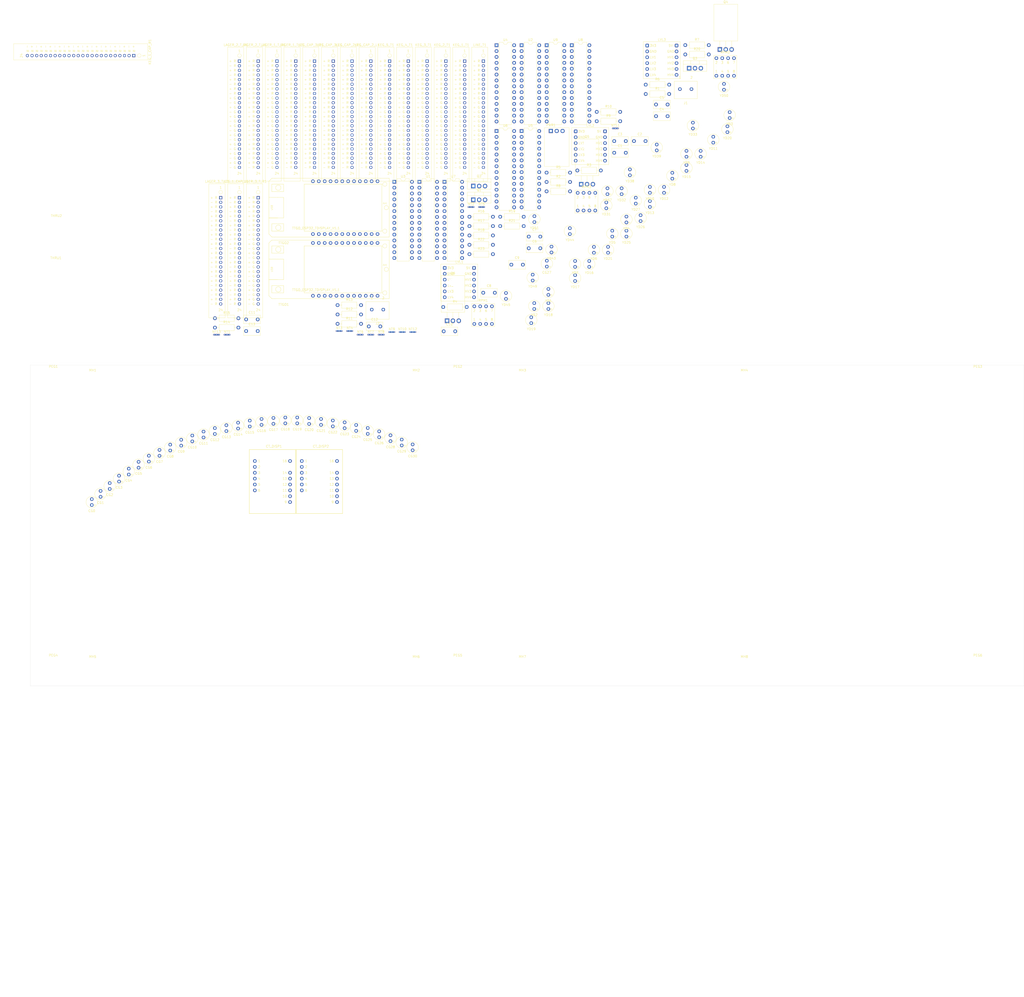
<source format=kicad_pcb>
(kicad_pcb (version 20171130) (host pcbnew "(5.1.10-1-10_14)")
  (layers (0 F.Cu signal) (31 B.Cu signal) (34 B.Paste user) (35 F.Paste user) (36 B.SilkS user) (37 F.SilkS user) (38 B.Mask user) (39 F.Mask user) (44 Edge.Cuts user))
  (net 0 "")
  (net 1 GND)
  (net 2 "Net-(C1-Pad1)")
  (net 3 "Net-(C2-Pad2)")
  (net 4 "Net-(C3-Pad1)")
  (net 5 "Net-(C4-Pad1)")
  (net 6 "Net-(C5-Pad1)")
  (net 7 "Net-(C6-Pad1)")
  (net 8 "Net-(C7-Pad1)")
  (net 9 "Net-(C8-Pad1)")
  (net 10 "Net-(C9-Pad2)")
  (net 11 "Net-(C10-Pad1)")
  (net 12 "Net-(C11-Pad1)")
  (net 13 "Net-(C12-Pad1)")
  (net 14 "Net-(C13-Pad1)")
  (net 15 /CG_D1)
  (net 16 +5V)
  (net 17 /CG_D2)
  (net 18 /CG_D3)
  (net 19 /CG_D4)
  (net 20 /CG_D5)
  (net 21 /CG_D6)
  (net 22 /CG_D7)
  (net 23 /CG_D8)
  (net 24 /CG_D9)
  (net 25 /CG_D10)
  (net 26 /CG_D11)
  (net 27 /CG_D12)
  (net 28 /CG_D13)
  (net 29 /CG_D14)
  (net 30 /CG_D15)
  (net 31 /CG_D16)
  (net 32 /CG_D17)
  (net 33 /CG_D18)
  (net 34 /CG_D19)
  (net 35 /CG_D20)
  (net 36 /CG_D21)
  (net 37 /CG_D22)
  (net 38 /CG_D23)
  (net 39 /CG_D24)
  (net 40 /CG_D25)
  (net 41 /CG_D26)
  (net 42 /CG_D27)
  (net 43 /CG_D28)
  (net 44 /CG_D29)
  (net 45 /CG_D30)
  (net 46 /CT_DISP1_B)
  (net 47 /CT_DISP1_G)
  (net 48 /CT_DISP1_C)
  (net 49 /CT_DISP1_D)
  (net 50 /CT_DISP1_RDP)
  (net 51 "Net-(CT_DISP1-Pad6)")
  (net 52 /CT_DISP1_E)
  (net 53 /CT_DISP1_F)
  (net 54 /CT_DISP1_A)
  (net 55 /CT_DISP2_A)
  (net 56 /CT_DISP2_F)
  (net 57 /CT_DISP2_E)
  (net 58 "Net-(CT_DISP2-Pad6)")
  (net 59 /CT_DISP2_RDP)
  (net 60 /CT_DISP2_D)
  (net 61 /CT_DISP2_C)
  (net 62 /CT_DISP2_G)
  (net 63 /CT_DISP2_B)
  (net 64 "Net-(J1-Pad1)")
  (net 65 /HV_RX)
  (net 66 /HV_TX)
  (net 67 "Net-(KEG_1_CAP_L1-Pad1)")
  (net 68 /KEG_CAP_L_A)
  (net 69 /KEG_CAP_L_B)
  (net 70 /KEG_CAP_L_C)
  (net 71 /KEG_CAP_L_D)
  (net 72 /KEG_CAP_L_E)
  (net 73 /KEG_CAP_L_F)
  (net 74 /KEG_CAP_L_G)
  (net 75 /KEG_CAP_L_H)
  (net 76 /KEG_CAP_L_I)
  (net 77 /KEG_CAP_L_J)
  (net 78 /KEG_CAP_L_K)
  (net 79 /KEG_CAP_L_L)
  (net 80 /KEG_CAP_R_L)
  (net 81 /KEG_CAP_R_K)
  (net 82 /KEG_CAP_R_J)
  (net 83 /KEG_CAP_R_I)
  (net 84 /KEG_CAP_R_H)
  (net 85 /KEG_CAP_R_G)
  (net 86 /KEG_CAP_R_F)
  (net 87 /KEG_CAP_R_E)
  (net 88 /KEG_CAP_R_D)
  (net 89 /KEG_CAP_R_C)
  (net 90 /KEG_CAP_R_B)
  (net 91 /KEG_CAP_R_A)
  (net 92 /KEG_T_L_A)
  (net 93 "Net-(KEG_1_T1-Pad1)")
  (net 94 /KEG_T_L_B)
  (net 95 /KEG_T_L_C)
  (net 96 /KEG_T_L_D)
  (net 97 /KEG_T_L_E)
  (net 98 /KEG_T_L_F)
  (net 99 /KEG_T_L_G)
  (net 100 /KEG_T_L_H)
  (net 101 /KEG_T_L_I)
  (net 102 /KEG_T_L_J)
  (net 103 /KEG_T_L_K)
  (net 104 /KEG_T_L_L)
  (net 105 "Net-(KEG_2_T1-Pad1)")
  (net 106 "Net-(KEG_3_T1-Pad1)")
  (net 107 /KEG_T_R_L)
  (net 108 /KEG_T_R_K)
  (net 109 /KEG_T_R_J)
  (net 110 /KEG_T_R_I)
  (net 111 /KEG_T_R_H)
  (net 112 /KEG_T_R_G)
  (net 113 /KEG_T_R_F)
  (net 114 /KEG_T_R_E)
  (net 115 /KEG_T_R_D)
  (net 116 /KEG_T_R_C)
  (net 117 /KEG_T_R_B)
  (net 118 /KEG_T_R_A)
  (net 119 "Net-(KEG_CAP_2_L1-Pad1)")
  (net 120 "Net-(KEG_CAP_3_L1-Pad1)")
  (net 121 /LAGER_L_L)
  (net 122 /LAGER_L_K)
  (net 123 /LAGER_L_J)
  (net 124 /LAGER_L_I)
  (net 125 /LAGER_L_H)
  (net 126 /LAGER_L_G)
  (net 127 /LAGER_L_F)
  (net 128 /LAGER_L_E)
  (net 129 /LAGER_L_D)
  (net 130 /LAGER_L_C)
  (net 131 /LAGER_L_B)
  (net 132 /LAGER_L_A)
  (net 133 /LAGER_R_A)
  (net 134 /LAGER_R_B)
  (net 135 /LAGER_R_C)
  (net 136 /LAGER_R_D)
  (net 137 /LAGER_R_E)
  (net 138 /LAGER_R_F)
  (net 139 /LAGER_R_G)
  (net 140 /LAGER_R_H)
  (net 141 /LAGER_R_I)
  (net 142 /LAGER_R_J)
  (net 143 /LAGER_R_K)
  (net 144 /LAGER_R_L)
  (net 145 "Net-(LAGER_3_T_L1-Pad11)")
  (net 146 "Net-(LVL1-Pad5)")
  (net 147 "Net-(LVL1-Pad6)")
  (net 148 "Net-(LVL1-Pad7)")
  (net 149 "Net-(LVL1-Pad8)")
  (net 150 /LV_RX)
  (net 151 /LV_TX)
  (net 152 "Net-(LVL1-Pad12)")
  (net 153 "Net-(LVL2-Pad10)")
  (net 154 "Net-(LVL2-Pad9)")
  (net 155 "Net-(LVL2-Pad8)")
  (net 156 "Net-(LVL2-Pad7)")
  (net 157 "Net-(LVL2-Pad6)")
  (net 158 "Net-(LVL2-Pad5)")
  (net 159 "Net-(LVL2-Pad4)")
  (net 160 "Net-(LVL2-Pad3)")
  (net 161 "Net-(LVL3-Pad3)")
  (net 162 "Net-(LVL3-Pad4)")
  (net 163 "Net-(LVL3-Pad5)")
  (net 164 "Net-(LVL3-Pad6)")
  (net 165 "Net-(LVL3-Pad7)")
  (net 166 "Net-(LVL3-Pad8)")
  (net 167 "Net-(LVL3-Pad9)")
  (net 168 "Net-(LVL3-Pad10)")
  (net 169 "Net-(LVL3-Pad12)")
  (net 170 "Net-(NT1-Pad1)")
  (net 171 "Net-(NT1-Pad2)")
  (net 172 "Net-(NT3-Pad1)")
  (net 173 "Net-(NT4-Pad1)")
  (net 174 "Net-(NT5-Pad1)")
  (net 175 "Net-(NT6-Pad1)")
  (net 176 "Net-(NT7-Pad1)")
  (net 177 "Net-(NT8-Pad1)")
  (net 178 "Net-(NT8-Pad2)")
  (net 179 "Net-(NT10-Pad1)")
  (net 180 "Net-(NT11-Pad1)")
  (net 181 "Net-(NT12-Pad1)")
  (net 182 "Net-(NT13-Pad1)")
  (net 183 "Net-(R1-Pad2)")
  (net 184 "Net-(R2-Pad2)")
  (net 185 "Net-(R3-Pad2)")
  (net 186 "Net-(R4-Pad2)")
  (net 187 "Net-(R5-Pad2)")
  (net 188 "Net-(R6-Pad2)")
  (net 189 "Net-(R7-Pad2)")
  (net 190 "Net-(R8-Pad2)")
  (net 191 "Net-(R9-Pad2)")
  (net 192 "Net-(R10-Pad2)")
  (net 193 "Net-(R11-Pad2)")
  (net 194 "Net-(R12-Pad2)")
  (net 195 /BLANK)
  (net 196 "Net-(R14-Pad1)")
  (net 197 "Net-(R15-Pad1)")
  (net 198 "Net-(R16-Pad1)")
  (net 199 "Net-(R17-Pad1)")
  (net 200 "Net-(R18-Pad1)")
  (net 201 /BLANK_2)
  (net 202 "Net-(R20-Pad1)")
  (net 203 "Net-(R21-Pad1)")
  (net 204 "Net-(R22-Pad1)")
  (net 205 "Net-(R23-Pad1)")
  (net 206 /SOUT)
  (net 207 /GSCLK)
  (net 208 "Net-(TTGO1-Pad12)")
  (net 209 "Net-(TTGO1-Pad11)")
  (net 210 /DCPRG)
  (net 211 "Net-(TTGO1-Pad8)")
  (net 212 /VPRG)
  (net 213 /SIG_1)
  (net 214 /SCLK)
  (net 215 /XLAT)
  (net 216 /XLAT_2)
  (net 217 /SCLK_2)
  (net 218 /SIG_6)
  (net 219 /VPRG_2)
  (net 220 "Net-(TTGO2-Pad8)")
  (net 221 /DCPRG_2)
  (net 222 "Net-(TTGO2-Pad11)")
  (net 223 "Net-(TTGO2-Pad12)")
  (net 224 /GSCLK_2)
  (net 225 /SOUT_2)
  (net 226 "Net-(TTGO2-Pad16)")
  (net 227 "Net-(TTGO2-Pad15)")
  (net 228 "Net-(U1-Pad16)")
  (net 229 /SIG_2)
  (net 230 "Net-(U2-Pad16)")
  (net 231 /SIG_3)
  (net 232 "Net-(U3-Pad28)")
  (net 233 /SIG_4)
  (net 234 "Net-(U3-Pad16)")
  (net 235 /KEG_T_L_YD1)
  (net 236 /KEG_T_L_YD2)
  (net 237 "Net-(U4-Pad16)")
  (net 238 /KEG_T_L_YD3)
  (net 239 /SIG_5)
  (net 240 "Net-(U4-Pad28)")
  (net 241 "Net-(U5-Pad28)")
  (net 242 /KEG_T_R_YD3)
  (net 243 "Net-(U5-Pad16)")
  (net 244 /KEG_T_R_YD2)
  (net 245 /KEG_T_R_YD1)
  (net 246 /LAGER_L_YD1)
  (net 247 /LAGER_L_YD2)
  (net 248 "Net-(U6-Pad16)")
  (net 249 /LAGER_L_YD3)
  (net 250 /SIG_7)
  (net 251 "Net-(U6-Pad28)")
  (net 252 "Net-(U7-Pad28)")
  (net 253 /SIG_8)
  (net 254 "Net-(U7-Pad3)")
  (net 255 "Net-(U7-Pad16)")
  (net 256 "Net-(U7-Pad2)")
  (net 257 "Net-(U7-Pad1)")
  (net 258 /KEG_CAP_L_YD1)
  (net 259 /KEG_CAP_L_YD2)
  (net 260 "Net-(U8-Pad16)")
  (net 261 /KEG_CAP_L_YD3)
  (net 262 /SIG_9)
  (net 263 "Net-(U8-Pad28)")
  (net 264 "Net-(U9-Pad28)")
  (net 265 "Net-(U9-Pad3)")
  (net 266 "Net-(U9-Pad16)")
  (net 267 "Net-(U9-Pad2)")
  (net 268 "Net-(U9-Pad1)")
  (net 269 /CG_D0)
  (module Package_TO_SOT_THT:TO-220-3_Horizontal_TabDown (layer F.Cu) (at 215.365001 45.885001)
    (fp_text reference Q6 (at 2.54 -20.58) (layer F.SilkS))
    (fp_text value NDP6020P)
    (pad 3 thru_hole oval (at 5.08 0) (size 1.905 2) (drill 1.1) (layers *.Cu *.Mask) (net 16 +5V))
    (pad 2 thru_hole oval (at 2.54 0) (size 1.905 2) (drill 1.1) (layers *.Cu *.Mask) (net 120 "Net-(KEG_CAP_3_L1-Pad1)"))
    (pad 1 thru_hole rect (at 0 0) (size 1.905 2) (drill 1.1) (layers *.Cu *.Mask) (net 161 "Net-(LVL3-Pad3)"))
    (pad "" np_thru_hole oval (at 2.54 -16.66) (size 3.5 3.5) (drill 3.5) (layers *.Cu *.Mask))
  )
  (module Package_TO_SOT_THT:TO-220-3_Horizontal_TabDown (layer F.Cu) (at 273.395001 -13.234999)
    (fp_text reference Q5 (at 2.54 -20.58) (layer F.SilkS))
    (fp_text value NDP6020P)
    (pad 3 thru_hole oval (at 5.08 0) (size 1.905 2) (drill 1.1) (layers *.Cu *.Mask) (net 16 +5V))
    (pad 2 thru_hole oval (at 2.54 0) (size 1.905 2) (drill 1.1) (layers *.Cu *.Mask) (net 119 "Net-(KEG_CAP_2_L1-Pad1)"))
    (pad 1 thru_hole rect (at 0 0) (size 1.905 2) (drill 1.1) (layers *.Cu *.Mask) (net 162 "Net-(LVL3-Pad4)"))
    (pad "" np_thru_hole oval (at 2.54 -16.66) (size 3.5 3.5) (drill 3.5) (layers *.Cu *.Mask))
  )
  (module Package_TO_SOT_THT:TO-220-3_Horizontal_TabDown (layer F.Cu) (at 333.415001 -71.554999)
    (fp_text reference Q4 (at 2.54 -20.58) (layer F.SilkS))
    (fp_text value NDP6020P)
    (pad 3 thru_hole oval (at 5.08 0) (size 1.905 2) (drill 1.1) (layers *.Cu *.Mask) (net 16 +5V))
    (pad 2 thru_hole oval (at 2.54 0) (size 1.905 2) (drill 1.1) (layers *.Cu *.Mask) (net 67 "Net-(KEG_1_CAP_L1-Pad1)"))
    (pad 1 thru_hole rect (at 0 0) (size 1.905 2) (drill 1.1) (layers *.Cu *.Mask) (net 163 "Net-(LVL3-Pad5)"))
    (pad "" np_thru_hole oval (at 2.54 -16.66) (size 3.5 3.5) (drill 3.5) (layers *.Cu *.Mask))
  )
  (module KITT-Footpads:STBD001_4R8G (layer F.Cu) (at 231.090001 -68.919999)
    (fp_text reference LINE_T1 (at -1.6 -4.6) (layer F.SilkS))
    (fp_text value STBD01-4R8GA)
    (fp_text user "- G" (at -3 48.4 unlocked) (layer F.SilkS))
    (fp_text user "+ G" (at -3 46.4 unlocked) (layer F.SilkS))
    (fp_text user "- G" (at -3 44.4 unlocked) (layer F.SilkS))
    (fp_text user "+ G" (at -3 42.4 unlocked) (layer F.SilkS))
    (fp_text user "- G" (at -3 40.4 unlocked) (layer F.SilkS))
    (fp_text user "+ G" (at -3 38.4 unlocked) (layer F.SilkS))
    (fp_text user "- G" (at -3 36.4 unlocked) (layer F.SilkS))
    (fp_text user "+ G" (at -3 34.4 unlocked) (layer F.SilkS))
    (fp_text user "- G" (at -3 32.4 unlocked) (layer F.SilkS))
    (fp_text user "+ G" (at -3 30.4 unlocked) (layer F.SilkS))
    (fp_text user "- G" (at -3 28.4 unlocked) (layer F.SilkS))
    (fp_text user "+ G" (at -3 26.4 unlocked) (layer F.SilkS))
    (fp_text user "- G" (at -3 24.4 unlocked) (layer F.SilkS))
    (fp_text user "+ G" (at -3 22.4 unlocked) (layer F.SilkS))
    (fp_text user "+ G" (at -3 18.4 unlocked) (layer F.SilkS))
    (fp_text user "- G" (at -3 20.4 unlocked) (layer F.SilkS))
    (fp_text user "+ R" (at -3 14.4 unlocked) (layer F.SilkS))
    (fp_text user "- R" (at -3 16.4 unlocked) (layer F.SilkS))
    (fp_text user "+ R" (at -3 10.4 unlocked) (layer F.SilkS))
    (fp_text user "- R" (at -3 12.4 unlocked) (layer F.SilkS))
    (fp_text user "+ R" (at -3 6.4 unlocked) (layer F.SilkS))
    (fp_text user "- R" (at -3 8.4 unlocked) (layer F.SilkS))
    (fp_text user "- R" (at -3 4.4 unlocked) (layer F.SilkS))
    (fp_text user "+ R" (at -3 2.4 unlocked) (layer F.SilkS))
    (fp_text user 24 (at 0 51) (layer F.SilkS))
    (fp_text user 1 (at 0 -2) (layer F.SilkS))
    (pad 1 thru_hole rect (at 0 2.4) (size 1.35 1.35) (drill 0.8) (layers *.Cu *.Mask) (net 106 "Net-(KEG_3_T1-Pad1)"))
    (pad 2 thru_hole oval (at 0 4.4) (size 1.35 1.35) (drill 0.8) (layers *.Cu *.Mask) (net 107 /KEG_T_R_L))
    (pad 3 thru_hole oval (at 0 6.4) (size 1.35 1.35) (drill 0.8) (layers *.Cu *.Mask) (net 106 "Net-(KEG_3_T1-Pad1)"))
    (pad 4 thru_hole oval (at 0 8.4) (size 1.35 1.35) (drill 0.8) (layers *.Cu *.Mask) (net 108 /KEG_T_R_K))
    (pad 5 thru_hole oval (at 0 10.4) (size 1.35 1.35) (drill 0.8) (layers *.Cu *.Mask) (net 106 "Net-(KEG_3_T1-Pad1)"))
    (pad 6 thru_hole oval (at 0 12.4) (size 1.35 1.35) (drill 0.8) (layers *.Cu *.Mask) (net 109 /KEG_T_R_J))
    (pad 7 thru_hole oval (at 0 14.4) (size 1.35 1.35) (drill 0.8) (layers *.Cu *.Mask) (net 106 "Net-(KEG_3_T1-Pad1)"))
    (pad 8 thru_hole oval (at 0 16.4) (size 1.35 1.35) (drill 0.8) (layers *.Cu *.Mask) (net 110 /KEG_T_R_I))
    (pad 9 thru_hole oval (at 0 18.4) (size 1.35 1.35) (drill 0.8) (layers *.Cu *.Mask) (net 106 "Net-(KEG_3_T1-Pad1)"))
    (pad 10 thru_hole oval (at 0 20.4) (size 1.35 1.35) (drill 0.8) (layers *.Cu *.Mask) (net 111 /KEG_T_R_H))
    (pad 11 thru_hole oval (at 0 22.4) (size 1.35 1.35) (drill 0.8) (layers *.Cu *.Mask) (net 106 "Net-(KEG_3_T1-Pad1)"))
    (pad 12 thru_hole oval (at 0 24.4) (size 1.35 1.35) (drill 0.8) (layers *.Cu *.Mask) (net 112 /KEG_T_R_G))
    (pad 13 thru_hole oval (at 0 26.4) (size 1.35 1.35) (drill 0.8) (layers *.Cu *.Mask) (net 106 "Net-(KEG_3_T1-Pad1)"))
    (pad 14 thru_hole oval (at 0 28.4) (size 1.35 1.35) (drill 0.8) (layers *.Cu *.Mask) (net 113 /KEG_T_R_F))
    (pad 15 thru_hole oval (at 0 30.4) (size 1.35 1.35) (drill 0.8) (layers *.Cu *.Mask) (net 106 "Net-(KEG_3_T1-Pad1)"))
    (pad 16 thru_hole oval (at 0 32.4) (size 1.35 1.35) (drill 0.8) (layers *.Cu *.Mask) (net 114 /KEG_T_R_E))
    (pad 17 thru_hole oval (at 0 34.4) (size 1.35 1.35) (drill 0.8) (layers *.Cu *.Mask) (net 106 "Net-(KEG_3_T1-Pad1)"))
    (pad 18 thru_hole oval (at 0 36.4) (size 1.35 1.35) (drill 0.8) (layers *.Cu *.Mask) (net 115 /KEG_T_R_D))
    (pad 19 thru_hole oval (at 0 38.4) (size 1.35 1.35) (drill 0.8) (layers *.Cu *.Mask) (net 106 "Net-(KEG_3_T1-Pad1)"))
    (pad 20 thru_hole oval (at 0 40.4) (size 1.35 1.35) (drill 0.8) (layers *.Cu *.Mask) (net 116 /KEG_T_R_C))
    (pad 21 thru_hole oval (at 0 42.4) (size 1.35 1.35) (drill 0.8) (layers *.Cu *.Mask) (net 106 "Net-(KEG_3_T1-Pad1)"))
    (pad 22 thru_hole oval (at 0 44.4) (size 1.35 1.35) (drill 0.8) (layers *.Cu *.Mask) (net 117 /KEG_T_R_B))
    (pad 23 thru_hole oval (at 0 46.4) (size 1.35 1.35) (drill 0.8) (layers *.Cu *.Mask) (net 106 "Net-(KEG_3_T1-Pad1)"))
    (pad 24 thru_hole oval (at 0 48.4) (size 1.35 1.35) (drill 0.8) (layers *.Cu *.Mask) (net 118 /KEG_T_R_A))
  )
  (module KITT-Footpads:STBD001_4R8G (layer F.Cu) (at 133.650001 -9.799999)
    (fp_text reference LAGER_3_T_R1 (at -1.6 -4.6) (layer F.SilkS))
    (fp_text value STBD01-4R8GA)
    (fp_text user "- G" (at -3 48.4 unlocked) (layer F.SilkS))
    (fp_text user "+ G" (at -3 46.4 unlocked) (layer F.SilkS))
    (fp_text user "- G" (at -3 44.4 unlocked) (layer F.SilkS))
    (fp_text user "+ G" (at -3 42.4 unlocked) (layer F.SilkS))
    (fp_text user "- G" (at -3 40.4 unlocked) (layer F.SilkS))
    (fp_text user "+ G" (at -3 38.4 unlocked) (layer F.SilkS))
    (fp_text user "- G" (at -3 36.4 unlocked) (layer F.SilkS))
    (fp_text user "+ G" (at -3 34.4 unlocked) (layer F.SilkS))
    (fp_text user "- G" (at -3 32.4 unlocked) (layer F.SilkS))
    (fp_text user "+ G" (at -3 30.4 unlocked) (layer F.SilkS))
    (fp_text user "- G" (at -3 28.4 unlocked) (layer F.SilkS))
    (fp_text user "+ G" (at -3 26.4 unlocked) (layer F.SilkS))
    (fp_text user "- G" (at -3 24.4 unlocked) (layer F.SilkS))
    (fp_text user "+ G" (at -3 22.4 unlocked) (layer F.SilkS))
    (fp_text user "+ G" (at -3 18.4 unlocked) (layer F.SilkS))
    (fp_text user "- G" (at -3 20.4 unlocked) (layer F.SilkS))
    (fp_text user "+ R" (at -3 14.4 unlocked) (layer F.SilkS))
    (fp_text user "- R" (at -3 16.4 unlocked) (layer F.SilkS))
    (fp_text user "+ R" (at -3 10.4 unlocked) (layer F.SilkS))
    (fp_text user "- R" (at -3 12.4 unlocked) (layer F.SilkS))
    (fp_text user "+ R" (at -3 6.4 unlocked) (layer F.SilkS))
    (fp_text user "- R" (at -3 8.4 unlocked) (layer F.SilkS))
    (fp_text user "- R" (at -3 4.4 unlocked) (layer F.SilkS))
    (fp_text user "+ R" (at -3 2.4 unlocked) (layer F.SilkS))
    (fp_text user 24 (at 0 51) (layer F.SilkS))
    (fp_text user 1 (at 0 -2) (layer F.SilkS))
    (pad 1 thru_hole rect (at 0 2.4) (size 1.35 1.35) (drill 0.8) (layers *.Cu *.Mask) (net 120 "Net-(KEG_CAP_3_L1-Pad1)"))
    (pad 2 thru_hole oval (at 0 4.4) (size 1.35 1.35) (drill 0.8) (layers *.Cu *.Mask) (net 144 /LAGER_R_L))
    (pad 3 thru_hole oval (at 0 6.4) (size 1.35 1.35) (drill 0.8) (layers *.Cu *.Mask) (net 120 "Net-(KEG_CAP_3_L1-Pad1)"))
    (pad 4 thru_hole oval (at 0 8.4) (size 1.35 1.35) (drill 0.8) (layers *.Cu *.Mask) (net 143 /LAGER_R_K))
    (pad 5 thru_hole oval (at 0 10.4) (size 1.35 1.35) (drill 0.8) (layers *.Cu *.Mask) (net 120 "Net-(KEG_CAP_3_L1-Pad1)"))
    (pad 6 thru_hole oval (at 0 12.4) (size 1.35 1.35) (drill 0.8) (layers *.Cu *.Mask) (net 142 /LAGER_R_J))
    (pad 7 thru_hole oval (at 0 14.4) (size 1.35 1.35) (drill 0.8) (layers *.Cu *.Mask) (net 120 "Net-(KEG_CAP_3_L1-Pad1)"))
    (pad 8 thru_hole oval (at 0 16.4) (size 1.35 1.35) (drill 0.8) (layers *.Cu *.Mask) (net 141 /LAGER_R_I))
    (pad 9 thru_hole oval (at 0 18.4) (size 1.35 1.35) (drill 0.8) (layers *.Cu *.Mask) (net 120 "Net-(KEG_CAP_3_L1-Pad1)"))
    (pad 10 thru_hole oval (at 0 20.4) (size 1.35 1.35) (drill 0.8) (layers *.Cu *.Mask) (net 140 /LAGER_R_H))
    (pad 11 thru_hole oval (at 0 22.4) (size 1.35 1.35) (drill 0.8) (layers *.Cu *.Mask) (net 120 "Net-(KEG_CAP_3_L1-Pad1)"))
    (pad 12 thru_hole oval (at 0 24.4) (size 1.35 1.35) (drill 0.8) (layers *.Cu *.Mask) (net 139 /LAGER_R_G))
    (pad 13 thru_hole oval (at 0 26.4) (size 1.35 1.35) (drill 0.8) (layers *.Cu *.Mask) (net 120 "Net-(KEG_CAP_3_L1-Pad1)"))
    (pad 14 thru_hole oval (at 0 28.4) (size 1.35 1.35) (drill 0.8) (layers *.Cu *.Mask) (net 138 /LAGER_R_F))
    (pad 15 thru_hole oval (at 0 30.4) (size 1.35 1.35) (drill 0.8) (layers *.Cu *.Mask) (net 120 "Net-(KEG_CAP_3_L1-Pad1)"))
    (pad 16 thru_hole oval (at 0 32.4) (size 1.35 1.35) (drill 0.8) (layers *.Cu *.Mask) (net 137 /LAGER_R_E))
    (pad 17 thru_hole oval (at 0 34.4) (size 1.35 1.35) (drill 0.8) (layers *.Cu *.Mask) (net 120 "Net-(KEG_CAP_3_L1-Pad1)"))
    (pad 18 thru_hole oval (at 0 36.4) (size 1.35 1.35) (drill 0.8) (layers *.Cu *.Mask) (net 136 /LAGER_R_D))
    (pad 19 thru_hole oval (at 0 38.4) (size 1.35 1.35) (drill 0.8) (layers *.Cu *.Mask) (net 120 "Net-(KEG_CAP_3_L1-Pad1)"))
    (pad 20 thru_hole oval (at 0 40.4) (size 1.35 1.35) (drill 0.8) (layers *.Cu *.Mask) (net 135 /LAGER_R_C))
    (pad 21 thru_hole oval (at 0 42.4) (size 1.35 1.35) (drill 0.8) (layers *.Cu *.Mask) (net 120 "Net-(KEG_CAP_3_L1-Pad1)"))
    (pad 22 thru_hole oval (at 0 44.4) (size 1.35 1.35) (drill 0.8) (layers *.Cu *.Mask) (net 134 /LAGER_R_B))
    (pad 23 thru_hole oval (at 0 46.4) (size 1.35 1.35) (drill 0.8) (layers *.Cu *.Mask) (net 120 "Net-(KEG_CAP_3_L1-Pad1)"))
    (pad 24 thru_hole oval (at 0 48.4) (size 1.35 1.35) (drill 0.8) (layers *.Cu *.Mask) (net 133 /LAGER_R_A))
  )
  (module KITT-Footpads:KYX_125807R (layer F.Cu) (at 117.410001 -9.799999)
    (fp_text reference LAGER_3_T_L1 (at -1.6 -4.6) (layer F.SilkS))
    (fp_text value 125807R)
    (fp_text user "+ R" (at -3 34.4 unlocked) (layer F.SilkS))
    (fp_text user "- R" (at -3 36.4 unlocked) (layer F.SilkS))
    (fp_text user "- R" (at -3 40.4 unlocked) (layer F.SilkS))
    (fp_text user "+ R" (at -3 38.4 unlocked) (layer F.SilkS))
    (fp_text user "- R" (at -3 44.4 unlocked) (layer F.SilkS))
    (fp_text user "+ R" (at -3 42.4 unlocked) (layer F.SilkS))
    (fp_text user "- R" (at -3 48.4 unlocked) (layer F.SilkS))
    (fp_text user "+ R" (at -3 46.4 unlocked) (layer F.SilkS))
    (fp_text user "+ R" (at -3 18.4 unlocked) (layer F.SilkS))
    (fp_text user "- R" (at -3 20.4 unlocked) (layer F.SilkS))
    (fp_text user "- R" (at -3 24.4 unlocked) (layer F.SilkS))
    (fp_text user "+ R" (at -3 22.4 unlocked) (layer F.SilkS))
    (fp_text user "- R" (at -3 28.4 unlocked) (layer F.SilkS))
    (fp_text user "+ R" (at -3 26.4 unlocked) (layer F.SilkS))
    (fp_text user "- R" (at -3 32.4 unlocked) (layer F.SilkS))
    (fp_text user "+ R" (at -3 30.4 unlocked) (layer F.SilkS))
    (fp_text user 1 (at 0 -2) (layer F.SilkS))
    (fp_text user 24 (at 0 51) (layer F.SilkS))
    (fp_text user "+ R" (at -3 2.4 unlocked) (layer F.SilkS))
    (fp_text user "- R" (at -3 4.4 unlocked) (layer F.SilkS))
    (fp_text user "- R" (at -3 8.4 unlocked) (layer F.SilkS))
    (fp_text user "+ R" (at -3 6.4 unlocked) (layer F.SilkS))
    (fp_text user "- R" (at -3 12.4 unlocked) (layer F.SilkS))
    (fp_text user "+ R" (at -3 10.4 unlocked) (layer F.SilkS))
    (fp_text user "- R" (at -3 16.4 unlocked) (layer F.SilkS))
    (fp_text user "+ R" (at -3 14.4 unlocked) (layer F.SilkS))
    (pad 24 thru_hole oval (at 0 48.4) (size 1.35 1.35) (drill 0.8) (layers *.Cu *.Mask) (net 121 /LAGER_L_L))
    (pad 23 thru_hole oval (at 0 46.4) (size 1.35 1.35) (drill 0.8) (layers *.Cu *.Mask) (net 145 "Net-(LAGER_3_T_L1-Pad11)"))
    (pad 22 thru_hole oval (at 0 44.4) (size 1.35 1.35) (drill 0.8) (layers *.Cu *.Mask) (net 122 /LAGER_L_K))
    (pad 21 thru_hole oval (at 0 42.4) (size 1.35 1.35) (drill 0.8) (layers *.Cu *.Mask) (net 145 "Net-(LAGER_3_T_L1-Pad11)"))
    (pad 20 thru_hole oval (at 0 40.4) (size 1.35 1.35) (drill 0.8) (layers *.Cu *.Mask) (net 123 /LAGER_L_J))
    (pad 19 thru_hole oval (at 0 38.4) (size 1.35 1.35) (drill 0.8) (layers *.Cu *.Mask) (net 145 "Net-(LAGER_3_T_L1-Pad11)"))
    (pad 18 thru_hole oval (at 0 36.4) (size 1.35 1.35) (drill 0.8) (layers *.Cu *.Mask) (net 124 /LAGER_L_I))
    (pad 17 thru_hole oval (at 0 34.4) (size 1.35 1.35) (drill 0.8) (layers *.Cu *.Mask) (net 145 "Net-(LAGER_3_T_L1-Pad11)"))
    (pad 16 thru_hole oval (at 0 32.4) (size 1.35 1.35) (drill 0.8) (layers *.Cu *.Mask) (net 125 /LAGER_L_H))
    (pad 15 thru_hole oval (at 0 30.4) (size 1.35 1.35) (drill 0.8) (layers *.Cu *.Mask) (net 145 "Net-(LAGER_3_T_L1-Pad11)"))
    (pad 14 thru_hole oval (at 0 28.4) (size 1.35 1.35) (drill 0.8) (layers *.Cu *.Mask) (net 126 /LAGER_L_G))
    (pad 13 thru_hole oval (at 0 26.4) (size 1.35 1.35) (drill 0.8) (layers *.Cu *.Mask) (net 145 "Net-(LAGER_3_T_L1-Pad11)"))
    (pad 12 thru_hole oval (at 0 24.4) (size 1.35 1.35) (drill 0.8) (layers *.Cu *.Mask) (net 127 /LAGER_L_F))
    (pad 11 thru_hole oval (at 0 22.4) (size 1.35 1.35) (drill 0.8) (layers *.Cu *.Mask) (net 145 "Net-(LAGER_3_T_L1-Pad11)"))
    (pad 10 thru_hole oval (at 0 20.4) (size 1.35 1.35) (drill 0.8) (layers *.Cu *.Mask) (net 128 /LAGER_L_E))
    (pad 9 thru_hole oval (at 0 18.4) (size 1.35 1.35) (drill 0.8) (layers *.Cu *.Mask) (net 145 "Net-(LAGER_3_T_L1-Pad11)"))
    (pad 8 thru_hole oval (at 0 16.4) (size 1.35 1.35) (drill 0.8) (layers *.Cu *.Mask) (net 129 /LAGER_L_D))
    (pad 7 thru_hole oval (at 0 14.4) (size 1.35 1.35) (drill 0.8) (layers *.Cu *.Mask) (net 145 "Net-(LAGER_3_T_L1-Pad11)"))
    (pad 6 thru_hole oval (at 0 12.4) (size 1.35 1.35) (drill 0.8) (layers *.Cu *.Mask) (net 130 /LAGER_L_C))
    (pad 5 thru_hole oval (at 0 10.4) (size 1.35 1.35) (drill 0.8) (layers *.Cu *.Mask) (net 145 "Net-(LAGER_3_T_L1-Pad11)"))
    (pad 4 thru_hole oval (at 0 8.4) (size 1.35 1.35) (drill 0.8) (layers *.Cu *.Mask) (net 131 /LAGER_L_B))
    (pad 3 thru_hole oval (at 0 6.4) (size 1.35 1.35) (drill 0.8) (layers *.Cu *.Mask) (net 145 "Net-(LAGER_3_T_L1-Pad11)"))
    (pad 2 thru_hole oval (at 0 4.4) (size 1.35 1.35) (drill 0.8) (layers *.Cu *.Mask) (net 132 /LAGER_L_A))
    (pad 1 thru_hole rect (at 0 2.4) (size 1.35 1.35) (drill 0.8) (layers *.Cu *.Mask) (net 120 "Net-(KEG_CAP_3_L1-Pad1)"))
  )
  (module KITT-Footpads:STBD001_4R8G (layer F.Cu) (at 125.530001 -68.919999)
    (fp_text reference LAGER_2_T_R1 (at -1.6 -4.6) (layer F.SilkS))
    (fp_text value STBD01-4R8GA)
    (fp_text user "- G" (at -3 48.4 unlocked) (layer F.SilkS))
    (fp_text user "+ G" (at -3 46.4 unlocked) (layer F.SilkS))
    (fp_text user "- G" (at -3 44.4 unlocked) (layer F.SilkS))
    (fp_text user "+ G" (at -3 42.4 unlocked) (layer F.SilkS))
    (fp_text user "- G" (at -3 40.4 unlocked) (layer F.SilkS))
    (fp_text user "+ G" (at -3 38.4 unlocked) (layer F.SilkS))
    (fp_text user "- G" (at -3 36.4 unlocked) (layer F.SilkS))
    (fp_text user "+ G" (at -3 34.4 unlocked) (layer F.SilkS))
    (fp_text user "- G" (at -3 32.4 unlocked) (layer F.SilkS))
    (fp_text user "+ G" (at -3 30.4 unlocked) (layer F.SilkS))
    (fp_text user "- G" (at -3 28.4 unlocked) (layer F.SilkS))
    (fp_text user "+ G" (at -3 26.4 unlocked) (layer F.SilkS))
    (fp_text user "- G" (at -3 24.4 unlocked) (layer F.SilkS))
    (fp_text user "+ G" (at -3 22.4 unlocked) (layer F.SilkS))
    (fp_text user "+ G" (at -3 18.4 unlocked) (layer F.SilkS))
    (fp_text user "- G" (at -3 20.4 unlocked) (layer F.SilkS))
    (fp_text user "+ R" (at -3 14.4 unlocked) (layer F.SilkS))
    (fp_text user "- R" (at -3 16.4 unlocked) (layer F.SilkS))
    (fp_text user "+ R" (at -3 10.4 unlocked) (layer F.SilkS))
    (fp_text user "- R" (at -3 12.4 unlocked) (layer F.SilkS))
    (fp_text user "+ R" (at -3 6.4 unlocked) (layer F.SilkS))
    (fp_text user "- R" (at -3 8.4 unlocked) (layer F.SilkS))
    (fp_text user "- R" (at -3 4.4 unlocked) (layer F.SilkS))
    (fp_text user "+ R" (at -3 2.4 unlocked) (layer F.SilkS))
    (fp_text user 24 (at 0 51) (layer F.SilkS))
    (fp_text user 1 (at 0 -2) (layer F.SilkS))
    (pad 1 thru_hole rect (at 0 2.4) (size 1.35 1.35) (drill 0.8) (layers *.Cu *.Mask) (net 119 "Net-(KEG_CAP_2_L1-Pad1)"))
    (pad 2 thru_hole oval (at 0 4.4) (size 1.35 1.35) (drill 0.8) (layers *.Cu *.Mask) (net 144 /LAGER_R_L))
    (pad 3 thru_hole oval (at 0 6.4) (size 1.35 1.35) (drill 0.8) (layers *.Cu *.Mask) (net 119 "Net-(KEG_CAP_2_L1-Pad1)"))
    (pad 4 thru_hole oval (at 0 8.4) (size 1.35 1.35) (drill 0.8) (layers *.Cu *.Mask) (net 143 /LAGER_R_K))
    (pad 5 thru_hole oval (at 0 10.4) (size 1.35 1.35) (drill 0.8) (layers *.Cu *.Mask) (net 119 "Net-(KEG_CAP_2_L1-Pad1)"))
    (pad 6 thru_hole oval (at 0 12.4) (size 1.35 1.35) (drill 0.8) (layers *.Cu *.Mask) (net 142 /LAGER_R_J))
    (pad 7 thru_hole oval (at 0 14.4) (size 1.35 1.35) (drill 0.8) (layers *.Cu *.Mask) (net 119 "Net-(KEG_CAP_2_L1-Pad1)"))
    (pad 8 thru_hole oval (at 0 16.4) (size 1.35 1.35) (drill 0.8) (layers *.Cu *.Mask) (net 141 /LAGER_R_I))
    (pad 9 thru_hole oval (at 0 18.4) (size 1.35 1.35) (drill 0.8) (layers *.Cu *.Mask) (net 119 "Net-(KEG_CAP_2_L1-Pad1)"))
    (pad 10 thru_hole oval (at 0 20.4) (size 1.35 1.35) (drill 0.8) (layers *.Cu *.Mask) (net 140 /LAGER_R_H))
    (pad 11 thru_hole oval (at 0 22.4) (size 1.35 1.35) (drill 0.8) (layers *.Cu *.Mask) (net 119 "Net-(KEG_CAP_2_L1-Pad1)"))
    (pad 12 thru_hole oval (at 0 24.4) (size 1.35 1.35) (drill 0.8) (layers *.Cu *.Mask) (net 139 /LAGER_R_G))
    (pad 13 thru_hole oval (at 0 26.4) (size 1.35 1.35) (drill 0.8) (layers *.Cu *.Mask) (net 119 "Net-(KEG_CAP_2_L1-Pad1)"))
    (pad 14 thru_hole oval (at 0 28.4) (size 1.35 1.35) (drill 0.8) (layers *.Cu *.Mask) (net 138 /LAGER_R_F))
    (pad 15 thru_hole oval (at 0 30.4) (size 1.35 1.35) (drill 0.8) (layers *.Cu *.Mask) (net 119 "Net-(KEG_CAP_2_L1-Pad1)"))
    (pad 16 thru_hole oval (at 0 32.4) (size 1.35 1.35) (drill 0.8) (layers *.Cu *.Mask) (net 137 /LAGER_R_E))
    (pad 17 thru_hole oval (at 0 34.4) (size 1.35 1.35) (drill 0.8) (layers *.Cu *.Mask) (net 119 "Net-(KEG_CAP_2_L1-Pad1)"))
    (pad 18 thru_hole oval (at 0 36.4) (size 1.35 1.35) (drill 0.8) (layers *.Cu *.Mask) (net 136 /LAGER_R_D))
    (pad 19 thru_hole oval (at 0 38.4) (size 1.35 1.35) (drill 0.8) (layers *.Cu *.Mask) (net 119 "Net-(KEG_CAP_2_L1-Pad1)"))
    (pad 20 thru_hole oval (at 0 40.4) (size 1.35 1.35) (drill 0.8) (layers *.Cu *.Mask) (net 135 /LAGER_R_C))
    (pad 21 thru_hole oval (at 0 42.4) (size 1.35 1.35) (drill 0.8) (layers *.Cu *.Mask) (net 119 "Net-(KEG_CAP_2_L1-Pad1)"))
    (pad 22 thru_hole oval (at 0 44.4) (size 1.35 1.35) (drill 0.8) (layers *.Cu *.Mask) (net 134 /LAGER_R_B))
    (pad 23 thru_hole oval (at 0 46.4) (size 1.35 1.35) (drill 0.8) (layers *.Cu *.Mask) (net 119 "Net-(KEG_CAP_2_L1-Pad1)"))
    (pad 24 thru_hole oval (at 0 48.4) (size 1.35 1.35) (drill 0.8) (layers *.Cu *.Mask) (net 133 /LAGER_R_A))
  )
  (module KITT-Footpads:KYX_125807R (layer F.Cu) (at 133.650001 -68.919999)
    (fp_text reference LAGER_2_T_L1 (at -1.6 -4.6) (layer F.SilkS))
    (fp_text value 125807R)
    (fp_text user "+ R" (at -3 34.4 unlocked) (layer F.SilkS))
    (fp_text user "- R" (at -3 36.4 unlocked) (layer F.SilkS))
    (fp_text user "- R" (at -3 40.4 unlocked) (layer F.SilkS))
    (fp_text user "+ R" (at -3 38.4 unlocked) (layer F.SilkS))
    (fp_text user "- R" (at -3 44.4 unlocked) (layer F.SilkS))
    (fp_text user "+ R" (at -3 42.4 unlocked) (layer F.SilkS))
    (fp_text user "- R" (at -3 48.4 unlocked) (layer F.SilkS))
    (fp_text user "+ R" (at -3 46.4 unlocked) (layer F.SilkS))
    (fp_text user "+ R" (at -3 18.4 unlocked) (layer F.SilkS))
    (fp_text user "- R" (at -3 20.4 unlocked) (layer F.SilkS))
    (fp_text user "- R" (at -3 24.4 unlocked) (layer F.SilkS))
    (fp_text user "+ R" (at -3 22.4 unlocked) (layer F.SilkS))
    (fp_text user "- R" (at -3 28.4 unlocked) (layer F.SilkS))
    (fp_text user "+ R" (at -3 26.4 unlocked) (layer F.SilkS))
    (fp_text user "- R" (at -3 32.4 unlocked) (layer F.SilkS))
    (fp_text user "+ R" (at -3 30.4 unlocked) (layer F.SilkS))
    (fp_text user 1 (at 0 -2) (layer F.SilkS))
    (fp_text user 24 (at 0 51) (layer F.SilkS))
    (fp_text user "+ R" (at -3 2.4 unlocked) (layer F.SilkS))
    (fp_text user "- R" (at -3 4.4 unlocked) (layer F.SilkS))
    (fp_text user "- R" (at -3 8.4 unlocked) (layer F.SilkS))
    (fp_text user "+ R" (at -3 6.4 unlocked) (layer F.SilkS))
    (fp_text user "- R" (at -3 12.4 unlocked) (layer F.SilkS))
    (fp_text user "+ R" (at -3 10.4 unlocked) (layer F.SilkS))
    (fp_text user "- R" (at -3 16.4 unlocked) (layer F.SilkS))
    (fp_text user "+ R" (at -3 14.4 unlocked) (layer F.SilkS))
    (pad 24 thru_hole oval (at 0 48.4) (size 1.35 1.35) (drill 0.8) (layers *.Cu *.Mask) (net 121 /LAGER_L_L))
    (pad 23 thru_hole oval (at 0 46.4) (size 1.35 1.35) (drill 0.8) (layers *.Cu *.Mask) (net 119 "Net-(KEG_CAP_2_L1-Pad1)"))
    (pad 22 thru_hole oval (at 0 44.4) (size 1.35 1.35) (drill 0.8) (layers *.Cu *.Mask) (net 122 /LAGER_L_K))
    (pad 21 thru_hole oval (at 0 42.4) (size 1.35 1.35) (drill 0.8) (layers *.Cu *.Mask) (net 119 "Net-(KEG_CAP_2_L1-Pad1)"))
    (pad 20 thru_hole oval (at 0 40.4) (size 1.35 1.35) (drill 0.8) (layers *.Cu *.Mask) (net 123 /LAGER_L_J))
    (pad 19 thru_hole oval (at 0 38.4) (size 1.35 1.35) (drill 0.8) (layers *.Cu *.Mask) (net 119 "Net-(KEG_CAP_2_L1-Pad1)"))
    (pad 18 thru_hole oval (at 0 36.4) (size 1.35 1.35) (drill 0.8) (layers *.Cu *.Mask) (net 124 /LAGER_L_I))
    (pad 17 thru_hole oval (at 0 34.4) (size 1.35 1.35) (drill 0.8) (layers *.Cu *.Mask) (net 119 "Net-(KEG_CAP_2_L1-Pad1)"))
    (pad 16 thru_hole oval (at 0 32.4) (size 1.35 1.35) (drill 0.8) (layers *.Cu *.Mask) (net 125 /LAGER_L_H))
    (pad 15 thru_hole oval (at 0 30.4) (size 1.35 1.35) (drill 0.8) (layers *.Cu *.Mask) (net 119 "Net-(KEG_CAP_2_L1-Pad1)"))
    (pad 14 thru_hole oval (at 0 28.4) (size 1.35 1.35) (drill 0.8) (layers *.Cu *.Mask) (net 126 /LAGER_L_G))
    (pad 13 thru_hole oval (at 0 26.4) (size 1.35 1.35) (drill 0.8) (layers *.Cu *.Mask) (net 119 "Net-(KEG_CAP_2_L1-Pad1)"))
    (pad 12 thru_hole oval (at 0 24.4) (size 1.35 1.35) (drill 0.8) (layers *.Cu *.Mask) (net 127 /LAGER_L_F))
    (pad 11 thru_hole oval (at 0 22.4) (size 1.35 1.35) (drill 0.8) (layers *.Cu *.Mask) (net 119 "Net-(KEG_CAP_2_L1-Pad1)"))
    (pad 10 thru_hole oval (at 0 20.4) (size 1.35 1.35) (drill 0.8) (layers *.Cu *.Mask) (net 128 /LAGER_L_E))
    (pad 9 thru_hole oval (at 0 18.4) (size 1.35 1.35) (drill 0.8) (layers *.Cu *.Mask) (net 119 "Net-(KEG_CAP_2_L1-Pad1)"))
    (pad 8 thru_hole oval (at 0 16.4) (size 1.35 1.35) (drill 0.8) (layers *.Cu *.Mask) (net 129 /LAGER_L_D))
    (pad 7 thru_hole oval (at 0 14.4) (size 1.35 1.35) (drill 0.8) (layers *.Cu *.Mask) (net 119 "Net-(KEG_CAP_2_L1-Pad1)"))
    (pad 6 thru_hole oval (at 0 12.4) (size 1.35 1.35) (drill 0.8) (layers *.Cu *.Mask) (net 130 /LAGER_L_C))
    (pad 5 thru_hole oval (at 0 10.4) (size 1.35 1.35) (drill 0.8) (layers *.Cu *.Mask) (net 119 "Net-(KEG_CAP_2_L1-Pad1)"))
    (pad 4 thru_hole oval (at 0 8.4) (size 1.35 1.35) (drill 0.8) (layers *.Cu *.Mask) (net 131 /LAGER_L_B))
    (pad 3 thru_hole oval (at 0 6.4) (size 1.35 1.35) (drill 0.8) (layers *.Cu *.Mask) (net 119 "Net-(KEG_CAP_2_L1-Pad1)"))
    (pad 2 thru_hole oval (at 0 4.4) (size 1.35 1.35) (drill 0.8) (layers *.Cu *.Mask) (net 132 /LAGER_L_A))
    (pad 1 thru_hole rect (at 0 2.4) (size 1.35 1.35) (drill 0.8) (layers *.Cu *.Mask) (net 119 "Net-(KEG_CAP_2_L1-Pad1)"))
  )
  (module KITT-Footpads:STBD001_4R8G (layer F.Cu) (at 141.770001 -68.919999)
    (fp_text reference LAGER_1_T_R1 (at -1.6 -4.6) (layer F.SilkS))
    (fp_text value STBD01-4R8GA)
    (fp_text user "- G" (at -3 48.4 unlocked) (layer F.SilkS))
    (fp_text user "+ G" (at -3 46.4 unlocked) (layer F.SilkS))
    (fp_text user "- G" (at -3 44.4 unlocked) (layer F.SilkS))
    (fp_text user "+ G" (at -3 42.4 unlocked) (layer F.SilkS))
    (fp_text user "- G" (at -3 40.4 unlocked) (layer F.SilkS))
    (fp_text user "+ G" (at -3 38.4 unlocked) (layer F.SilkS))
    (fp_text user "- G" (at -3 36.4 unlocked) (layer F.SilkS))
    (fp_text user "+ G" (at -3 34.4 unlocked) (layer F.SilkS))
    (fp_text user "- G" (at -3 32.4 unlocked) (layer F.SilkS))
    (fp_text user "+ G" (at -3 30.4 unlocked) (layer F.SilkS))
    (fp_text user "- G" (at -3 28.4 unlocked) (layer F.SilkS))
    (fp_text user "+ G" (at -3 26.4 unlocked) (layer F.SilkS))
    (fp_text user "- G" (at -3 24.4 unlocked) (layer F.SilkS))
    (fp_text user "+ G" (at -3 22.4 unlocked) (layer F.SilkS))
    (fp_text user "+ G" (at -3 18.4 unlocked) (layer F.SilkS))
    (fp_text user "- G" (at -3 20.4 unlocked) (layer F.SilkS))
    (fp_text user "+ R" (at -3 14.4 unlocked) (layer F.SilkS))
    (fp_text user "- R" (at -3 16.4 unlocked) (layer F.SilkS))
    (fp_text user "+ R" (at -3 10.4 unlocked) (layer F.SilkS))
    (fp_text user "- R" (at -3 12.4 unlocked) (layer F.SilkS))
    (fp_text user "+ R" (at -3 6.4 unlocked) (layer F.SilkS))
    (fp_text user "- R" (at -3 8.4 unlocked) (layer F.SilkS))
    (fp_text user "- R" (at -3 4.4 unlocked) (layer F.SilkS))
    (fp_text user "+ R" (at -3 2.4 unlocked) (layer F.SilkS))
    (fp_text user 24 (at 0 51) (layer F.SilkS))
    (fp_text user 1 (at 0 -2) (layer F.SilkS))
    (pad 1 thru_hole rect (at 0 2.4) (size 1.35 1.35) (drill 0.8) (layers *.Cu *.Mask) (net 67 "Net-(KEG_1_CAP_L1-Pad1)"))
    (pad 2 thru_hole oval (at 0 4.4) (size 1.35 1.35) (drill 0.8) (layers *.Cu *.Mask) (net 144 /LAGER_R_L))
    (pad 3 thru_hole oval (at 0 6.4) (size 1.35 1.35) (drill 0.8) (layers *.Cu *.Mask) (net 67 "Net-(KEG_1_CAP_L1-Pad1)"))
    (pad 4 thru_hole oval (at 0 8.4) (size 1.35 1.35) (drill 0.8) (layers *.Cu *.Mask) (net 143 /LAGER_R_K))
    (pad 5 thru_hole oval (at 0 10.4) (size 1.35 1.35) (drill 0.8) (layers *.Cu *.Mask) (net 67 "Net-(KEG_1_CAP_L1-Pad1)"))
    (pad 6 thru_hole oval (at 0 12.4) (size 1.35 1.35) (drill 0.8) (layers *.Cu *.Mask) (net 142 /LAGER_R_J))
    (pad 7 thru_hole oval (at 0 14.4) (size 1.35 1.35) (drill 0.8) (layers *.Cu *.Mask) (net 67 "Net-(KEG_1_CAP_L1-Pad1)"))
    (pad 8 thru_hole oval (at 0 16.4) (size 1.35 1.35) (drill 0.8) (layers *.Cu *.Mask) (net 141 /LAGER_R_I))
    (pad 9 thru_hole oval (at 0 18.4) (size 1.35 1.35) (drill 0.8) (layers *.Cu *.Mask) (net 67 "Net-(KEG_1_CAP_L1-Pad1)"))
    (pad 10 thru_hole oval (at 0 20.4) (size 1.35 1.35) (drill 0.8) (layers *.Cu *.Mask) (net 140 /LAGER_R_H))
    (pad 11 thru_hole oval (at 0 22.4) (size 1.35 1.35) (drill 0.8) (layers *.Cu *.Mask) (net 67 "Net-(KEG_1_CAP_L1-Pad1)"))
    (pad 12 thru_hole oval (at 0 24.4) (size 1.35 1.35) (drill 0.8) (layers *.Cu *.Mask) (net 139 /LAGER_R_G))
    (pad 13 thru_hole oval (at 0 26.4) (size 1.35 1.35) (drill 0.8) (layers *.Cu *.Mask) (net 67 "Net-(KEG_1_CAP_L1-Pad1)"))
    (pad 14 thru_hole oval (at 0 28.4) (size 1.35 1.35) (drill 0.8) (layers *.Cu *.Mask) (net 138 /LAGER_R_F))
    (pad 15 thru_hole oval (at 0 30.4) (size 1.35 1.35) (drill 0.8) (layers *.Cu *.Mask) (net 67 "Net-(KEG_1_CAP_L1-Pad1)"))
    (pad 16 thru_hole oval (at 0 32.4) (size 1.35 1.35) (drill 0.8) (layers *.Cu *.Mask) (net 137 /LAGER_R_E))
    (pad 17 thru_hole oval (at 0 34.4) (size 1.35 1.35) (drill 0.8) (layers *.Cu *.Mask) (net 67 "Net-(KEG_1_CAP_L1-Pad1)"))
    (pad 18 thru_hole oval (at 0 36.4) (size 1.35 1.35) (drill 0.8) (layers *.Cu *.Mask) (net 136 /LAGER_R_D))
    (pad 19 thru_hole oval (at 0 38.4) (size 1.35 1.35) (drill 0.8) (layers *.Cu *.Mask) (net 67 "Net-(KEG_1_CAP_L1-Pad1)"))
    (pad 20 thru_hole oval (at 0 40.4) (size 1.35 1.35) (drill 0.8) (layers *.Cu *.Mask) (net 135 /LAGER_R_C))
    (pad 21 thru_hole oval (at 0 42.4) (size 1.35 1.35) (drill 0.8) (layers *.Cu *.Mask) (net 67 "Net-(KEG_1_CAP_L1-Pad1)"))
    (pad 22 thru_hole oval (at 0 44.4) (size 1.35 1.35) (drill 0.8) (layers *.Cu *.Mask) (net 134 /LAGER_R_B))
    (pad 23 thru_hole oval (at 0 46.4) (size 1.35 1.35) (drill 0.8) (layers *.Cu *.Mask) (net 67 "Net-(KEG_1_CAP_L1-Pad1)"))
    (pad 24 thru_hole oval (at 0 48.4) (size 1.35 1.35) (drill 0.8) (layers *.Cu *.Mask) (net 133 /LAGER_R_A))
  )
  (module KITT-Footpads:KYX_125807R (layer F.Cu) (at 149.890001 -68.919999)
    (fp_text reference LAGER_1_T_L1 (at -1.6 -4.6) (layer F.SilkS))
    (fp_text value 125807R)
    (fp_text user "+ R" (at -3 34.4 unlocked) (layer F.SilkS))
    (fp_text user "- R" (at -3 36.4 unlocked) (layer F.SilkS))
    (fp_text user "- R" (at -3 40.4 unlocked) (layer F.SilkS))
    (fp_text user "+ R" (at -3 38.4 unlocked) (layer F.SilkS))
    (fp_text user "- R" (at -3 44.4 unlocked) (layer F.SilkS))
    (fp_text user "+ R" (at -3 42.4 unlocked) (layer F.SilkS))
    (fp_text user "- R" (at -3 48.4 unlocked) (layer F.SilkS))
    (fp_text user "+ R" (at -3 46.4 unlocked) (layer F.SilkS))
    (fp_text user "+ R" (at -3 18.4 unlocked) (layer F.SilkS))
    (fp_text user "- R" (at -3 20.4 unlocked) (layer F.SilkS))
    (fp_text user "- R" (at -3 24.4 unlocked) (layer F.SilkS))
    (fp_text user "+ R" (at -3 22.4 unlocked) (layer F.SilkS))
    (fp_text user "- R" (at -3 28.4 unlocked) (layer F.SilkS))
    (fp_text user "+ R" (at -3 26.4 unlocked) (layer F.SilkS))
    (fp_text user "- R" (at -3 32.4 unlocked) (layer F.SilkS))
    (fp_text user "+ R" (at -3 30.4 unlocked) (layer F.SilkS))
    (fp_text user 1 (at 0 -2) (layer F.SilkS))
    (fp_text user 24 (at 0 51) (layer F.SilkS))
    (fp_text user "+ R" (at -3 2.4 unlocked) (layer F.SilkS))
    (fp_text user "- R" (at -3 4.4 unlocked) (layer F.SilkS))
    (fp_text user "- R" (at -3 8.4 unlocked) (layer F.SilkS))
    (fp_text user "+ R" (at -3 6.4 unlocked) (layer F.SilkS))
    (fp_text user "- R" (at -3 12.4 unlocked) (layer F.SilkS))
    (fp_text user "+ R" (at -3 10.4 unlocked) (layer F.SilkS))
    (fp_text user "- R" (at -3 16.4 unlocked) (layer F.SilkS))
    (fp_text user "+ R" (at -3 14.4 unlocked) (layer F.SilkS))
    (pad 24 thru_hole oval (at 0 48.4) (size 1.35 1.35) (drill 0.8) (layers *.Cu *.Mask) (net 121 /LAGER_L_L))
    (pad 23 thru_hole oval (at 0 46.4) (size 1.35 1.35) (drill 0.8) (layers *.Cu *.Mask) (net 67 "Net-(KEG_1_CAP_L1-Pad1)"))
    (pad 22 thru_hole oval (at 0 44.4) (size 1.35 1.35) (drill 0.8) (layers *.Cu *.Mask) (net 122 /LAGER_L_K))
    (pad 21 thru_hole oval (at 0 42.4) (size 1.35 1.35) (drill 0.8) (layers *.Cu *.Mask) (net 67 "Net-(KEG_1_CAP_L1-Pad1)"))
    (pad 20 thru_hole oval (at 0 40.4) (size 1.35 1.35) (drill 0.8) (layers *.Cu *.Mask) (net 123 /LAGER_L_J))
    (pad 19 thru_hole oval (at 0 38.4) (size 1.35 1.35) (drill 0.8) (layers *.Cu *.Mask) (net 67 "Net-(KEG_1_CAP_L1-Pad1)"))
    (pad 18 thru_hole oval (at 0 36.4) (size 1.35 1.35) (drill 0.8) (layers *.Cu *.Mask) (net 124 /LAGER_L_I))
    (pad 17 thru_hole oval (at 0 34.4) (size 1.35 1.35) (drill 0.8) (layers *.Cu *.Mask) (net 67 "Net-(KEG_1_CAP_L1-Pad1)"))
    (pad 16 thru_hole oval (at 0 32.4) (size 1.35 1.35) (drill 0.8) (layers *.Cu *.Mask) (net 125 /LAGER_L_H))
    (pad 15 thru_hole oval (at 0 30.4) (size 1.35 1.35) (drill 0.8) (layers *.Cu *.Mask) (net 67 "Net-(KEG_1_CAP_L1-Pad1)"))
    (pad 14 thru_hole oval (at 0 28.4) (size 1.35 1.35) (drill 0.8) (layers *.Cu *.Mask) (net 126 /LAGER_L_G))
    (pad 13 thru_hole oval (at 0 26.4) (size 1.35 1.35) (drill 0.8) (layers *.Cu *.Mask) (net 67 "Net-(KEG_1_CAP_L1-Pad1)"))
    (pad 12 thru_hole oval (at 0 24.4) (size 1.35 1.35) (drill 0.8) (layers *.Cu *.Mask) (net 127 /LAGER_L_F))
    (pad 11 thru_hole oval (at 0 22.4) (size 1.35 1.35) (drill 0.8) (layers *.Cu *.Mask) (net 67 "Net-(KEG_1_CAP_L1-Pad1)"))
    (pad 10 thru_hole oval (at 0 20.4) (size 1.35 1.35) (drill 0.8) (layers *.Cu *.Mask) (net 128 /LAGER_L_E))
    (pad 9 thru_hole oval (at 0 18.4) (size 1.35 1.35) (drill 0.8) (layers *.Cu *.Mask) (net 67 "Net-(KEG_1_CAP_L1-Pad1)"))
    (pad 8 thru_hole oval (at 0 16.4) (size 1.35 1.35) (drill 0.8) (layers *.Cu *.Mask) (net 129 /LAGER_L_D))
    (pad 7 thru_hole oval (at 0 14.4) (size 1.35 1.35) (drill 0.8) (layers *.Cu *.Mask) (net 67 "Net-(KEG_1_CAP_L1-Pad1)"))
    (pad 6 thru_hole oval (at 0 12.4) (size 1.35 1.35) (drill 0.8) (layers *.Cu *.Mask) (net 130 /LAGER_L_C))
    (pad 5 thru_hole oval (at 0 10.4) (size 1.35 1.35) (drill 0.8) (layers *.Cu *.Mask) (net 67 "Net-(KEG_1_CAP_L1-Pad1)"))
    (pad 4 thru_hole oval (at 0 8.4) (size 1.35 1.35) (drill 0.8) (layers *.Cu *.Mask) (net 131 /LAGER_L_B))
    (pad 3 thru_hole oval (at 0 6.4) (size 1.35 1.35) (drill 0.8) (layers *.Cu *.Mask) (net 67 "Net-(KEG_1_CAP_L1-Pad1)"))
    (pad 2 thru_hole oval (at 0 4.4) (size 1.35 1.35) (drill 0.8) (layers *.Cu *.Mask) (net 132 /LAGER_L_A))
    (pad 1 thru_hole rect (at 0 2.4) (size 1.35 1.35) (drill 0.8) (layers *.Cu *.Mask) (net 67 "Net-(KEG_1_CAP_L1-Pad1)"))
  )
  (module KITT-Footpads:KYX_125807R (layer F.Cu) (at 158.010001 -68.919999)
    (fp_text reference KEG_CAP_3_R1 (at -1.6 -4.6) (layer F.SilkS))
    (fp_text value 125807R)
    (fp_text user "+ R" (at -3 34.4 unlocked) (layer F.SilkS))
    (fp_text user "- R" (at -3 36.4 unlocked) (layer F.SilkS))
    (fp_text user "- R" (at -3 40.4 unlocked) (layer F.SilkS))
    (fp_text user "+ R" (at -3 38.4 unlocked) (layer F.SilkS))
    (fp_text user "- R" (at -3 44.4 unlocked) (layer F.SilkS))
    (fp_text user "+ R" (at -3 42.4 unlocked) (layer F.SilkS))
    (fp_text user "- R" (at -3 48.4 unlocked) (layer F.SilkS))
    (fp_text user "+ R" (at -3 46.4 unlocked) (layer F.SilkS))
    (fp_text user "+ R" (at -3 18.4 unlocked) (layer F.SilkS))
    (fp_text user "- R" (at -3 20.4 unlocked) (layer F.SilkS))
    (fp_text user "- R" (at -3 24.4 unlocked) (layer F.SilkS))
    (fp_text user "+ R" (at -3 22.4 unlocked) (layer F.SilkS))
    (fp_text user "- R" (at -3 28.4 unlocked) (layer F.SilkS))
    (fp_text user "+ R" (at -3 26.4 unlocked) (layer F.SilkS))
    (fp_text user "- R" (at -3 32.4 unlocked) (layer F.SilkS))
    (fp_text user "+ R" (at -3 30.4 unlocked) (layer F.SilkS))
    (fp_text user 1 (at 0 -2) (layer F.SilkS))
    (fp_text user 24 (at 0 51) (layer F.SilkS))
    (fp_text user "+ R" (at -3 2.4 unlocked) (layer F.SilkS))
    (fp_text user "- R" (at -3 4.4 unlocked) (layer F.SilkS))
    (fp_text user "- R" (at -3 8.4 unlocked) (layer F.SilkS))
    (fp_text user "+ R" (at -3 6.4 unlocked) (layer F.SilkS))
    (fp_text user "- R" (at -3 12.4 unlocked) (layer F.SilkS))
    (fp_text user "+ R" (at -3 10.4 unlocked) (layer F.SilkS))
    (fp_text user "- R" (at -3 16.4 unlocked) (layer F.SilkS))
    (fp_text user "+ R" (at -3 14.4 unlocked) (layer F.SilkS))
    (pad 24 thru_hole oval (at 0 48.4) (size 1.35 1.35) (drill 0.8) (layers *.Cu *.Mask) (net 80 /KEG_CAP_R_L))
    (pad 23 thru_hole oval (at 0 46.4) (size 1.35 1.35) (drill 0.8) (layers *.Cu *.Mask) (net 120 "Net-(KEG_CAP_3_L1-Pad1)"))
    (pad 22 thru_hole oval (at 0 44.4) (size 1.35 1.35) (drill 0.8) (layers *.Cu *.Mask) (net 81 /KEG_CAP_R_K))
    (pad 21 thru_hole oval (at 0 42.4) (size 1.35 1.35) (drill 0.8) (layers *.Cu *.Mask) (net 120 "Net-(KEG_CAP_3_L1-Pad1)"))
    (pad 20 thru_hole oval (at 0 40.4) (size 1.35 1.35) (drill 0.8) (layers *.Cu *.Mask) (net 82 /KEG_CAP_R_J))
    (pad 19 thru_hole oval (at 0 38.4) (size 1.35 1.35) (drill 0.8) (layers *.Cu *.Mask) (net 120 "Net-(KEG_CAP_3_L1-Pad1)"))
    (pad 18 thru_hole oval (at 0 36.4) (size 1.35 1.35) (drill 0.8) (layers *.Cu *.Mask) (net 83 /KEG_CAP_R_I))
    (pad 17 thru_hole oval (at 0 34.4) (size 1.35 1.35) (drill 0.8) (layers *.Cu *.Mask) (net 120 "Net-(KEG_CAP_3_L1-Pad1)"))
    (pad 16 thru_hole oval (at 0 32.4) (size 1.35 1.35) (drill 0.8) (layers *.Cu *.Mask) (net 84 /KEG_CAP_R_H))
    (pad 15 thru_hole oval (at 0 30.4) (size 1.35 1.35) (drill 0.8) (layers *.Cu *.Mask) (net 120 "Net-(KEG_CAP_3_L1-Pad1)"))
    (pad 14 thru_hole oval (at 0 28.4) (size 1.35 1.35) (drill 0.8) (layers *.Cu *.Mask) (net 85 /KEG_CAP_R_G))
    (pad 13 thru_hole oval (at 0 26.4) (size 1.35 1.35) (drill 0.8) (layers *.Cu *.Mask) (net 120 "Net-(KEG_CAP_3_L1-Pad1)"))
    (pad 12 thru_hole oval (at 0 24.4) (size 1.35 1.35) (drill 0.8) (layers *.Cu *.Mask) (net 86 /KEG_CAP_R_F))
    (pad 11 thru_hole oval (at 0 22.4) (size 1.35 1.35) (drill 0.8) (layers *.Cu *.Mask) (net 120 "Net-(KEG_CAP_3_L1-Pad1)"))
    (pad 10 thru_hole oval (at 0 20.4) (size 1.35 1.35) (drill 0.8) (layers *.Cu *.Mask) (net 87 /KEG_CAP_R_E))
    (pad 9 thru_hole oval (at 0 18.4) (size 1.35 1.35) (drill 0.8) (layers *.Cu *.Mask) (net 120 "Net-(KEG_CAP_3_L1-Pad1)"))
    (pad 8 thru_hole oval (at 0 16.4) (size 1.35 1.35) (drill 0.8) (layers *.Cu *.Mask) (net 88 /KEG_CAP_R_D))
    (pad 7 thru_hole oval (at 0 14.4) (size 1.35 1.35) (drill 0.8) (layers *.Cu *.Mask) (net 120 "Net-(KEG_CAP_3_L1-Pad1)"))
    (pad 6 thru_hole oval (at 0 12.4) (size 1.35 1.35) (drill 0.8) (layers *.Cu *.Mask) (net 89 /KEG_CAP_R_C))
    (pad 5 thru_hole oval (at 0 10.4) (size 1.35 1.35) (drill 0.8) (layers *.Cu *.Mask) (net 120 "Net-(KEG_CAP_3_L1-Pad1)"))
    (pad 4 thru_hole oval (at 0 8.4) (size 1.35 1.35) (drill 0.8) (layers *.Cu *.Mask) (net 90 /KEG_CAP_R_B))
    (pad 3 thru_hole oval (at 0 6.4) (size 1.35 1.35) (drill 0.8) (layers *.Cu *.Mask) (net 120 "Net-(KEG_CAP_3_L1-Pad1)"))
    (pad 2 thru_hole oval (at 0 4.4) (size 1.35 1.35) (drill 0.8) (layers *.Cu *.Mask) (net 91 /KEG_CAP_R_A))
    (pad 1 thru_hole rect (at 0 2.4) (size 1.35 1.35) (drill 0.8) (layers *.Cu *.Mask) (net 120 "Net-(KEG_CAP_3_L1-Pad1)"))
  )
  (module KITT-Footpads:KYX_125807R (layer F.Cu) (at 166.130001 -68.919999)
    (fp_text reference KEG_CAP_3_L1 (at -1.6 -4.6) (layer F.SilkS))
    (fp_text value 125807R)
    (fp_text user "+ R" (at -3 34.4 unlocked) (layer F.SilkS))
    (fp_text user "- R" (at -3 36.4 unlocked) (layer F.SilkS))
    (fp_text user "- R" (at -3 40.4 unlocked) (layer F.SilkS))
    (fp_text user "+ R" (at -3 38.4 unlocked) (layer F.SilkS))
    (fp_text user "- R" (at -3 44.4 unlocked) (layer F.SilkS))
    (fp_text user "+ R" (at -3 42.4 unlocked) (layer F.SilkS))
    (fp_text user "- R" (at -3 48.4 unlocked) (layer F.SilkS))
    (fp_text user "+ R" (at -3 46.4 unlocked) (layer F.SilkS))
    (fp_text user "+ R" (at -3 18.4 unlocked) (layer F.SilkS))
    (fp_text user "- R" (at -3 20.4 unlocked) (layer F.SilkS))
    (fp_text user "- R" (at -3 24.4 unlocked) (layer F.SilkS))
    (fp_text user "+ R" (at -3 22.4 unlocked) (layer F.SilkS))
    (fp_text user "- R" (at -3 28.4 unlocked) (layer F.SilkS))
    (fp_text user "+ R" (at -3 26.4 unlocked) (layer F.SilkS))
    (fp_text user "- R" (at -3 32.4 unlocked) (layer F.SilkS))
    (fp_text user "+ R" (at -3 30.4 unlocked) (layer F.SilkS))
    (fp_text user 1 (at 0 -2) (layer F.SilkS))
    (fp_text user 24 (at 0 51) (layer F.SilkS))
    (fp_text user "+ R" (at -3 2.4 unlocked) (layer F.SilkS))
    (fp_text user "- R" (at -3 4.4 unlocked) (layer F.SilkS))
    (fp_text user "- R" (at -3 8.4 unlocked) (layer F.SilkS))
    (fp_text user "+ R" (at -3 6.4 unlocked) (layer F.SilkS))
    (fp_text user "- R" (at -3 12.4 unlocked) (layer F.SilkS))
    (fp_text user "+ R" (at -3 10.4 unlocked) (layer F.SilkS))
    (fp_text user "- R" (at -3 16.4 unlocked) (layer F.SilkS))
    (fp_text user "+ R" (at -3 14.4 unlocked) (layer F.SilkS))
    (pad 24 thru_hole oval (at 0 48.4) (size 1.35 1.35) (drill 0.8) (layers *.Cu *.Mask) (net 79 /KEG_CAP_L_L))
    (pad 23 thru_hole oval (at 0 46.4) (size 1.35 1.35) (drill 0.8) (layers *.Cu *.Mask) (net 120 "Net-(KEG_CAP_3_L1-Pad1)"))
    (pad 22 thru_hole oval (at 0 44.4) (size 1.35 1.35) (drill 0.8) (layers *.Cu *.Mask) (net 78 /KEG_CAP_L_K))
    (pad 21 thru_hole oval (at 0 42.4) (size 1.35 1.35) (drill 0.8) (layers *.Cu *.Mask) (net 120 "Net-(KEG_CAP_3_L1-Pad1)"))
    (pad 20 thru_hole oval (at 0 40.4) (size 1.35 1.35) (drill 0.8) (layers *.Cu *.Mask) (net 77 /KEG_CAP_L_J))
    (pad 19 thru_hole oval (at 0 38.4) (size 1.35 1.35) (drill 0.8) (layers *.Cu *.Mask) (net 120 "Net-(KEG_CAP_3_L1-Pad1)"))
    (pad 18 thru_hole oval (at 0 36.4) (size 1.35 1.35) (drill 0.8) (layers *.Cu *.Mask) (net 76 /KEG_CAP_L_I))
    (pad 17 thru_hole oval (at 0 34.4) (size 1.35 1.35) (drill 0.8) (layers *.Cu *.Mask) (net 120 "Net-(KEG_CAP_3_L1-Pad1)"))
    (pad 16 thru_hole oval (at 0 32.4) (size 1.35 1.35) (drill 0.8) (layers *.Cu *.Mask) (net 75 /KEG_CAP_L_H))
    (pad 15 thru_hole oval (at 0 30.4) (size 1.35 1.35) (drill 0.8) (layers *.Cu *.Mask) (net 120 "Net-(KEG_CAP_3_L1-Pad1)"))
    (pad 14 thru_hole oval (at 0 28.4) (size 1.35 1.35) (drill 0.8) (layers *.Cu *.Mask) (net 74 /KEG_CAP_L_G))
    (pad 13 thru_hole oval (at 0 26.4) (size 1.35 1.35) (drill 0.8) (layers *.Cu *.Mask) (net 120 "Net-(KEG_CAP_3_L1-Pad1)"))
    (pad 12 thru_hole oval (at 0 24.4) (size 1.35 1.35) (drill 0.8) (layers *.Cu *.Mask) (net 73 /KEG_CAP_L_F))
    (pad 11 thru_hole oval (at 0 22.4) (size 1.35 1.35) (drill 0.8) (layers *.Cu *.Mask) (net 120 "Net-(KEG_CAP_3_L1-Pad1)"))
    (pad 10 thru_hole oval (at 0 20.4) (size 1.35 1.35) (drill 0.8) (layers *.Cu *.Mask) (net 72 /KEG_CAP_L_E))
    (pad 9 thru_hole oval (at 0 18.4) (size 1.35 1.35) (drill 0.8) (layers *.Cu *.Mask) (net 120 "Net-(KEG_CAP_3_L1-Pad1)"))
    (pad 8 thru_hole oval (at 0 16.4) (size 1.35 1.35) (drill 0.8) (layers *.Cu *.Mask) (net 71 /KEG_CAP_L_D))
    (pad 7 thru_hole oval (at 0 14.4) (size 1.35 1.35) (drill 0.8) (layers *.Cu *.Mask) (net 120 "Net-(KEG_CAP_3_L1-Pad1)"))
    (pad 6 thru_hole oval (at 0 12.4) (size 1.35 1.35) (drill 0.8) (layers *.Cu *.Mask) (net 70 /KEG_CAP_L_C))
    (pad 5 thru_hole oval (at 0 10.4) (size 1.35 1.35) (drill 0.8) (layers *.Cu *.Mask) (net 120 "Net-(KEG_CAP_3_L1-Pad1)"))
    (pad 4 thru_hole oval (at 0 8.4) (size 1.35 1.35) (drill 0.8) (layers *.Cu *.Mask) (net 69 /KEG_CAP_L_B))
    (pad 3 thru_hole oval (at 0 6.4) (size 1.35 1.35) (drill 0.8) (layers *.Cu *.Mask) (net 120 "Net-(KEG_CAP_3_L1-Pad1)"))
    (pad 2 thru_hole oval (at 0 4.4) (size 1.35 1.35) (drill 0.8) (layers *.Cu *.Mask) (net 68 /KEG_CAP_L_A))
    (pad 1 thru_hole rect (at 0 2.4) (size 1.35 1.35) (drill 0.8) (layers *.Cu *.Mask) (net 120 "Net-(KEG_CAP_3_L1-Pad1)"))
  )
  (module KITT-Footpads:KYX_125807R (layer F.Cu) (at 174.250001 -68.919999)
    (fp_text reference KEG_CAP_2_R1 (at -1.6 -4.6) (layer F.SilkS))
    (fp_text value 125807R)
    (fp_text user "+ R" (at -3 34.4 unlocked) (layer F.SilkS))
    (fp_text user "- R" (at -3 36.4 unlocked) (layer F.SilkS))
    (fp_text user "- R" (at -3 40.4 unlocked) (layer F.SilkS))
    (fp_text user "+ R" (at -3 38.4 unlocked) (layer F.SilkS))
    (fp_text user "- R" (at -3 44.4 unlocked) (layer F.SilkS))
    (fp_text user "+ R" (at -3 42.4 unlocked) (layer F.SilkS))
    (fp_text user "- R" (at -3 48.4 unlocked) (layer F.SilkS))
    (fp_text user "+ R" (at -3 46.4 unlocked) (layer F.SilkS))
    (fp_text user "+ R" (at -3 18.4 unlocked) (layer F.SilkS))
    (fp_text user "- R" (at -3 20.4 unlocked) (layer F.SilkS))
    (fp_text user "- R" (at -3 24.4 unlocked) (layer F.SilkS))
    (fp_text user "+ R" (at -3 22.4 unlocked) (layer F.SilkS))
    (fp_text user "- R" (at -3 28.4 unlocked) (layer F.SilkS))
    (fp_text user "+ R" (at -3 26.4 unlocked) (layer F.SilkS))
    (fp_text user "- R" (at -3 32.4 unlocked) (layer F.SilkS))
    (fp_text user "+ R" (at -3 30.4 unlocked) (layer F.SilkS))
    (fp_text user 1 (at 0 -2) (layer F.SilkS))
    (fp_text user 24 (at 0 51) (layer F.SilkS))
    (fp_text user "+ R" (at -3 2.4 unlocked) (layer F.SilkS))
    (fp_text user "- R" (at -3 4.4 unlocked) (layer F.SilkS))
    (fp_text user "- R" (at -3 8.4 unlocked) (layer F.SilkS))
    (fp_text user "+ R" (at -3 6.4 unlocked) (layer F.SilkS))
    (fp_text user "- R" (at -3 12.4 unlocked) (layer F.SilkS))
    (fp_text user "+ R" (at -3 10.4 unlocked) (layer F.SilkS))
    (fp_text user "- R" (at -3 16.4 unlocked) (layer F.SilkS))
    (fp_text user "+ R" (at -3 14.4 unlocked) (layer F.SilkS))
    (pad 24 thru_hole oval (at 0 48.4) (size 1.35 1.35) (drill 0.8) (layers *.Cu *.Mask) (net 80 /KEG_CAP_R_L))
    (pad 23 thru_hole oval (at 0 46.4) (size 1.35 1.35) (drill 0.8) (layers *.Cu *.Mask) (net 119 "Net-(KEG_CAP_2_L1-Pad1)"))
    (pad 22 thru_hole oval (at 0 44.4) (size 1.35 1.35) (drill 0.8) (layers *.Cu *.Mask) (net 81 /KEG_CAP_R_K))
    (pad 21 thru_hole oval (at 0 42.4) (size 1.35 1.35) (drill 0.8) (layers *.Cu *.Mask) (net 119 "Net-(KEG_CAP_2_L1-Pad1)"))
    (pad 20 thru_hole oval (at 0 40.4) (size 1.35 1.35) (drill 0.8) (layers *.Cu *.Mask) (net 82 /KEG_CAP_R_J))
    (pad 19 thru_hole oval (at 0 38.4) (size 1.35 1.35) (drill 0.8) (layers *.Cu *.Mask) (net 119 "Net-(KEG_CAP_2_L1-Pad1)"))
    (pad 18 thru_hole oval (at 0 36.4) (size 1.35 1.35) (drill 0.8) (layers *.Cu *.Mask) (net 83 /KEG_CAP_R_I))
    (pad 17 thru_hole oval (at 0 34.4) (size 1.35 1.35) (drill 0.8) (layers *.Cu *.Mask) (net 119 "Net-(KEG_CAP_2_L1-Pad1)"))
    (pad 16 thru_hole oval (at 0 32.4) (size 1.35 1.35) (drill 0.8) (layers *.Cu *.Mask) (net 84 /KEG_CAP_R_H))
    (pad 15 thru_hole oval (at 0 30.4) (size 1.35 1.35) (drill 0.8) (layers *.Cu *.Mask) (net 119 "Net-(KEG_CAP_2_L1-Pad1)"))
    (pad 14 thru_hole oval (at 0 28.4) (size 1.35 1.35) (drill 0.8) (layers *.Cu *.Mask) (net 85 /KEG_CAP_R_G))
    (pad 13 thru_hole oval (at 0 26.4) (size 1.35 1.35) (drill 0.8) (layers *.Cu *.Mask) (net 119 "Net-(KEG_CAP_2_L1-Pad1)"))
    (pad 12 thru_hole oval (at 0 24.4) (size 1.35 1.35) (drill 0.8) (layers *.Cu *.Mask) (net 86 /KEG_CAP_R_F))
    (pad 11 thru_hole oval (at 0 22.4) (size 1.35 1.35) (drill 0.8) (layers *.Cu *.Mask) (net 119 "Net-(KEG_CAP_2_L1-Pad1)"))
    (pad 10 thru_hole oval (at 0 20.4) (size 1.35 1.35) (drill 0.8) (layers *.Cu *.Mask) (net 87 /KEG_CAP_R_E))
    (pad 9 thru_hole oval (at 0 18.4) (size 1.35 1.35) (drill 0.8) (layers *.Cu *.Mask) (net 119 "Net-(KEG_CAP_2_L1-Pad1)"))
    (pad 8 thru_hole oval (at 0 16.4) (size 1.35 1.35) (drill 0.8) (layers *.Cu *.Mask) (net 88 /KEG_CAP_R_D))
    (pad 7 thru_hole oval (at 0 14.4) (size 1.35 1.35) (drill 0.8) (layers *.Cu *.Mask) (net 119 "Net-(KEG_CAP_2_L1-Pad1)"))
    (pad 6 thru_hole oval (at 0 12.4) (size 1.35 1.35) (drill 0.8) (layers *.Cu *.Mask) (net 89 /KEG_CAP_R_C))
    (pad 5 thru_hole oval (at 0 10.4) (size 1.35 1.35) (drill 0.8) (layers *.Cu *.Mask) (net 119 "Net-(KEG_CAP_2_L1-Pad1)"))
    (pad 4 thru_hole oval (at 0 8.4) (size 1.35 1.35) (drill 0.8) (layers *.Cu *.Mask) (net 90 /KEG_CAP_R_B))
    (pad 3 thru_hole oval (at 0 6.4) (size 1.35 1.35) (drill 0.8) (layers *.Cu *.Mask) (net 119 "Net-(KEG_CAP_2_L1-Pad1)"))
    (pad 2 thru_hole oval (at 0 4.4) (size 1.35 1.35) (drill 0.8) (layers *.Cu *.Mask) (net 91 /KEG_CAP_R_A))
    (pad 1 thru_hole rect (at 0 2.4) (size 1.35 1.35) (drill 0.8) (layers *.Cu *.Mask) (net 119 "Net-(KEG_CAP_2_L1-Pad1)"))
  )
  (module KITT-Footpads:KYX_125807R (layer F.Cu) (at 182.370001 -68.919999)
    (fp_text reference KEG_CAP_2_L1 (at -1.6 -4.6) (layer F.SilkS))
    (fp_text value 125807R)
    (fp_text user "+ R" (at -3 34.4 unlocked) (layer F.SilkS))
    (fp_text user "- R" (at -3 36.4 unlocked) (layer F.SilkS))
    (fp_text user "- R" (at -3 40.4 unlocked) (layer F.SilkS))
    (fp_text user "+ R" (at -3 38.4 unlocked) (layer F.SilkS))
    (fp_text user "- R" (at -3 44.4 unlocked) (layer F.SilkS))
    (fp_text user "+ R" (at -3 42.4 unlocked) (layer F.SilkS))
    (fp_text user "- R" (at -3 48.4 unlocked) (layer F.SilkS))
    (fp_text user "+ R" (at -3 46.4 unlocked) (layer F.SilkS))
    (fp_text user "+ R" (at -3 18.4 unlocked) (layer F.SilkS))
    (fp_text user "- R" (at -3 20.4 unlocked) (layer F.SilkS))
    (fp_text user "- R" (at -3 24.4 unlocked) (layer F.SilkS))
    (fp_text user "+ R" (at -3 22.4 unlocked) (layer F.SilkS))
    (fp_text user "- R" (at -3 28.4 unlocked) (layer F.SilkS))
    (fp_text user "+ R" (at -3 26.4 unlocked) (layer F.SilkS))
    (fp_text user "- R" (at -3 32.4 unlocked) (layer F.SilkS))
    (fp_text user "+ R" (at -3 30.4 unlocked) (layer F.SilkS))
    (fp_text user 1 (at 0 -2) (layer F.SilkS))
    (fp_text user 24 (at 0 51) (layer F.SilkS))
    (fp_text user "+ R" (at -3 2.4 unlocked) (layer F.SilkS))
    (fp_text user "- R" (at -3 4.4 unlocked) (layer F.SilkS))
    (fp_text user "- R" (at -3 8.4 unlocked) (layer F.SilkS))
    (fp_text user "+ R" (at -3 6.4 unlocked) (layer F.SilkS))
    (fp_text user "- R" (at -3 12.4 unlocked) (layer F.SilkS))
    (fp_text user "+ R" (at -3 10.4 unlocked) (layer F.SilkS))
    (fp_text user "- R" (at -3 16.4 unlocked) (layer F.SilkS))
    (fp_text user "+ R" (at -3 14.4 unlocked) (layer F.SilkS))
    (pad 24 thru_hole oval (at 0 48.4) (size 1.35 1.35) (drill 0.8) (layers *.Cu *.Mask) (net 79 /KEG_CAP_L_L))
    (pad 23 thru_hole oval (at 0 46.4) (size 1.35 1.35) (drill 0.8) (layers *.Cu *.Mask) (net 119 "Net-(KEG_CAP_2_L1-Pad1)"))
    (pad 22 thru_hole oval (at 0 44.4) (size 1.35 1.35) (drill 0.8) (layers *.Cu *.Mask) (net 78 /KEG_CAP_L_K))
    (pad 21 thru_hole oval (at 0 42.4) (size 1.35 1.35) (drill 0.8) (layers *.Cu *.Mask) (net 119 "Net-(KEG_CAP_2_L1-Pad1)"))
    (pad 20 thru_hole oval (at 0 40.4) (size 1.35 1.35) (drill 0.8) (layers *.Cu *.Mask) (net 77 /KEG_CAP_L_J))
    (pad 19 thru_hole oval (at 0 38.4) (size 1.35 1.35) (drill 0.8) (layers *.Cu *.Mask) (net 119 "Net-(KEG_CAP_2_L1-Pad1)"))
    (pad 18 thru_hole oval (at 0 36.4) (size 1.35 1.35) (drill 0.8) (layers *.Cu *.Mask) (net 76 /KEG_CAP_L_I))
    (pad 17 thru_hole oval (at 0 34.4) (size 1.35 1.35) (drill 0.8) (layers *.Cu *.Mask) (net 119 "Net-(KEG_CAP_2_L1-Pad1)"))
    (pad 16 thru_hole oval (at 0 32.4) (size 1.35 1.35) (drill 0.8) (layers *.Cu *.Mask) (net 75 /KEG_CAP_L_H))
    (pad 15 thru_hole oval (at 0 30.4) (size 1.35 1.35) (drill 0.8) (layers *.Cu *.Mask) (net 119 "Net-(KEG_CAP_2_L1-Pad1)"))
    (pad 14 thru_hole oval (at 0 28.4) (size 1.35 1.35) (drill 0.8) (layers *.Cu *.Mask) (net 74 /KEG_CAP_L_G))
    (pad 13 thru_hole oval (at 0 26.4) (size 1.35 1.35) (drill 0.8) (layers *.Cu *.Mask) (net 119 "Net-(KEG_CAP_2_L1-Pad1)"))
    (pad 12 thru_hole oval (at 0 24.4) (size 1.35 1.35) (drill 0.8) (layers *.Cu *.Mask) (net 73 /KEG_CAP_L_F))
    (pad 11 thru_hole oval (at 0 22.4) (size 1.35 1.35) (drill 0.8) (layers *.Cu *.Mask) (net 119 "Net-(KEG_CAP_2_L1-Pad1)"))
    (pad 10 thru_hole oval (at 0 20.4) (size 1.35 1.35) (drill 0.8) (layers *.Cu *.Mask) (net 72 /KEG_CAP_L_E))
    (pad 9 thru_hole oval (at 0 18.4) (size 1.35 1.35) (drill 0.8) (layers *.Cu *.Mask) (net 119 "Net-(KEG_CAP_2_L1-Pad1)"))
    (pad 8 thru_hole oval (at 0 16.4) (size 1.35 1.35) (drill 0.8) (layers *.Cu *.Mask) (net 71 /KEG_CAP_L_D))
    (pad 7 thru_hole oval (at 0 14.4) (size 1.35 1.35) (drill 0.8) (layers *.Cu *.Mask) (net 119 "Net-(KEG_CAP_2_L1-Pad1)"))
    (pad 6 thru_hole oval (at 0 12.4) (size 1.35 1.35) (drill 0.8) (layers *.Cu *.Mask) (net 70 /KEG_CAP_L_C))
    (pad 5 thru_hole oval (at 0 10.4) (size 1.35 1.35) (drill 0.8) (layers *.Cu *.Mask) (net 119 "Net-(KEG_CAP_2_L1-Pad1)"))
    (pad 4 thru_hole oval (at 0 8.4) (size 1.35 1.35) (drill 0.8) (layers *.Cu *.Mask) (net 69 /KEG_CAP_L_B))
    (pad 3 thru_hole oval (at 0 6.4) (size 1.35 1.35) (drill 0.8) (layers *.Cu *.Mask) (net 119 "Net-(KEG_CAP_2_L1-Pad1)"))
    (pad 2 thru_hole oval (at 0 4.4) (size 1.35 1.35) (drill 0.8) (layers *.Cu *.Mask) (net 68 /KEG_CAP_L_A))
    (pad 1 thru_hole rect (at 0 2.4) (size 1.35 1.35) (drill 0.8) (layers *.Cu *.Mask) (net 119 "Net-(KEG_CAP_2_L1-Pad1)"))
  )
  (module KITT-Footpads:STBD001_4R8G (layer F.Cu) (at 190.490001 -68.919999)
    (fp_text reference KEG_5_T1 (at -1.6 -4.6) (layer F.SilkS))
    (fp_text value STBD01-4R8GA)
    (fp_text user "- G" (at -3 48.4 unlocked) (layer F.SilkS))
    (fp_text user "+ G" (at -3 46.4 unlocked) (layer F.SilkS))
    (fp_text user "- G" (at -3 44.4 unlocked) (layer F.SilkS))
    (fp_text user "+ G" (at -3 42.4 unlocked) (layer F.SilkS))
    (fp_text user "- G" (at -3 40.4 unlocked) (layer F.SilkS))
    (fp_text user "+ G" (at -3 38.4 unlocked) (layer F.SilkS))
    (fp_text user "- G" (at -3 36.4 unlocked) (layer F.SilkS))
    (fp_text user "+ G" (at -3 34.4 unlocked) (layer F.SilkS))
    (fp_text user "- G" (at -3 32.4 unlocked) (layer F.SilkS))
    (fp_text user "+ G" (at -3 30.4 unlocked) (layer F.SilkS))
    (fp_text user "- G" (at -3 28.4 unlocked) (layer F.SilkS))
    (fp_text user "+ G" (at -3 26.4 unlocked) (layer F.SilkS))
    (fp_text user "- G" (at -3 24.4 unlocked) (layer F.SilkS))
    (fp_text user "+ G" (at -3 22.4 unlocked) (layer F.SilkS))
    (fp_text user "+ G" (at -3 18.4 unlocked) (layer F.SilkS))
    (fp_text user "- G" (at -3 20.4 unlocked) (layer F.SilkS))
    (fp_text user "+ R" (at -3 14.4 unlocked) (layer F.SilkS))
    (fp_text user "- R" (at -3 16.4 unlocked) (layer F.SilkS))
    (fp_text user "+ R" (at -3 10.4 unlocked) (layer F.SilkS))
    (fp_text user "- R" (at -3 12.4 unlocked) (layer F.SilkS))
    (fp_text user "+ R" (at -3 6.4 unlocked) (layer F.SilkS))
    (fp_text user "- R" (at -3 8.4 unlocked) (layer F.SilkS))
    (fp_text user "- R" (at -3 4.4 unlocked) (layer F.SilkS))
    (fp_text user "+ R" (at -3 2.4 unlocked) (layer F.SilkS))
    (fp_text user 24 (at 0 51) (layer F.SilkS))
    (fp_text user 1 (at 0 -2) (layer F.SilkS))
    (pad 1 thru_hole rect (at 0 2.4) (size 1.35 1.35) (drill 0.8) (layers *.Cu *.Mask) (net 105 "Net-(KEG_2_T1-Pad1)"))
    (pad 2 thru_hole oval (at 0 4.4) (size 1.35 1.35) (drill 0.8) (layers *.Cu *.Mask) (net 107 /KEG_T_R_L))
    (pad 3 thru_hole oval (at 0 6.4) (size 1.35 1.35) (drill 0.8) (layers *.Cu *.Mask) (net 105 "Net-(KEG_2_T1-Pad1)"))
    (pad 4 thru_hole oval (at 0 8.4) (size 1.35 1.35) (drill 0.8) (layers *.Cu *.Mask) (net 108 /KEG_T_R_K))
    (pad 5 thru_hole oval (at 0 10.4) (size 1.35 1.35) (drill 0.8) (layers *.Cu *.Mask) (net 105 "Net-(KEG_2_T1-Pad1)"))
    (pad 6 thru_hole oval (at 0 12.4) (size 1.35 1.35) (drill 0.8) (layers *.Cu *.Mask) (net 109 /KEG_T_R_J))
    (pad 7 thru_hole oval (at 0 14.4) (size 1.35 1.35) (drill 0.8) (layers *.Cu *.Mask) (net 105 "Net-(KEG_2_T1-Pad1)"))
    (pad 8 thru_hole oval (at 0 16.4) (size 1.35 1.35) (drill 0.8) (layers *.Cu *.Mask) (net 110 /KEG_T_R_I))
    (pad 9 thru_hole oval (at 0 18.4) (size 1.35 1.35) (drill 0.8) (layers *.Cu *.Mask) (net 105 "Net-(KEG_2_T1-Pad1)"))
    (pad 10 thru_hole oval (at 0 20.4) (size 1.35 1.35) (drill 0.8) (layers *.Cu *.Mask) (net 111 /KEG_T_R_H))
    (pad 11 thru_hole oval (at 0 22.4) (size 1.35 1.35) (drill 0.8) (layers *.Cu *.Mask) (net 105 "Net-(KEG_2_T1-Pad1)"))
    (pad 12 thru_hole oval (at 0 24.4) (size 1.35 1.35) (drill 0.8) (layers *.Cu *.Mask) (net 112 /KEG_T_R_G))
    (pad 13 thru_hole oval (at 0 26.4) (size 1.35 1.35) (drill 0.8) (layers *.Cu *.Mask) (net 105 "Net-(KEG_2_T1-Pad1)"))
    (pad 14 thru_hole oval (at 0 28.4) (size 1.35 1.35) (drill 0.8) (layers *.Cu *.Mask) (net 113 /KEG_T_R_F))
    (pad 15 thru_hole oval (at 0 30.4) (size 1.35 1.35) (drill 0.8) (layers *.Cu *.Mask) (net 105 "Net-(KEG_2_T1-Pad1)"))
    (pad 16 thru_hole oval (at 0 32.4) (size 1.35 1.35) (drill 0.8) (layers *.Cu *.Mask) (net 114 /KEG_T_R_E))
    (pad 17 thru_hole oval (at 0 34.4) (size 1.35 1.35) (drill 0.8) (layers *.Cu *.Mask) (net 105 "Net-(KEG_2_T1-Pad1)"))
    (pad 18 thru_hole oval (at 0 36.4) (size 1.35 1.35) (drill 0.8) (layers *.Cu *.Mask) (net 115 /KEG_T_R_D))
    (pad 19 thru_hole oval (at 0 38.4) (size 1.35 1.35) (drill 0.8) (layers *.Cu *.Mask) (net 105 "Net-(KEG_2_T1-Pad1)"))
    (pad 20 thru_hole oval (at 0 40.4) (size 1.35 1.35) (drill 0.8) (layers *.Cu *.Mask) (net 116 /KEG_T_R_C))
    (pad 21 thru_hole oval (at 0 42.4) (size 1.35 1.35) (drill 0.8) (layers *.Cu *.Mask) (net 105 "Net-(KEG_2_T1-Pad1)"))
    (pad 22 thru_hole oval (at 0 44.4) (size 1.35 1.35) (drill 0.8) (layers *.Cu *.Mask) (net 117 /KEG_T_R_B))
    (pad 23 thru_hole oval (at 0 46.4) (size 1.35 1.35) (drill 0.8) (layers *.Cu *.Mask) (net 105 "Net-(KEG_2_T1-Pad1)"))
    (pad 24 thru_hole oval (at 0 48.4) (size 1.35 1.35) (drill 0.8) (layers *.Cu *.Mask) (net 118 /KEG_T_R_A))
  )
  (module KITT-Footpads:STBD001_4R8G (layer F.Cu) (at 198.610001 -68.919999)
    (fp_text reference KEG_4_T1 (at -1.6 -4.6) (layer F.SilkS))
    (fp_text value STBD01-4R8GA)
    (fp_text user "- G" (at -3 48.4 unlocked) (layer F.SilkS))
    (fp_text user "+ G" (at -3 46.4 unlocked) (layer F.SilkS))
    (fp_text user "- G" (at -3 44.4 unlocked) (layer F.SilkS))
    (fp_text user "+ G" (at -3 42.4 unlocked) (layer F.SilkS))
    (fp_text user "- G" (at -3 40.4 unlocked) (layer F.SilkS))
    (fp_text user "+ G" (at -3 38.4 unlocked) (layer F.SilkS))
    (fp_text user "- G" (at -3 36.4 unlocked) (layer F.SilkS))
    (fp_text user "+ G" (at -3 34.4 unlocked) (layer F.SilkS))
    (fp_text user "- G" (at -3 32.4 unlocked) (layer F.SilkS))
    (fp_text user "+ G" (at -3 30.4 unlocked) (layer F.SilkS))
    (fp_text user "- G" (at -3 28.4 unlocked) (layer F.SilkS))
    (fp_text user "+ G" (at -3 26.4 unlocked) (layer F.SilkS))
    (fp_text user "- G" (at -3 24.4 unlocked) (layer F.SilkS))
    (fp_text user "+ G" (at -3 22.4 unlocked) (layer F.SilkS))
    (fp_text user "+ G" (at -3 18.4 unlocked) (layer F.SilkS))
    (fp_text user "- G" (at -3 20.4 unlocked) (layer F.SilkS))
    (fp_text user "+ R" (at -3 14.4 unlocked) (layer F.SilkS))
    (fp_text user "- R" (at -3 16.4 unlocked) (layer F.SilkS))
    (fp_text user "+ R" (at -3 10.4 unlocked) (layer F.SilkS))
    (fp_text user "- R" (at -3 12.4 unlocked) (layer F.SilkS))
    (fp_text user "+ R" (at -3 6.4 unlocked) (layer F.SilkS))
    (fp_text user "- R" (at -3 8.4 unlocked) (layer F.SilkS))
    (fp_text user "- R" (at -3 4.4 unlocked) (layer F.SilkS))
    (fp_text user "+ R" (at -3 2.4 unlocked) (layer F.SilkS))
    (fp_text user 24 (at 0 51) (layer F.SilkS))
    (fp_text user 1 (at 0 -2) (layer F.SilkS))
    (pad 1 thru_hole rect (at 0 2.4) (size 1.35 1.35) (drill 0.8) (layers *.Cu *.Mask) (net 93 "Net-(KEG_1_T1-Pad1)"))
    (pad 2 thru_hole oval (at 0 4.4) (size 1.35 1.35) (drill 0.8) (layers *.Cu *.Mask) (net 107 /KEG_T_R_L))
    (pad 3 thru_hole oval (at 0 6.4) (size 1.35 1.35) (drill 0.8) (layers *.Cu *.Mask) (net 93 "Net-(KEG_1_T1-Pad1)"))
    (pad 4 thru_hole oval (at 0 8.4) (size 1.35 1.35) (drill 0.8) (layers *.Cu *.Mask) (net 108 /KEG_T_R_K))
    (pad 5 thru_hole oval (at 0 10.4) (size 1.35 1.35) (drill 0.8) (layers *.Cu *.Mask) (net 93 "Net-(KEG_1_T1-Pad1)"))
    (pad 6 thru_hole oval (at 0 12.4) (size 1.35 1.35) (drill 0.8) (layers *.Cu *.Mask) (net 109 /KEG_T_R_J))
    (pad 7 thru_hole oval (at 0 14.4) (size 1.35 1.35) (drill 0.8) (layers *.Cu *.Mask) (net 93 "Net-(KEG_1_T1-Pad1)"))
    (pad 8 thru_hole oval (at 0 16.4) (size 1.35 1.35) (drill 0.8) (layers *.Cu *.Mask) (net 110 /KEG_T_R_I))
    (pad 9 thru_hole oval (at 0 18.4) (size 1.35 1.35) (drill 0.8) (layers *.Cu *.Mask) (net 93 "Net-(KEG_1_T1-Pad1)"))
    (pad 10 thru_hole oval (at 0 20.4) (size 1.35 1.35) (drill 0.8) (layers *.Cu *.Mask) (net 111 /KEG_T_R_H))
    (pad 11 thru_hole oval (at 0 22.4) (size 1.35 1.35) (drill 0.8) (layers *.Cu *.Mask) (net 93 "Net-(KEG_1_T1-Pad1)"))
    (pad 12 thru_hole oval (at 0 24.4) (size 1.35 1.35) (drill 0.8) (layers *.Cu *.Mask) (net 112 /KEG_T_R_G))
    (pad 13 thru_hole oval (at 0 26.4) (size 1.35 1.35) (drill 0.8) (layers *.Cu *.Mask) (net 93 "Net-(KEG_1_T1-Pad1)"))
    (pad 14 thru_hole oval (at 0 28.4) (size 1.35 1.35) (drill 0.8) (layers *.Cu *.Mask) (net 113 /KEG_T_R_F))
    (pad 15 thru_hole oval (at 0 30.4) (size 1.35 1.35) (drill 0.8) (layers *.Cu *.Mask) (net 93 "Net-(KEG_1_T1-Pad1)"))
    (pad 16 thru_hole oval (at 0 32.4) (size 1.35 1.35) (drill 0.8) (layers *.Cu *.Mask) (net 114 /KEG_T_R_E))
    (pad 17 thru_hole oval (at 0 34.4) (size 1.35 1.35) (drill 0.8) (layers *.Cu *.Mask) (net 93 "Net-(KEG_1_T1-Pad1)"))
    (pad 18 thru_hole oval (at 0 36.4) (size 1.35 1.35) (drill 0.8) (layers *.Cu *.Mask) (net 115 /KEG_T_R_D))
    (pad 19 thru_hole oval (at 0 38.4) (size 1.35 1.35) (drill 0.8) (layers *.Cu *.Mask) (net 93 "Net-(KEG_1_T1-Pad1)"))
    (pad 20 thru_hole oval (at 0 40.4) (size 1.35 1.35) (drill 0.8) (layers *.Cu *.Mask) (net 116 /KEG_T_R_C))
    (pad 21 thru_hole oval (at 0 42.4) (size 1.35 1.35) (drill 0.8) (layers *.Cu *.Mask) (net 93 "Net-(KEG_1_T1-Pad1)"))
    (pad 22 thru_hole oval (at 0 44.4) (size 1.35 1.35) (drill 0.8) (layers *.Cu *.Mask) (net 117 /KEG_T_R_B))
    (pad 23 thru_hole oval (at 0 46.4) (size 1.35 1.35) (drill 0.8) (layers *.Cu *.Mask) (net 93 "Net-(KEG_1_T1-Pad1)"))
    (pad 24 thru_hole oval (at 0 48.4) (size 1.35 1.35) (drill 0.8) (layers *.Cu *.Mask) (net 118 /KEG_T_R_A))
  )
  (module KITT-Footpads:STBD001_4R8G (layer F.Cu) (at 206.730001 -68.919999)
    (fp_text reference KEG_3_T1 (at -1.6 -4.6) (layer F.SilkS))
    (fp_text value STBD01-4R8GA)
    (fp_text user "- G" (at -3 48.4 unlocked) (layer F.SilkS))
    (fp_text user "+ G" (at -3 46.4 unlocked) (layer F.SilkS))
    (fp_text user "- G" (at -3 44.4 unlocked) (layer F.SilkS))
    (fp_text user "+ G" (at -3 42.4 unlocked) (layer F.SilkS))
    (fp_text user "- G" (at -3 40.4 unlocked) (layer F.SilkS))
    (fp_text user "+ G" (at -3 38.4 unlocked) (layer F.SilkS))
    (fp_text user "- G" (at -3 36.4 unlocked) (layer F.SilkS))
    (fp_text user "+ G" (at -3 34.4 unlocked) (layer F.SilkS))
    (fp_text user "- G" (at -3 32.4 unlocked) (layer F.SilkS))
    (fp_text user "+ G" (at -3 30.4 unlocked) (layer F.SilkS))
    (fp_text user "- G" (at -3 28.4 unlocked) (layer F.SilkS))
    (fp_text user "+ G" (at -3 26.4 unlocked) (layer F.SilkS))
    (fp_text user "- G" (at -3 24.4 unlocked) (layer F.SilkS))
    (fp_text user "+ G" (at -3 22.4 unlocked) (layer F.SilkS))
    (fp_text user "+ G" (at -3 18.4 unlocked) (layer F.SilkS))
    (fp_text user "- G" (at -3 20.4 unlocked) (layer F.SilkS))
    (fp_text user "+ R" (at -3 14.4 unlocked) (layer F.SilkS))
    (fp_text user "- R" (at -3 16.4 unlocked) (layer F.SilkS))
    (fp_text user "+ R" (at -3 10.4 unlocked) (layer F.SilkS))
    (fp_text user "- R" (at -3 12.4 unlocked) (layer F.SilkS))
    (fp_text user "+ R" (at -3 6.4 unlocked) (layer F.SilkS))
    (fp_text user "- R" (at -3 8.4 unlocked) (layer F.SilkS))
    (fp_text user "- R" (at -3 4.4 unlocked) (layer F.SilkS))
    (fp_text user "+ R" (at -3 2.4 unlocked) (layer F.SilkS))
    (fp_text user 24 (at 0 51) (layer F.SilkS))
    (fp_text user 1 (at 0 -2) (layer F.SilkS))
    (pad 1 thru_hole rect (at 0 2.4) (size 1.35 1.35) (drill 0.8) (layers *.Cu *.Mask) (net 106 "Net-(KEG_3_T1-Pad1)"))
    (pad 2 thru_hole oval (at 0 4.4) (size 1.35 1.35) (drill 0.8) (layers *.Cu *.Mask) (net 104 /KEG_T_L_L))
    (pad 3 thru_hole oval (at 0 6.4) (size 1.35 1.35) (drill 0.8) (layers *.Cu *.Mask) (net 106 "Net-(KEG_3_T1-Pad1)"))
    (pad 4 thru_hole oval (at 0 8.4) (size 1.35 1.35) (drill 0.8) (layers *.Cu *.Mask) (net 103 /KEG_T_L_K))
    (pad 5 thru_hole oval (at 0 10.4) (size 1.35 1.35) (drill 0.8) (layers *.Cu *.Mask) (net 106 "Net-(KEG_3_T1-Pad1)"))
    (pad 6 thru_hole oval (at 0 12.4) (size 1.35 1.35) (drill 0.8) (layers *.Cu *.Mask) (net 102 /KEG_T_L_J))
    (pad 7 thru_hole oval (at 0 14.4) (size 1.35 1.35) (drill 0.8) (layers *.Cu *.Mask) (net 106 "Net-(KEG_3_T1-Pad1)"))
    (pad 8 thru_hole oval (at 0 16.4) (size 1.35 1.35) (drill 0.8) (layers *.Cu *.Mask) (net 101 /KEG_T_L_I))
    (pad 9 thru_hole oval (at 0 18.4) (size 1.35 1.35) (drill 0.8) (layers *.Cu *.Mask) (net 106 "Net-(KEG_3_T1-Pad1)"))
    (pad 10 thru_hole oval (at 0 20.4) (size 1.35 1.35) (drill 0.8) (layers *.Cu *.Mask) (net 100 /KEG_T_L_H))
    (pad 11 thru_hole oval (at 0 22.4) (size 1.35 1.35) (drill 0.8) (layers *.Cu *.Mask) (net 106 "Net-(KEG_3_T1-Pad1)"))
    (pad 12 thru_hole oval (at 0 24.4) (size 1.35 1.35) (drill 0.8) (layers *.Cu *.Mask) (net 99 /KEG_T_L_G))
    (pad 13 thru_hole oval (at 0 26.4) (size 1.35 1.35) (drill 0.8) (layers *.Cu *.Mask) (net 106 "Net-(KEG_3_T1-Pad1)"))
    (pad 14 thru_hole oval (at 0 28.4) (size 1.35 1.35) (drill 0.8) (layers *.Cu *.Mask) (net 98 /KEG_T_L_F))
    (pad 15 thru_hole oval (at 0 30.4) (size 1.35 1.35) (drill 0.8) (layers *.Cu *.Mask) (net 106 "Net-(KEG_3_T1-Pad1)"))
    (pad 16 thru_hole oval (at 0 32.4) (size 1.35 1.35) (drill 0.8) (layers *.Cu *.Mask) (net 97 /KEG_T_L_E))
    (pad 17 thru_hole oval (at 0 34.4) (size 1.35 1.35) (drill 0.8) (layers *.Cu *.Mask) (net 106 "Net-(KEG_3_T1-Pad1)"))
    (pad 18 thru_hole oval (at 0 36.4) (size 1.35 1.35) (drill 0.8) (layers *.Cu *.Mask) (net 96 /KEG_T_L_D))
    (pad 19 thru_hole oval (at 0 38.4) (size 1.35 1.35) (drill 0.8) (layers *.Cu *.Mask) (net 106 "Net-(KEG_3_T1-Pad1)"))
    (pad 20 thru_hole oval (at 0 40.4) (size 1.35 1.35) (drill 0.8) (layers *.Cu *.Mask) (net 95 /KEG_T_L_C))
    (pad 21 thru_hole oval (at 0 42.4) (size 1.35 1.35) (drill 0.8) (layers *.Cu *.Mask) (net 106 "Net-(KEG_3_T1-Pad1)"))
    (pad 22 thru_hole oval (at 0 44.4) (size 1.35 1.35) (drill 0.8) (layers *.Cu *.Mask) (net 94 /KEG_T_L_B))
    (pad 23 thru_hole oval (at 0 46.4) (size 1.35 1.35) (drill 0.8) (layers *.Cu *.Mask) (net 106 "Net-(KEG_3_T1-Pad1)"))
    (pad 24 thru_hole oval (at 0 48.4) (size 1.35 1.35) (drill 0.8) (layers *.Cu *.Mask) (net 92 /KEG_T_L_A))
  )
  (module KITT-Footpads:STBD001_4R8G (layer F.Cu) (at 214.850001 -68.919999)
    (fp_text reference KEG_2_T1 (at -1.6 -4.6) (layer F.SilkS))
    (fp_text value STBD01-4R8GA)
    (fp_text user "- G" (at -3 48.4 unlocked) (layer F.SilkS))
    (fp_text user "+ G" (at -3 46.4 unlocked) (layer F.SilkS))
    (fp_text user "- G" (at -3 44.4 unlocked) (layer F.SilkS))
    (fp_text user "+ G" (at -3 42.4 unlocked) (layer F.SilkS))
    (fp_text user "- G" (at -3 40.4 unlocked) (layer F.SilkS))
    (fp_text user "+ G" (at -3 38.4 unlocked) (layer F.SilkS))
    (fp_text user "- G" (at -3 36.4 unlocked) (layer F.SilkS))
    (fp_text user "+ G" (at -3 34.4 unlocked) (layer F.SilkS))
    (fp_text user "- G" (at -3 32.4 unlocked) (layer F.SilkS))
    (fp_text user "+ G" (at -3 30.4 unlocked) (layer F.SilkS))
    (fp_text user "- G" (at -3 28.4 unlocked) (layer F.SilkS))
    (fp_text user "+ G" (at -3 26.4 unlocked) (layer F.SilkS))
    (fp_text user "- G" (at -3 24.4 unlocked) (layer F.SilkS))
    (fp_text user "+ G" (at -3 22.4 unlocked) (layer F.SilkS))
    (fp_text user "+ G" (at -3 18.4 unlocked) (layer F.SilkS))
    (fp_text user "- G" (at -3 20.4 unlocked) (layer F.SilkS))
    (fp_text user "+ R" (at -3 14.4 unlocked) (layer F.SilkS))
    (fp_text user "- R" (at -3 16.4 unlocked) (layer F.SilkS))
    (fp_text user "+ R" (at -3 10.4 unlocked) (layer F.SilkS))
    (fp_text user "- R" (at -3 12.4 unlocked) (layer F.SilkS))
    (fp_text user "+ R" (at -3 6.4 unlocked) (layer F.SilkS))
    (fp_text user "- R" (at -3 8.4 unlocked) (layer F.SilkS))
    (fp_text user "- R" (at -3 4.4 unlocked) (layer F.SilkS))
    (fp_text user "+ R" (at -3 2.4 unlocked) (layer F.SilkS))
    (fp_text user 24 (at 0 51) (layer F.SilkS))
    (fp_text user 1 (at 0 -2) (layer F.SilkS))
    (pad 1 thru_hole rect (at 0 2.4) (size 1.35 1.35) (drill 0.8) (layers *.Cu *.Mask) (net 105 "Net-(KEG_2_T1-Pad1)"))
    (pad 2 thru_hole oval (at 0 4.4) (size 1.35 1.35) (drill 0.8) (layers *.Cu *.Mask) (net 104 /KEG_T_L_L))
    (pad 3 thru_hole oval (at 0 6.4) (size 1.35 1.35) (drill 0.8) (layers *.Cu *.Mask) (net 105 "Net-(KEG_2_T1-Pad1)"))
    (pad 4 thru_hole oval (at 0 8.4) (size 1.35 1.35) (drill 0.8) (layers *.Cu *.Mask) (net 103 /KEG_T_L_K))
    (pad 5 thru_hole oval (at 0 10.4) (size 1.35 1.35) (drill 0.8) (layers *.Cu *.Mask) (net 105 "Net-(KEG_2_T1-Pad1)"))
    (pad 6 thru_hole oval (at 0 12.4) (size 1.35 1.35) (drill 0.8) (layers *.Cu *.Mask) (net 102 /KEG_T_L_J))
    (pad 7 thru_hole oval (at 0 14.4) (size 1.35 1.35) (drill 0.8) (layers *.Cu *.Mask) (net 105 "Net-(KEG_2_T1-Pad1)"))
    (pad 8 thru_hole oval (at 0 16.4) (size 1.35 1.35) (drill 0.8) (layers *.Cu *.Mask) (net 101 /KEG_T_L_I))
    (pad 9 thru_hole oval (at 0 18.4) (size 1.35 1.35) (drill 0.8) (layers *.Cu *.Mask) (net 105 "Net-(KEG_2_T1-Pad1)"))
    (pad 10 thru_hole oval (at 0 20.4) (size 1.35 1.35) (drill 0.8) (layers *.Cu *.Mask) (net 100 /KEG_T_L_H))
    (pad 11 thru_hole oval (at 0 22.4) (size 1.35 1.35) (drill 0.8) (layers *.Cu *.Mask) (net 105 "Net-(KEG_2_T1-Pad1)"))
    (pad 12 thru_hole oval (at 0 24.4) (size 1.35 1.35) (drill 0.8) (layers *.Cu *.Mask) (net 99 /KEG_T_L_G))
    (pad 13 thru_hole oval (at 0 26.4) (size 1.35 1.35) (drill 0.8) (layers *.Cu *.Mask) (net 105 "Net-(KEG_2_T1-Pad1)"))
    (pad 14 thru_hole oval (at 0 28.4) (size 1.35 1.35) (drill 0.8) (layers *.Cu *.Mask) (net 98 /KEG_T_L_F))
    (pad 15 thru_hole oval (at 0 30.4) (size 1.35 1.35) (drill 0.8) (layers *.Cu *.Mask) (net 105 "Net-(KEG_2_T1-Pad1)"))
    (pad 16 thru_hole oval (at 0 32.4) (size 1.35 1.35) (drill 0.8) (layers *.Cu *.Mask) (net 97 /KEG_T_L_E))
    (pad 17 thru_hole oval (at 0 34.4) (size 1.35 1.35) (drill 0.8) (layers *.Cu *.Mask) (net 105 "Net-(KEG_2_T1-Pad1)"))
    (pad 18 thru_hole oval (at 0 36.4) (size 1.35 1.35) (drill 0.8) (layers *.Cu *.Mask) (net 96 /KEG_T_L_D))
    (pad 19 thru_hole oval (at 0 38.4) (size 1.35 1.35) (drill 0.8) (layers *.Cu *.Mask) (net 105 "Net-(KEG_2_T1-Pad1)"))
    (pad 20 thru_hole oval (at 0 40.4) (size 1.35 1.35) (drill 0.8) (layers *.Cu *.Mask) (net 95 /KEG_T_L_C))
    (pad 21 thru_hole oval (at 0 42.4) (size 1.35 1.35) (drill 0.8) (layers *.Cu *.Mask) (net 105 "Net-(KEG_2_T1-Pad1)"))
    (pad 22 thru_hole oval (at 0 44.4) (size 1.35 1.35) (drill 0.8) (layers *.Cu *.Mask) (net 94 /KEG_T_L_B))
    (pad 23 thru_hole oval (at 0 46.4) (size 1.35 1.35) (drill 0.8) (layers *.Cu *.Mask) (net 105 "Net-(KEG_2_T1-Pad1)"))
    (pad 24 thru_hole oval (at 0 48.4) (size 1.35 1.35) (drill 0.8) (layers *.Cu *.Mask) (net 92 /KEG_T_L_A))
  )
  (module KITT-Footpads:STBD001_4R8G (layer F.Cu) (at 222.970001 -68.919999)
    (fp_text reference KEG_1_T1 (at -1.6 -4.6) (layer F.SilkS))
    (fp_text value STBD01-4R8GA)
    (fp_text user "- G" (at -3 48.4 unlocked) (layer F.SilkS))
    (fp_text user "+ G" (at -3 46.4 unlocked) (layer F.SilkS))
    (fp_text user "- G" (at -3 44.4 unlocked) (layer F.SilkS))
    (fp_text user "+ G" (at -3 42.4 unlocked) (layer F.SilkS))
    (fp_text user "- G" (at -3 40.4 unlocked) (layer F.SilkS))
    (fp_text user "+ G" (at -3 38.4 unlocked) (layer F.SilkS))
    (fp_text user "- G" (at -3 36.4 unlocked) (layer F.SilkS))
    (fp_text user "+ G" (at -3 34.4 unlocked) (layer F.SilkS))
    (fp_text user "- G" (at -3 32.4 unlocked) (layer F.SilkS))
    (fp_text user "+ G" (at -3 30.4 unlocked) (layer F.SilkS))
    (fp_text user "- G" (at -3 28.4 unlocked) (layer F.SilkS))
    (fp_text user "+ G" (at -3 26.4 unlocked) (layer F.SilkS))
    (fp_text user "- G" (at -3 24.4 unlocked) (layer F.SilkS))
    (fp_text user "+ G" (at -3 22.4 unlocked) (layer F.SilkS))
    (fp_text user "+ G" (at -3 18.4 unlocked) (layer F.SilkS))
    (fp_text user "- G" (at -3 20.4 unlocked) (layer F.SilkS))
    (fp_text user "+ R" (at -3 14.4 unlocked) (layer F.SilkS))
    (fp_text user "- R" (at -3 16.4 unlocked) (layer F.SilkS))
    (fp_text user "+ R" (at -3 10.4 unlocked) (layer F.SilkS))
    (fp_text user "- R" (at -3 12.4 unlocked) (layer F.SilkS))
    (fp_text user "+ R" (at -3 6.4 unlocked) (layer F.SilkS))
    (fp_text user "- R" (at -3 8.4 unlocked) (layer F.SilkS))
    (fp_text user "- R" (at -3 4.4 unlocked) (layer F.SilkS))
    (fp_text user "+ R" (at -3 2.4 unlocked) (layer F.SilkS))
    (fp_text user 24 (at 0 51) (layer F.SilkS))
    (fp_text user 1 (at 0 -2) (layer F.SilkS))
    (pad 1 thru_hole rect (at 0 2.4) (size 1.35 1.35) (drill 0.8) (layers *.Cu *.Mask) (net 93 "Net-(KEG_1_T1-Pad1)"))
    (pad 2 thru_hole oval (at 0 4.4) (size 1.35 1.35) (drill 0.8) (layers *.Cu *.Mask) (net 104 /KEG_T_L_L))
    (pad 3 thru_hole oval (at 0 6.4) (size 1.35 1.35) (drill 0.8) (layers *.Cu *.Mask) (net 93 "Net-(KEG_1_T1-Pad1)"))
    (pad 4 thru_hole oval (at 0 8.4) (size 1.35 1.35) (drill 0.8) (layers *.Cu *.Mask) (net 103 /KEG_T_L_K))
    (pad 5 thru_hole oval (at 0 10.4) (size 1.35 1.35) (drill 0.8) (layers *.Cu *.Mask) (net 93 "Net-(KEG_1_T1-Pad1)"))
    (pad 6 thru_hole oval (at 0 12.4) (size 1.35 1.35) (drill 0.8) (layers *.Cu *.Mask) (net 102 /KEG_T_L_J))
    (pad 7 thru_hole oval (at 0 14.4) (size 1.35 1.35) (drill 0.8) (layers *.Cu *.Mask) (net 93 "Net-(KEG_1_T1-Pad1)"))
    (pad 8 thru_hole oval (at 0 16.4) (size 1.35 1.35) (drill 0.8) (layers *.Cu *.Mask) (net 101 /KEG_T_L_I))
    (pad 9 thru_hole oval (at 0 18.4) (size 1.35 1.35) (drill 0.8) (layers *.Cu *.Mask) (net 93 "Net-(KEG_1_T1-Pad1)"))
    (pad 10 thru_hole oval (at 0 20.4) (size 1.35 1.35) (drill 0.8) (layers *.Cu *.Mask) (net 100 /KEG_T_L_H))
    (pad 11 thru_hole oval (at 0 22.4) (size 1.35 1.35) (drill 0.8) (layers *.Cu *.Mask) (net 93 "Net-(KEG_1_T1-Pad1)"))
    (pad 12 thru_hole oval (at 0 24.4) (size 1.35 1.35) (drill 0.8) (layers *.Cu *.Mask) (net 99 /KEG_T_L_G))
    (pad 13 thru_hole oval (at 0 26.4) (size 1.35 1.35) (drill 0.8) (layers *.Cu *.Mask) (net 93 "Net-(KEG_1_T1-Pad1)"))
    (pad 14 thru_hole oval (at 0 28.4) (size 1.35 1.35) (drill 0.8) (layers *.Cu *.Mask) (net 98 /KEG_T_L_F))
    (pad 15 thru_hole oval (at 0 30.4) (size 1.35 1.35) (drill 0.8) (layers *.Cu *.Mask) (net 93 "Net-(KEG_1_T1-Pad1)"))
    (pad 16 thru_hole oval (at 0 32.4) (size 1.35 1.35) (drill 0.8) (layers *.Cu *.Mask) (net 97 /KEG_T_L_E))
    (pad 17 thru_hole oval (at 0 34.4) (size 1.35 1.35) (drill 0.8) (layers *.Cu *.Mask) (net 93 "Net-(KEG_1_T1-Pad1)"))
    (pad 18 thru_hole oval (at 0 36.4) (size 1.35 1.35) (drill 0.8) (layers *.Cu *.Mask) (net 96 /KEG_T_L_D))
    (pad 19 thru_hole oval (at 0 38.4) (size 1.35 1.35) (drill 0.8) (layers *.Cu *.Mask) (net 93 "Net-(KEG_1_T1-Pad1)"))
    (pad 20 thru_hole oval (at 0 40.4) (size 1.35 1.35) (drill 0.8) (layers *.Cu *.Mask) (net 95 /KEG_T_L_C))
    (pad 21 thru_hole oval (at 0 42.4) (size 1.35 1.35) (drill 0.8) (layers *.Cu *.Mask) (net 93 "Net-(KEG_1_T1-Pad1)"))
    (pad 22 thru_hole oval (at 0 44.4) (size 1.35 1.35) (drill 0.8) (layers *.Cu *.Mask) (net 94 /KEG_T_L_B))
    (pad 23 thru_hole oval (at 0 46.4) (size 1.35 1.35) (drill 0.8) (layers *.Cu *.Mask) (net 93 "Net-(KEG_1_T1-Pad1)"))
    (pad 24 thru_hole oval (at 0 48.4) (size 1.35 1.35) (drill 0.8) (layers *.Cu *.Mask) (net 92 /KEG_T_L_A))
  )
  (module KITT-Footpads:KYX_125807R (layer F.Cu) (at 82.19 -68.919999 270)
    (fp_text reference KEG_1_CAP_R1 (at -1.6 -4.6 90) (layer F.SilkS))
    (fp_text value 125807R)
    (fp_text user "+ R" (at -3 34.4 270 unlocked) (layer F.SilkS))
    (fp_text user "- R" (at -3 36.4 270 unlocked) (layer F.SilkS))
    (fp_text user "- R" (at -3 40.4 270 unlocked) (layer F.SilkS))
    (fp_text user "+ R" (at -3 38.4 270 unlocked) (layer F.SilkS))
    (fp_text user "- R" (at -3 44.4 270 unlocked) (layer F.SilkS))
    (fp_text user "+ R" (at -3 42.4 270 unlocked) (layer F.SilkS))
    (fp_text user "- R" (at -3 48.4 270 unlocked) (layer F.SilkS))
    (fp_text user "+ R" (at -3 46.4 270 unlocked) (layer F.SilkS))
    (fp_text user "+ R" (at -3 18.4 270 unlocked) (layer F.SilkS))
    (fp_text user "- R" (at -3 20.4 270 unlocked) (layer F.SilkS))
    (fp_text user "- R" (at -3 24.4 270 unlocked) (layer F.SilkS))
    (fp_text user "+ R" (at -3 22.4 270 unlocked) (layer F.SilkS))
    (fp_text user "- R" (at -3 28.4 270 unlocked) (layer F.SilkS))
    (fp_text user "+ R" (at -3 26.4 270 unlocked) (layer F.SilkS))
    (fp_text user "- R" (at -3 32.4 270 unlocked) (layer F.SilkS))
    (fp_text user "+ R" (at -3 30.4 270 unlocked) (layer F.SilkS))
    (fp_text user 1 (at 0 -2 90) (layer F.SilkS))
    (fp_text user 24 (at 0 51 90) (layer F.SilkS))
    (fp_text user "+ R" (at -3 2.4 270 unlocked) (layer F.SilkS))
    (fp_text user "- R" (at -3 4.4 270 unlocked) (layer F.SilkS))
    (fp_text user "- R" (at -3 8.4 270 unlocked) (layer F.SilkS))
    (fp_text user "+ R" (at -3 6.4 270 unlocked) (layer F.SilkS))
    (fp_text user "- R" (at -3 12.4 270 unlocked) (layer F.SilkS))
    (fp_text user "+ R" (at -3 10.4 270 unlocked) (layer F.SilkS))
    (fp_text user "- R" (at -3 16.4 270 unlocked) (layer F.SilkS))
    (fp_text user "+ R" (at -3 14.4 270 unlocked) (layer F.SilkS))
    (pad 24 thru_hole oval (at 0 48.4 270) (size 1.35 1.35) (drill 0.8) (layers *.Cu *.Mask) (net 80 /KEG_CAP_R_L))
    (pad 23 thru_hole oval (at 0 46.4 270) (size 1.35 1.35) (drill 0.8) (layers *.Cu *.Mask) (net 67 "Net-(KEG_1_CAP_L1-Pad1)"))
    (pad 22 thru_hole oval (at 0 44.4 270) (size 1.35 1.35) (drill 0.8) (layers *.Cu *.Mask) (net 81 /KEG_CAP_R_K))
    (pad 21 thru_hole oval (at 0 42.4 270) (size 1.35 1.35) (drill 0.8) (layers *.Cu *.Mask) (net 67 "Net-(KEG_1_CAP_L1-Pad1)"))
    (pad 20 thru_hole oval (at 0 40.4 270) (size 1.35 1.35) (drill 0.8) (layers *.Cu *.Mask) (net 82 /KEG_CAP_R_J))
    (pad 19 thru_hole oval (at 0 38.4 270) (size 1.35 1.35) (drill 0.8) (layers *.Cu *.Mask) (net 67 "Net-(KEG_1_CAP_L1-Pad1)"))
    (pad 18 thru_hole oval (at 0 36.4 270) (size 1.35 1.35) (drill 0.8) (layers *.Cu *.Mask) (net 83 /KEG_CAP_R_I))
    (pad 17 thru_hole oval (at 0 34.4 270) (size 1.35 1.35) (drill 0.8) (layers *.Cu *.Mask) (net 67 "Net-(KEG_1_CAP_L1-Pad1)"))
    (pad 16 thru_hole oval (at 0 32.4 270) (size 1.35 1.35) (drill 0.8) (layers *.Cu *.Mask) (net 84 /KEG_CAP_R_H))
    (pad 15 thru_hole oval (at 0 30.4 270) (size 1.35 1.35) (drill 0.8) (layers *.Cu *.Mask) (net 67 "Net-(KEG_1_CAP_L1-Pad1)"))
    (pad 14 thru_hole oval (at 0 28.4 270) (size 1.35 1.35) (drill 0.8) (layers *.Cu *.Mask) (net 85 /KEG_CAP_R_G))
    (pad 13 thru_hole oval (at 0 26.4 270) (size 1.35 1.35) (drill 0.8) (layers *.Cu *.Mask) (net 67 "Net-(KEG_1_CAP_L1-Pad1)"))
    (pad 12 thru_hole oval (at 0 24.4 270) (size 1.35 1.35) (drill 0.8) (layers *.Cu *.Mask) (net 86 /KEG_CAP_R_F))
    (pad 11 thru_hole oval (at 0 22.4 270) (size 1.35 1.35) (drill 0.8) (layers *.Cu *.Mask) (net 67 "Net-(KEG_1_CAP_L1-Pad1)"))
    (pad 10 thru_hole oval (at 0 20.4 270) (size 1.35 1.35) (drill 0.8) (layers *.Cu *.Mask) (net 87 /KEG_CAP_R_E))
    (pad 9 thru_hole oval (at 0 18.4 270) (size 1.35 1.35) (drill 0.8) (layers *.Cu *.Mask) (net 67 "Net-(KEG_1_CAP_L1-Pad1)"))
    (pad 8 thru_hole oval (at 0 16.4 270) (size 1.35 1.35) (drill 0.8) (layers *.Cu *.Mask) (net 88 /KEG_CAP_R_D))
    (pad 7 thru_hole oval (at 0 14.4 270) (size 1.35 1.35) (drill 0.8) (layers *.Cu *.Mask) (net 67 "Net-(KEG_1_CAP_L1-Pad1)"))
    (pad 6 thru_hole oval (at 0 12.4 270) (size 1.35 1.35) (drill 0.8) (layers *.Cu *.Mask) (net 89 /KEG_CAP_R_C))
    (pad 5 thru_hole oval (at 0 10.4 270) (size 1.35 1.35) (drill 0.8) (layers *.Cu *.Mask) (net 67 "Net-(KEG_1_CAP_L1-Pad1)"))
    (pad 4 thru_hole oval (at 0 8.4 270) (size 1.35 1.35) (drill 0.8) (layers *.Cu *.Mask) (net 90 /KEG_CAP_R_B))
    (pad 3 thru_hole oval (at 0 6.4 270) (size 1.35 1.35) (drill 0.8) (layers *.Cu *.Mask) (net 67 "Net-(KEG_1_CAP_L1-Pad1)"))
    (pad 2 thru_hole oval (at 0 4.4 270) (size 1.35 1.35) (drill 0.8) (layers *.Cu *.Mask) (net 91 /KEG_CAP_R_A))
    (pad 1 thru_hole rect (at 0 2.4 270) (size 1.35 1.35) (drill 0.8) (layers *.Cu *.Mask) (net 67 "Net-(KEG_1_CAP_L1-Pad1)"))
  )
  (module KITT-Footpads:KYX_125807R (layer F.Cu) (at 125.530001 -9.799999)
    (fp_text reference KEG_1_CAP_L1 (at -1.6 -4.6) (layer F.SilkS))
    (fp_text value 125807R)
    (fp_text user "+ R" (at -3 34.4 unlocked) (layer F.SilkS))
    (fp_text user "- R" (at -3 36.4 unlocked) (layer F.SilkS))
    (fp_text user "- R" (at -3 40.4 unlocked) (layer F.SilkS))
    (fp_text user "+ R" (at -3 38.4 unlocked) (layer F.SilkS))
    (fp_text user "- R" (at -3 44.4 unlocked) (layer F.SilkS))
    (fp_text user "+ R" (at -3 42.4 unlocked) (layer F.SilkS))
    (fp_text user "- R" (at -3 48.4 unlocked) (layer F.SilkS))
    (fp_text user "+ R" (at -3 46.4 unlocked) (layer F.SilkS))
    (fp_text user "+ R" (at -3 18.4 unlocked) (layer F.SilkS))
    (fp_text user "- R" (at -3 20.4 unlocked) (layer F.SilkS))
    (fp_text user "- R" (at -3 24.4 unlocked) (layer F.SilkS))
    (fp_text user "+ R" (at -3 22.4 unlocked) (layer F.SilkS))
    (fp_text user "- R" (at -3 28.4 unlocked) (layer F.SilkS))
    (fp_text user "+ R" (at -3 26.4 unlocked) (layer F.SilkS))
    (fp_text user "- R" (at -3 32.4 unlocked) (layer F.SilkS))
    (fp_text user "+ R" (at -3 30.4 unlocked) (layer F.SilkS))
    (fp_text user 1 (at 0 -2) (layer F.SilkS))
    (fp_text user 24 (at 0 51) (layer F.SilkS))
    (fp_text user "+ R" (at -3 2.4 unlocked) (layer F.SilkS))
    (fp_text user "- R" (at -3 4.4 unlocked) (layer F.SilkS))
    (fp_text user "- R" (at -3 8.4 unlocked) (layer F.SilkS))
    (fp_text user "+ R" (at -3 6.4 unlocked) (layer F.SilkS))
    (fp_text user "- R" (at -3 12.4 unlocked) (layer F.SilkS))
    (fp_text user "+ R" (at -3 10.4 unlocked) (layer F.SilkS))
    (fp_text user "- R" (at -3 16.4 unlocked) (layer F.SilkS))
    (fp_text user "+ R" (at -3 14.4 unlocked) (layer F.SilkS))
    (pad 24 thru_hole oval (at 0 48.4) (size 1.35 1.35) (drill 0.8) (layers *.Cu *.Mask) (net 79 /KEG_CAP_L_L))
    (pad 23 thru_hole oval (at 0 46.4) (size 1.35 1.35) (drill 0.8) (layers *.Cu *.Mask) (net 67 "Net-(KEG_1_CAP_L1-Pad1)"))
    (pad 22 thru_hole oval (at 0 44.4) (size 1.35 1.35) (drill 0.8) (layers *.Cu *.Mask) (net 78 /KEG_CAP_L_K))
    (pad 21 thru_hole oval (at 0 42.4) (size 1.35 1.35) (drill 0.8) (layers *.Cu *.Mask) (net 67 "Net-(KEG_1_CAP_L1-Pad1)"))
    (pad 20 thru_hole oval (at 0 40.4) (size 1.35 1.35) (drill 0.8) (layers *.Cu *.Mask) (net 77 /KEG_CAP_L_J))
    (pad 19 thru_hole oval (at 0 38.4) (size 1.35 1.35) (drill 0.8) (layers *.Cu *.Mask) (net 67 "Net-(KEG_1_CAP_L1-Pad1)"))
    (pad 18 thru_hole oval (at 0 36.4) (size 1.35 1.35) (drill 0.8) (layers *.Cu *.Mask) (net 76 /KEG_CAP_L_I))
    (pad 17 thru_hole oval (at 0 34.4) (size 1.35 1.35) (drill 0.8) (layers *.Cu *.Mask) (net 67 "Net-(KEG_1_CAP_L1-Pad1)"))
    (pad 16 thru_hole oval (at 0 32.4) (size 1.35 1.35) (drill 0.8) (layers *.Cu *.Mask) (net 75 /KEG_CAP_L_H))
    (pad 15 thru_hole oval (at 0 30.4) (size 1.35 1.35) (drill 0.8) (layers *.Cu *.Mask) (net 67 "Net-(KEG_1_CAP_L1-Pad1)"))
    (pad 14 thru_hole oval (at 0 28.4) (size 1.35 1.35) (drill 0.8) (layers *.Cu *.Mask) (net 74 /KEG_CAP_L_G))
    (pad 13 thru_hole oval (at 0 26.4) (size 1.35 1.35) (drill 0.8) (layers *.Cu *.Mask) (net 67 "Net-(KEG_1_CAP_L1-Pad1)"))
    (pad 12 thru_hole oval (at 0 24.4) (size 1.35 1.35) (drill 0.8) (layers *.Cu *.Mask) (net 73 /KEG_CAP_L_F))
    (pad 11 thru_hole oval (at 0 22.4) (size 1.35 1.35) (drill 0.8) (layers *.Cu *.Mask) (net 67 "Net-(KEG_1_CAP_L1-Pad1)"))
    (pad 10 thru_hole oval (at 0 20.4) (size 1.35 1.35) (drill 0.8) (layers *.Cu *.Mask) (net 72 /KEG_CAP_L_E))
    (pad 9 thru_hole oval (at 0 18.4) (size 1.35 1.35) (drill 0.8) (layers *.Cu *.Mask) (net 67 "Net-(KEG_1_CAP_L1-Pad1)"))
    (pad 8 thru_hole oval (at 0 16.4) (size 1.35 1.35) (drill 0.8) (layers *.Cu *.Mask) (net 71 /KEG_CAP_L_D))
    (pad 7 thru_hole oval (at 0 14.4) (size 1.35 1.35) (drill 0.8) (layers *.Cu *.Mask) (net 67 "Net-(KEG_1_CAP_L1-Pad1)"))
    (pad 6 thru_hole oval (at 0 12.4) (size 1.35 1.35) (drill 0.8) (layers *.Cu *.Mask) (net 70 /KEG_CAP_L_C))
    (pad 5 thru_hole oval (at 0 10.4) (size 1.35 1.35) (drill 0.8) (layers *.Cu *.Mask) (net 67 "Net-(KEG_1_CAP_L1-Pad1)"))
    (pad 4 thru_hole oval (at 0 8.4) (size 1.35 1.35) (drill 0.8) (layers *.Cu *.Mask) (net 69 /KEG_CAP_L_B))
    (pad 3 thru_hole oval (at 0 6.4) (size 1.35 1.35) (drill 0.8) (layers *.Cu *.Mask) (net 67 "Net-(KEG_1_CAP_L1-Pad1)"))
    (pad 2 thru_hole oval (at 0 4.4) (size 1.35 1.35) (drill 0.8) (layers *.Cu *.Mask) (net 68 /KEG_CAP_L_A))
    (pad 1 thru_hole rect (at 0 2.4) (size 1.35 1.35) (drill 0.8) (layers *.Cu *.Mask) (net 67 "Net-(KEG_1_CAP_L1-Pad1)"))
  )
  (module KITT-Footpads:Flangeless_LED (layer F.Cu) (at 61.64 123.1)
    (fp_text reference CG0 (at 0 5.08) (layer F.SilkS))
    (fp_text value LED)
    (fp_text user + (at 1.27 2.5) (layer F.SilkS))
    (pad 2 thru_hole circle (at 0 2.54) (size 1.524 1.524) (drill 0.762) (layers *.Cu *.Mask) (net 16 +5V))
    (pad 1 thru_hole circle (at 0 0) (size 1.524 1.524) (drill 0.762) (layers *.Cu *.Mask) (net 269 /CG_D0))
  )
  (module MountingHole:MountingHole_5.3mm_M5 (layer F.Cu) (at 445 197)
    (fp_text reference PEG6 (at 0 -6.3) (layer F.SilkS))
    (fp_text value MountingHole)
    (pad 1 np_thru_hole circle (at 0 0) (size 5.3 5.3) (drill 5.3) (layers *.Cu *.Mask))
  )
  (module MountingHole:MountingHole_5.3mm_M5 (layer F.Cu) (at 220 197)
    (fp_text reference PEG5 (at 0 -6.3) (layer F.SilkS))
    (fp_text value MountingHole)
    (pad 1 np_thru_hole circle (at 0 0) (size 5.3 5.3) (drill 5.3) (layers *.Cu *.Mask))
  )
  (module Capacitor_THT:C_Rect_L7.0mm_W3.5mm_P5.00mm (layer F.Cu) (at 287.695001 -26.854999)
    (fp_text reference C1 (at 2.5 -3) (layer F.SilkS))
    (fp_text value 100nF)
    (pad 2 thru_hole circle (at 5 0) (size 1.6 1.6) (drill 0.8) (layers *.Cu *.Mask) (net 1 GND))
    (pad 1 thru_hole circle (at 0 0) (size 1.6 1.6) (drill 0.8) (layers *.Cu *.Mask) (net 2 "Net-(C1-Pad1)"))
  )
  (module Capacitor_THT:C_Rect_L7.0mm_W3.5mm_P5.00mm (layer F.Cu) (at 296.245001 -31.904999)
    (fp_text reference C2 (at 2.5 -3) (layer F.SilkS))
    (fp_text value 1uF)
    (pad 1 thru_hole circle (at 0 0) (size 1.6 1.6) (drill 0.8) (layers *.Cu *.Mask) (net 1 GND))
    (pad 2 thru_hole circle (at 5 0) (size 1.6 1.6) (drill 0.8) (layers *.Cu *.Mask) (net 3 "Net-(C2-Pad2)"))
  )
  (module Capacitor_THT:C_Rect_L7.0mm_W3.5mm_P5.00mm (layer F.Cu) (at 287.695001 -31.904999)
    (fp_text reference C3 (at 2.5 -3) (layer F.SilkS))
    (fp_text value 100nF)
    (pad 1 thru_hole circle (at 0 0) (size 1.6 1.6) (drill 0.8) (layers *.Cu *.Mask) (net 4 "Net-(C3-Pad1)"))
    (pad 2 thru_hole circle (at 5 0) (size 1.6 1.6) (drill 0.8) (layers *.Cu *.Mask) (net 1 GND))
  )
  (module Capacitor_THT:C_Rect_L7.0mm_W3.5mm_P5.00mm (layer F.Cu) (at 305.785001 -42.684999)
    (fp_text reference C4 (at 2.5 -3) (layer F.SilkS))
    (fp_text value 100nF)
    (pad 1 thru_hole circle (at 0 0) (size 1.6 1.6) (drill 0.8) (layers *.Cu *.Mask) (net 5 "Net-(C4-Pad1)"))
    (pad 2 thru_hole circle (at 5 0) (size 1.6 1.6) (drill 0.8) (layers *.Cu *.Mask) (net 1 GND))
  )
  (module Capacitor_THT:C_Rect_L7.0mm_W3.5mm_P5.00mm (layer F.Cu) (at 305.785001 -47.734999)
    (fp_text reference C5 (at 2.5 -3) (layer F.SilkS))
    (fp_text value 100nF)
    (pad 2 thru_hole circle (at 5 0) (size 1.6 1.6) (drill 0.8) (layers *.Cu *.Mask) (net 1 GND))
    (pad 1 thru_hole circle (at 0 0) (size 1.6 1.6) (drill 0.8) (layers *.Cu *.Mask) (net 6 "Net-(C5-Pad1)"))
  )
  (module Capacitor_THT:C_Rect_L7.0mm_W3.5mm_P5.00mm (layer F.Cu) (at 250.715001 14.495001)
    (fp_text reference C6 (at 2.5 -3) (layer F.SilkS))
    (fp_text value 100nF)
    (pad 1 thru_hole circle (at 0 0) (size 1.6 1.6) (drill 0.8) (layers *.Cu *.Mask) (net 7 "Net-(C6-Pad1)"))
    (pad 2 thru_hole circle (at 5 0) (size 1.6 1.6) (drill 0.8) (layers *.Cu *.Mask) (net 1 GND))
  )
  (module Capacitor_THT:C_Rect_L7.0mm_W3.5mm_P5.00mm (layer F.Cu) (at 250.715001 9.445001)
    (fp_text reference C7 (at 2.5 -3) (layer F.SilkS))
    (fp_text value 100nF)
    (pad 2 thru_hole circle (at 5 0) (size 1.6 1.6) (drill 0.8) (layers *.Cu *.Mask) (net 1 GND))
    (pad 1 thru_hole circle (at 0 0) (size 1.6 1.6) (drill 0.8) (layers *.Cu *.Mask) (net 8 "Net-(C7-Pad1)"))
  )
  (module Capacitor_THT:C_Rect_L7.0mm_W3.5mm_P5.00mm (layer F.Cu) (at 231.025001 33.745001)
    (fp_text reference C8 (at 2.5 -3) (layer F.SilkS))
    (fp_text value 100nF)
    (pad 1 thru_hole circle (at 0 0) (size 1.6 1.6) (drill 0.8) (layers *.Cu *.Mask) (net 9 "Net-(C8-Pad1)"))
    (pad 2 thru_hole circle (at 5 0) (size 1.6 1.6) (drill 0.8) (layers *.Cu *.Mask) (net 1 GND))
  )
  (module Capacitor_THT:C_Rect_L7.0mm_W3.5mm_P5.00mm (layer F.Cu) (at 243.175001 21.595001)
    (fp_text reference C9 (at 2.5 -3) (layer F.SilkS))
    (fp_text value 1uF)
    (pad 2 thru_hole circle (at 5 0) (size 1.6 1.6) (drill 0.8) (layers *.Cu *.Mask) (net 10 "Net-(C9-Pad2)"))
    (pad 1 thru_hole circle (at 0 0) (size 1.6 1.6) (drill 0.8) (layers *.Cu *.Mask) (net 1 GND))
  )
  (module Capacitor_THT:C_Rect_L7.0mm_W3.5mm_P5.00mm (layer F.Cu) (at 213.905001 50.445001)
    (fp_text reference C10 (at 2.5 -3) (layer F.SilkS))
    (fp_text value 100nF)
    (pad 1 thru_hole circle (at 0 0) (size 1.6 1.6) (drill 0.8) (layers *.Cu *.Mask) (net 11 "Net-(C10-Pad1)"))
    (pad 2 thru_hole circle (at 5 0) (size 1.6 1.6) (drill 0.8) (layers *.Cu *.Mask) (net 1 GND))
  )
  (module Capacitor_THT:C_Rect_L7.0mm_W3.5mm_P5.00mm (layer F.Cu) (at 128.435001 45.285001)
    (fp_text reference C11 (at 2.5 -3) (layer F.SilkS))
    (fp_text value 100nF)
    (pad 2 thru_hole circle (at 5 0) (size 1.6 1.6) (drill 0.8) (layers *.Cu *.Mask) (net 1 GND))
    (pad 1 thru_hole circle (at 0 0) (size 1.6 1.6) (drill 0.8) (layers *.Cu *.Mask) (net 12 "Net-(C11-Pad1)"))
  )
  (module Capacitor_THT:C_Rect_L7.0mm_W3.5mm_P5.00mm (layer F.Cu) (at 181.495001 48.325001)
    (fp_text reference C12 (at 2.5 -3) (layer F.SilkS))
    (fp_text value 100nF)
    (pad 1 thru_hole circle (at 0 0) (size 1.6 1.6) (drill 0.8) (layers *.Cu *.Mask) (net 13 "Net-(C12-Pad1)"))
    (pad 2 thru_hole circle (at 5 0) (size 1.6 1.6) (drill 0.8) (layers *.Cu *.Mask) (net 1 GND))
  )
  (module Capacitor_THT:C_Rect_L7.0mm_W3.5mm_P5.00mm (layer F.Cu) (at 128.435001 50.335001)
    (fp_text reference C13 (at 2.5 -3) (layer F.SilkS))
    (fp_text value 100nF)
    (pad 2 thru_hole circle (at 5 0) (size 1.6 1.6) (drill 0.8) (layers *.Cu *.Mask) (net 1 GND))
    (pad 1 thru_hole circle (at 0 0) (size 1.6 1.6) (drill 0.8) (layers *.Cu *.Mask) (net 14 "Net-(C13-Pad1)"))
  )
  (module KITT-Footpads:Flangeless_LED (layer F.Cu) (at 65.44 119.55)
    (fp_text reference CG1 (at 0 5.08) (layer F.SilkS))
    (fp_text value LED)
    (fp_text user + (at 1.27 2.5) (layer F.SilkS))
    (pad 1 thru_hole circle (at 0 0) (size 1.524 1.524) (drill 0.762) (layers *.Cu *.Mask) (net 15 /CG_D1))
    (pad 2 thru_hole circle (at 0 2.54) (size 1.524 1.524) (drill 0.762) (layers *.Cu *.Mask) (net 16 +5V))
  )
  (module KITT-Footpads:Flangeless_LED (layer F.Cu) (at 69.39 116.15)
    (fp_text reference CG2 (at 0 5.08) (layer F.SilkS))
    (fp_text value LED)
    (fp_text user + (at 1.27 2.5) (layer F.SilkS))
    (pad 2 thru_hole circle (at 0 2.54) (size 1.524 1.524) (drill 0.762) (layers *.Cu *.Mask) (net 16 +5V))
    (pad 1 thru_hole circle (at 0 0) (size 1.524 1.524) (drill 0.762) (layers *.Cu *.Mask) (net 17 /CG_D2))
  )
  (module KITT-Footpads:Flangeless_LED (layer F.Cu) (at 73.44 112.95)
    (fp_text reference CG3 (at 0 5.08) (layer F.SilkS))
    (fp_text value LED)
    (fp_text user + (at 1.27 2.5) (layer F.SilkS))
    (pad 1 thru_hole circle (at 0 0) (size 1.524 1.524) (drill 0.762) (layers *.Cu *.Mask) (net 18 /CG_D3))
    (pad 2 thru_hole circle (at 0 2.54) (size 1.524 1.524) (drill 0.762) (layers *.Cu *.Mask) (net 16 +5V))
  )
  (module KITT-Footpads:Flangeless_LED (layer F.Cu) (at 77.64 109.9)
    (fp_text reference CG4 (at 0 5.08) (layer F.SilkS))
    (fp_text value LED)
    (fp_text user + (at 1.27 2.5) (layer F.SilkS))
    (pad 2 thru_hole circle (at 0 2.54) (size 1.524 1.524) (drill 0.762) (layers *.Cu *.Mask) (net 16 +5V))
    (pad 1 thru_hole circle (at 0 0) (size 1.524 1.524) (drill 0.762) (layers *.Cu *.Mask) (net 19 /CG_D4))
  )
  (module KITT-Footpads:Flangeless_LED (layer F.Cu) (at 81.89 106.95)
    (fp_text reference CG5 (at 0 5.08) (layer F.SilkS))
    (fp_text value LED)
    (fp_text user + (at 1.27 2.5) (layer F.SilkS))
    (pad 1 thru_hole circle (at 0 0) (size 1.524 1.524) (drill 0.762) (layers *.Cu *.Mask) (net 20 /CG_D5))
    (pad 2 thru_hole circle (at 0 2.54) (size 1.524 1.524) (drill 0.762) (layers *.Cu *.Mask) (net 16 +5V))
  )
  (module KITT-Footpads:Flangeless_LED (layer F.Cu) (at 86.34 104.3)
    (fp_text reference CG6 (at 0 5.08) (layer F.SilkS))
    (fp_text value LED)
    (fp_text user + (at 1.27 2.5) (layer F.SilkS))
    (pad 1 thru_hole circle (at 0 0) (size 1.524 1.524) (drill 0.762) (layers *.Cu *.Mask) (net 21 /CG_D6))
    (pad 2 thru_hole circle (at 0 2.54) (size 1.524 1.524) (drill 0.762) (layers *.Cu *.Mask) (net 16 +5V))
  )
  (module KITT-Footpads:Flangeless_LED (layer F.Cu) (at 90.94 101.8)
    (fp_text reference CG7 (at 0 5.08) (layer F.SilkS))
    (fp_text value LED)
    (fp_text user + (at 1.27 2.5) (layer F.SilkS))
    (pad 1 thru_hole circle (at 0 0) (size 1.524 1.524) (drill 0.762) (layers *.Cu *.Mask) (net 22 /CG_D7))
    (pad 2 thru_hole circle (at 0 2.54) (size 1.524 1.524) (drill 0.762) (layers *.Cu *.Mask) (net 16 +5V))
  )
  (module KITT-Footpads:Flangeless_LED (layer F.Cu) (at 95.59 99.5)
    (fp_text reference CG8 (at 0 5.08) (layer F.SilkS))
    (fp_text value LED)
    (fp_text user + (at 1.27 2.5) (layer F.SilkS))
    (pad 2 thru_hole circle (at 0 2.54) (size 1.524 1.524) (drill 0.762) (layers *.Cu *.Mask) (net 16 +5V))
    (pad 1 thru_hole circle (at 0 0) (size 1.524 1.524) (drill 0.762) (layers *.Cu *.Mask) (net 23 /CG_D8))
  )
  (module KITT-Footpads:Flangeless_LED (layer F.Cu) (at 100.34 97.4)
    (fp_text reference CG9 (at 0 5.08) (layer F.SilkS))
    (fp_text value LED)
    (fp_text user + (at 1.27 2.5) (layer F.SilkS))
    (pad 1 thru_hole circle (at 0 0) (size 1.524 1.524) (drill 0.762) (layers *.Cu *.Mask) (net 24 /CG_D9))
    (pad 2 thru_hole circle (at 0 2.54) (size 1.524 1.524) (drill 0.762) (layers *.Cu *.Mask) (net 16 +5V))
  )
  (module KITT-Footpads:Flangeless_LED (layer F.Cu) (at 105.14 95.55)
    (fp_text reference CG10 (at 0 5.08) (layer F.SilkS))
    (fp_text value LED)
    (fp_text user + (at 1.27 2.5) (layer F.SilkS))
    (pad 2 thru_hole circle (at 0 2.54) (size 1.524 1.524) (drill 0.762) (layers *.Cu *.Mask) (net 16 +5V))
    (pad 1 thru_hole circle (at 0 0) (size 1.524 1.524) (drill 0.762) (layers *.Cu *.Mask) (net 25 /CG_D10))
  )
  (module KITT-Footpads:Flangeless_LED (layer F.Cu) (at 109.99 93.85)
    (fp_text reference CG11 (at 0 5.08) (layer F.SilkS))
    (fp_text value LED)
    (fp_text user + (at 1.27 2.5) (layer F.SilkS))
    (pad 1 thru_hole circle (at 0 0) (size 1.524 1.524) (drill 0.762) (layers *.Cu *.Mask) (net 26 /CG_D11))
    (pad 2 thru_hole circle (at 0 2.54) (size 1.524 1.524) (drill 0.762) (layers *.Cu *.Mask) (net 16 +5V))
  )
  (module KITT-Footpads:Flangeless_LED (layer F.Cu) (at 114.89 92.35)
    (fp_text reference CG12 (at 0 5.08) (layer F.SilkS))
    (fp_text value LED)
    (fp_text user + (at 1.27 2.5) (layer F.SilkS))
    (pad 2 thru_hole circle (at 0 2.54) (size 1.524 1.524) (drill 0.762) (layers *.Cu *.Mask) (net 16 +5V))
    (pad 1 thru_hole circle (at 0 0) (size 1.524 1.524) (drill 0.762) (layers *.Cu *.Mask) (net 27 /CG_D12))
  )
  (module KITT-Footpads:Flangeless_LED (layer F.Cu) (at 119.89 91.1)
    (fp_text reference CG13 (at 0 5.08) (layer F.SilkS))
    (fp_text value LED)
    (fp_text user + (at 1.27 2.5) (layer F.SilkS))
    (pad 1 thru_hole circle (at 0 0) (size 1.524 1.524) (drill 0.762) (layers *.Cu *.Mask) (net 28 /CG_D13))
    (pad 2 thru_hole circle (at 0 2.54) (size 1.524 1.524) (drill 0.762) (layers *.Cu *.Mask) (net 16 +5V))
  )
  (module KITT-Footpads:Flangeless_LED (layer F.Cu) (at 124.94 90)
    (fp_text reference CG14 (at 0 5.08) (layer F.SilkS))
    (fp_text value LED)
    (fp_text user + (at 1.27 2.5) (layer F.SilkS))
    (pad 2 thru_hole circle (at 0 2.54) (size 1.524 1.524) (drill 0.762) (layers *.Cu *.Mask) (net 16 +5V))
    (pad 1 thru_hole circle (at 0 0) (size 1.524 1.524) (drill 0.762) (layers *.Cu *.Mask) (net 29 /CG_D14))
  )
  (module KITT-Footpads:Flangeless_LED (layer F.Cu) (at 129.99 89.1)
    (fp_text reference CG15 (at 0 5.08) (layer F.SilkS))
    (fp_text value LED)
    (fp_text user + (at 1.27 2.5) (layer F.SilkS))
    (pad 1 thru_hole circle (at 0 0) (size 1.524 1.524) (drill 0.762) (layers *.Cu *.Mask) (net 30 /CG_D15))
    (pad 2 thru_hole circle (at 0 2.54) (size 1.524 1.524) (drill 0.762) (layers *.Cu *.Mask) (net 16 +5V))
  )
  (module KITT-Footpads:Flangeless_LED (layer F.Cu) (at 135.09 88.4)
    (fp_text reference CG16 (at 0 5.08) (layer F.SilkS))
    (fp_text value LED)
    (fp_text user + (at 1.27 2.5) (layer F.SilkS))
    (pad 1 thru_hole circle (at 0 0) (size 1.524 1.524) (drill 0.762) (layers *.Cu *.Mask) (net 31 /CG_D16))
    (pad 2 thru_hole circle (at 0 2.54) (size 1.524 1.524) (drill 0.762) (layers *.Cu *.Mask) (net 16 +5V))
  )
  (module KITT-Footpads:Flangeless_LED (layer F.Cu) (at 140.24 87.95)
    (fp_text reference CG17 (at 0 5.08) (layer F.SilkS))
    (fp_text value LED)
    (fp_text user + (at 1.27 2.5) (layer F.SilkS))
    (pad 1 thru_hole circle (at 0 0) (size 1.524 1.524) (drill 0.762) (layers *.Cu *.Mask) (net 32 /CG_D17))
    (pad 2 thru_hole circle (at 0 2.54) (size 1.524 1.524) (drill 0.762) (layers *.Cu *.Mask) (net 16 +5V))
  )
  (module KITT-Footpads:Flangeless_LED (layer F.Cu) (at 145.39 87.75)
    (fp_text reference CG18 (at 0 5.08) (layer F.SilkS))
    (fp_text value LED)
    (fp_text user + (at 1.27 2.5) (layer F.SilkS))
    (pad 2 thru_hole circle (at 0 2.54) (size 1.524 1.524) (drill 0.762) (layers *.Cu *.Mask) (net 16 +5V))
    (pad 1 thru_hole circle (at 0 0) (size 1.524 1.524) (drill 0.762) (layers *.Cu *.Mask) (net 33 /CG_D18))
  )
  (module KITT-Footpads:Flangeless_LED (layer F.Cu) (at 150.54 87.75)
    (fp_text reference CG19 (at 0 5.08) (layer F.SilkS))
    (fp_text value LED)
    (fp_text user + (at 1.27 2.5) (layer F.SilkS))
    (pad 2 thru_hole circle (at 0 2.54) (size 1.524 1.524) (drill 0.762) (layers *.Cu *.Mask) (net 16 +5V))
    (pad 1 thru_hole circle (at 0 0) (size 1.524 1.524) (drill 0.762) (layers *.Cu *.Mask) (net 34 /CG_D19))
  )
  (module KITT-Footpads:Flangeless_LED (layer F.Cu) (at 155.69 88)
    (fp_text reference CG20 (at 0 5.08) (layer F.SilkS))
    (fp_text value LED)
    (fp_text user + (at 1.27 2.5) (layer F.SilkS))
    (pad 1 thru_hole circle (at 0 0) (size 1.524 1.524) (drill 0.762) (layers *.Cu *.Mask) (net 35 /CG_D20))
    (pad 2 thru_hole circle (at 0 2.54) (size 1.524 1.524) (drill 0.762) (layers *.Cu *.Mask) (net 16 +5V))
  )
  (module KITT-Footpads:Flangeless_LED (layer F.Cu) (at 160.84 88.4)
    (fp_text reference CG21 (at 0 5.08) (layer F.SilkS))
    (fp_text value LED)
    (fp_text user + (at 1.27 2.5) (layer F.SilkS))
    (pad 1 thru_hole circle (at 0 0) (size 1.524 1.524) (drill 0.762) (layers *.Cu *.Mask) (net 36 /CG_D21))
    (pad 2 thru_hole circle (at 0 2.54) (size 1.524 1.524) (drill 0.762) (layers *.Cu *.Mask) (net 16 +5V))
  )
  (module KITT-Footpads:Flangeless_LED (layer F.Cu) (at 165.94 89.05)
    (fp_text reference CG22 (at 0 5.08) (layer F.SilkS))
    (fp_text value LED)
    (fp_text user + (at 1.27 2.5) (layer F.SilkS))
    (pad 2 thru_hole circle (at 0 2.54) (size 1.524 1.524) (drill 0.762) (layers *.Cu *.Mask) (net 16 +5V))
    (pad 1 thru_hole circle (at 0 0) (size 1.524 1.524) (drill 0.762) (layers *.Cu *.Mask) (net 37 /CG_D22))
  )
  (module KITT-Footpads:Flangeless_LED (layer F.Cu) (at 171.04 89.85)
    (fp_text reference CG23 (at 0 5.08) (layer F.SilkS))
    (fp_text value LED)
    (fp_text user + (at 1.27 2.5) (layer F.SilkS))
    (pad 1 thru_hole circle (at 0 0) (size 1.524 1.524) (drill 0.762) (layers *.Cu *.Mask) (net 38 /CG_D23))
    (pad 2 thru_hole circle (at 0 2.54) (size 1.524 1.524) (drill 0.762) (layers *.Cu *.Mask) (net 16 +5V))
  )
  (module KITT-Footpads:Flangeless_LED (layer F.Cu) (at 176.04 91)
    (fp_text reference CG24 (at 0 5.08) (layer F.SilkS))
    (fp_text value LED)
    (fp_text user + (at 1.27 2.5) (layer F.SilkS))
    (pad 2 thru_hole circle (at 0 2.54) (size 1.524 1.524) (drill 0.762) (layers *.Cu *.Mask) (net 16 +5V))
    (pad 1 thru_hole circle (at 0 0) (size 1.524 1.524) (drill 0.762) (layers *.Cu *.Mask) (net 39 /CG_D24))
  )
  (module KITT-Footpads:Flangeless_LED (layer F.Cu) (at 181.04 92.3)
    (fp_text reference CG25 (at 0 5.08) (layer F.SilkS))
    (fp_text value LED)
    (fp_text user + (at 1.27 2.5) (layer F.SilkS))
    (pad 1 thru_hole circle (at 0 0) (size 1.524 1.524) (drill 0.762) (layers *.Cu *.Mask) (net 40 /CG_D25))
    (pad 2 thru_hole circle (at 0 2.54) (size 1.524 1.524) (drill 0.762) (layers *.Cu *.Mask) (net 16 +5V))
  )
  (module KITT-Footpads:Flangeless_LED (layer F.Cu) (at 185.99 93.75)
    (fp_text reference CG26 (at 0 5.08) (layer F.SilkS))
    (fp_text value LED)
    (fp_text user + (at 1.27 2.5) (layer F.SilkS))
    (pad 2 thru_hole circle (at 0 2.54) (size 1.524 1.524) (drill 0.762) (layers *.Cu *.Mask) (net 16 +5V))
    (pad 1 thru_hole circle (at 0 0) (size 1.524 1.524) (drill 0.762) (layers *.Cu *.Mask) (net 41 /CG_D26))
  )
  (module KITT-Footpads:Flangeless_LED (layer F.Cu) (at 258.530001 19.880001)
    (fp_text reference CG27 (at 0 5.08) (layer F.SilkS))
    (fp_text value LED)
    (fp_text user + (at 1.27 2.5) (layer F.SilkS))
    (pad 1 thru_hole circle (at 0 0) (size 1.524 1.524) (drill 0.762) (layers *.Cu *.Mask) (net 42 /CG_D27))
    (pad 2 thru_hole circle (at 0 2.54) (size 1.524 1.524) (drill 0.762) (layers *.Cu *.Mask) (net 16 +5V))
  )
  (module KITT-Footpads:Flangeless_LED (layer F.Cu) (at 190.89 95.45)
    (fp_text reference CG28 (at 0 5.08) (layer F.SilkS))
    (fp_text value LED)
    (fp_text user + (at 1.27 2.5) (layer F.SilkS))
    (pad 2 thru_hole circle (at 0 2.54) (size 1.524 1.524) (drill 0.762) (layers *.Cu *.Mask) (net 16 +5V))
    (pad 1 thru_hole circle (at 0 0) (size 1.524 1.524) (drill 0.762) (layers *.Cu *.Mask) (net 43 /CG_D28))
  )
  (module KITT-Footpads:Flangeless_LED (layer F.Cu) (at 195.74 97.3)
    (fp_text reference CG29 (at 0 5.08) (layer F.SilkS))
    (fp_text value LED)
    (fp_text user + (at 1.27 2.5) (layer F.SilkS))
    (pad 1 thru_hole circle (at 0 0) (size 1.524 1.524) (drill 0.762) (layers *.Cu *.Mask) (net 44 /CG_D29))
    (pad 2 thru_hole circle (at 0 2.54) (size 1.524 1.524) (drill 0.762) (layers *.Cu *.Mask) (net 16 +5V))
  )
  (module KITT-Footpads:Flangeless_LED (layer F.Cu) (at 200.465 99.4)
    (fp_text reference CG30 (at 0 5.08) (layer F.SilkS))
    (fp_text value LED)
    (fp_text user + (at 1.27 2.5) (layer F.SilkS))
    (pad 2 thru_hole circle (at 0 2.54) (size 1.524 1.524) (drill 0.762) (layers *.Cu *.Mask) (net 16 +5V))
    (pad 1 thru_hole circle (at 0 0) (size 1.524 1.524) (drill 0.762) (layers *.Cu *.Mask) (net 45 /CG_D30))
  )
  (module KITT-Footpads:LDS-A816RI (layer F.Cu) (at 132.19 106.6)
    (fp_text reference CT_DISP1 (at 8.255 -6.35) (layer F.SilkS))
    (fp_text value LDS-A816RI)
    (fp_text user 16 (at 13.97 0) (layer F.SilkS) (effects (justify right)))
    (fp_text user 14 (at 13.97 5.08) (layer F.SilkS) (effects (justify right)))
    (fp_text user 13 (at 13.97 7.62) (layer F.SilkS) (effects (justify right)))
    (fp_text user 12 (at 13.97 10.16) (layer F.SilkS) (effects (justify right)))
    (fp_text user 11 (at 13.97 12.7) (layer F.SilkS) (effects (justify right)))
    (fp_text user 10 (at 13.97 15.24) (layer F.SilkS) (effects (justify right)))
    (fp_text user 9 (at 13.335 17.78) (layer F.SilkS))
    (fp_text user 6 (at 1.905 12.7) (layer F.SilkS))
    (fp_text user 5 (at 1.905 10.16) (layer F.SilkS))
    (fp_text user 4 (at 1.905 7.62) (layer F.SilkS))
    (fp_text user 3 (at 1.905 5.08) (layer F.SilkS))
    (fp_text user 2 (at 1.905 2.54) (layer F.SilkS))
    (fp_text user 1 (at 1.905 0) (layer F.SilkS))
    (pad 16 thru_hole circle (at 15.24 0) (size 1.524 1.524) (drill 0.762) (layers *.Cu *.Mask) (net 16 +5V))
    (pad 14 thru_hole circle (at 15.24 5.08) (size 1.524 1.524) (drill 0.762) (layers *.Cu *.Mask) (net 46 /CT_DISP1_B))
    (pad 13 thru_hole circle (at 15.24 7.62) (size 1.524 1.524) (drill 0.762) (layers *.Cu *.Mask) (net 47 /CT_DISP1_G))
    (pad 12 thru_hole circle (at 15.24 10.16) (size 1.524 1.524) (drill 0.762) (layers *.Cu *.Mask) (net 48 /CT_DISP1_C))
    (pad 11 thru_hole circle (at 15.24 12.7) (size 1.524 1.524) (drill 0.762) (layers *.Cu *.Mask) (net 16 +5V))
    (pad 10 thru_hole circle (at 15.24 15.24) (size 1.524 1.524) (drill 0.762) (layers *.Cu *.Mask) (net 49 /CT_DISP1_D))
    (pad 9 thru_hole circle (at 15.24 17.78) (size 1.524 1.524) (drill 0.762) (layers *.Cu *.Mask) (net 50 /CT_DISP1_RDP))
    (pad 6 thru_hole circle (at 0 12.7) (size 1.524 1.524) (drill 0.762) (layers *.Cu *.Mask) (net 51 "Net-(CT_DISP1-Pad6)"))
    (pad 5 thru_hole circle (at 0 10.16) (size 1.524 1.524) (drill 0.762) (layers *.Cu *.Mask) (net 16 +5V))
    (pad 4 thru_hole circle (at 0 7.62) (size 1.524 1.524) (drill 0.762) (layers *.Cu *.Mask) (net 52 /CT_DISP1_E))
    (pad 3 thru_hole circle (at 0 5.08) (size 1.524 1.524) (drill 0.762) (layers *.Cu *.Mask) (net 16 +5V))
    (pad 2 thru_hole circle (at 0 2.54) (size 1.524 1.524) (drill 0.762) (layers *.Cu *.Mask) (net 53 /CT_DISP1_F))
    (pad 1 thru_hole circle (at 0 0) (size 1.524 1.524) (drill 0.762) (layers *.Cu *.Mask) (net 54 /CT_DISP1_A))
  )
  (module KITT-Footpads:LDS-A816RI (layer F.Cu) (at 152.51 106.6)
    (fp_text reference CT_DISP2 (at 8.255 -6.35) (layer F.SilkS))
    (fp_text value LDS-A816RI)
    (fp_text user 1 (at 1.905 0) (layer F.SilkS))
    (fp_text user 2 (at 1.905 2.54) (layer F.SilkS))
    (fp_text user 3 (at 1.905 5.08) (layer F.SilkS))
    (fp_text user 4 (at 1.905 7.62) (layer F.SilkS))
    (fp_text user 5 (at 1.905 10.16) (layer F.SilkS))
    (fp_text user 6 (at 1.905 12.7) (layer F.SilkS))
    (fp_text user 9 (at 13.335 17.78) (layer F.SilkS))
    (fp_text user 10 (at 13.97 15.24) (layer F.SilkS) (effects (justify right)))
    (fp_text user 11 (at 13.97 12.7) (layer F.SilkS) (effects (justify right)))
    (fp_text user 12 (at 13.97 10.16) (layer F.SilkS) (effects (justify right)))
    (fp_text user 13 (at 13.97 7.62) (layer F.SilkS) (effects (justify right)))
    (fp_text user 14 (at 13.97 5.08) (layer F.SilkS) (effects (justify right)))
    (fp_text user 16 (at 13.97 0) (layer F.SilkS) (effects (justify right)))
    (pad 1 thru_hole circle (at 0 0) (size 1.524 1.524) (drill 0.762) (layers *.Cu *.Mask) (net 55 /CT_DISP2_A))
    (pad 2 thru_hole circle (at 0 2.54) (size 1.524 1.524) (drill 0.762) (layers *.Cu *.Mask) (net 56 /CT_DISP2_F))
    (pad 3 thru_hole circle (at 0 5.08) (size 1.524 1.524) (drill 0.762) (layers *.Cu *.Mask) (net 16 +5V))
    (pad 4 thru_hole circle (at 0 7.62) (size 1.524 1.524) (drill 0.762) (layers *.Cu *.Mask) (net 57 /CT_DISP2_E))
    (pad 5 thru_hole circle (at 0 10.16) (size 1.524 1.524) (drill 0.762) (layers *.Cu *.Mask) (net 16 +5V))
    (pad 6 thru_hole circle (at 0 12.7) (size 1.524 1.524) (drill 0.762) (layers *.Cu *.Mask) (net 58 "Net-(CT_DISP2-Pad6)"))
    (pad 9 thru_hole circle (at 15.24 17.78) (size 1.524 1.524) (drill 0.762) (layers *.Cu *.Mask) (net 59 /CT_DISP2_RDP))
    (pad 10 thru_hole circle (at 15.24 15.24) (size 1.524 1.524) (drill 0.762) (layers *.Cu *.Mask) (net 60 /CT_DISP2_D))
    (pad 11 thru_hole circle (at 15.24 12.7) (size 1.524 1.524) (drill 0.762) (layers *.Cu *.Mask) (net 16 +5V))
    (pad 12 thru_hole circle (at 15.24 10.16) (size 1.524 1.524) (drill 0.762) (layers *.Cu *.Mask) (net 61 /CT_DISP2_C))
    (pad 13 thru_hole circle (at 15.24 7.62) (size 1.524 1.524) (drill 0.762) (layers *.Cu *.Mask) (net 62 /CT_DISP2_G))
    (pad 14 thru_hole circle (at 15.24 5.08) (size 1.524 1.524) (drill 0.762) (layers *.Cu *.Mask) (net 63 /CT_DISP2_B))
    (pad 16 thru_hole circle (at 15.24 0) (size 1.524 1.524) (drill 0.762) (layers *.Cu *.Mask) (net 16 +5V))
  )
  (module KITT-Footpads:5mm_Screw_Terminal_01x02 (layer F.Cu) (at 316.080001 -54.399999)
    (fp_text reference J1 (at 2.54 6) (layer F.SilkS))
    (fp_text value Screw_Terminal_01x02)
    (fp_text user 1 (at 0.04 -5) (layer F.SilkS))
    (fp_text user 2 (at 5.04 -5) (layer F.SilkS))
    (pad 1 thru_hole circle (at 0.04 0) (size 1.524 1.524) (drill 0.762) (layers *.Cu *.Mask) (net 64 "Net-(J1-Pad1)"))
    (pad 2 thru_hole circle (at 5.04 0) (size 1.524 1.524) (drill 0.762) (layers *.Cu *.Mask) (net 1 GND))
  )
  (module KITT-Footpads:5mm_Screw_Terminal_01x02 (layer F.Cu) (at 182.740001 41.040001)
    (fp_text reference J2 (at 2.54 6) (layer F.SilkS))
    (fp_text value Screw_Terminal_01x02)
    (fp_text user 2 (at 5.04 -5) (layer F.SilkS))
    (fp_text user 1 (at 0.04 -5) (layer F.SilkS))
    (pad 2 thru_hole circle (at 5.04 0) (size 1.524 1.524) (drill 0.762) (layers *.Cu *.Mask) (net 65 /HV_RX))
    (pad 1 thru_hole circle (at 0.04 0) (size 1.524 1.524) (drill 0.762) (layers *.Cu *.Mask) (net 66 /HV_TX))
  )
  (module KITT-Footpads:LVL_5V_3V3 (layer F.Cu) (at 227.040001 23.000001)
    (fp_text reference LVL1 (at -6.35 -2.54) (layer F.SilkS))
    (fp_text value LVL_5V_3V3)
    (fp_text user 5V (at -2.54 0) (layer F.SilkS))
    (fp_text user GND (at -2.54 2.54) (layer F.SilkS))
    (fp_text user HV1 (at -2.54 5.08) (layer F.SilkS))
    (fp_text user HV2 (at -2.54 7.62) (layer F.SilkS))
    (fp_text user HV3 (at -2.54 10.16) (layer F.SilkS))
    (fp_text user HV4 (at -2.54 12.7) (layer F.SilkS))
    (fp_text user LV4 (at -10.16 12.7) (layer F.SilkS))
    (fp_text user LV3 (at -10.16 10.16) (layer F.SilkS))
    (fp_text user LV2 (at -10.16 7.62) (layer F.SilkS))
    (fp_text user LV1 (at -10.16 5.08) (layer F.SilkS))
    (fp_text user GND (at -10.16 2.54) (layer F.SilkS))
    (fp_text user 3V3 (at -10.16 0) (layer F.SilkS))
    (pad 1 thru_hole roundrect (at 0 0) (size 1.524 1.524) (drill 0.762) (layers *.Cu *.Mask) (net 16 +5V))
    (pad 2 thru_hole circle (at 0 2.54) (size 1.524 1.524) (drill 0.762) (layers *.Cu *.Mask) (net 1 GND))
    (pad 3 thru_hole circle (at 0 5.08) (size 1.524 1.524) (drill 0.762) (layers *.Cu *.Mask) (net 66 /HV_TX))
    (pad 4 thru_hole circle (at 0 7.62) (size 1.524 1.524) (drill 0.762) (layers *.Cu *.Mask) (net 65 /HV_RX))
    (pad 5 thru_hole circle (at 0 10.16) (size 1.524 1.524) (drill 0.762) (layers *.Cu *.Mask) (net 146 "Net-(LVL1-Pad5)"))
    (pad 6 thru_hole circle (at 0 12.7) (size 1.524 1.524) (drill 0.762) (layers *.Cu *.Mask) (net 147 "Net-(LVL1-Pad6)"))
    (pad 7 thru_hole circle (at -12.7 12.7) (size 1.524 1.524) (drill 0.762) (layers *.Cu *.Mask) (net 148 "Net-(LVL1-Pad7)"))
    (pad 8 thru_hole circle (at -12.7 10.16) (size 1.524 1.524) (drill 0.762) (layers *.Cu *.Mask) (net 149 "Net-(LVL1-Pad8)"))
    (pad 9 thru_hole circle (at -12.7 7.62) (size 1.524 1.524) (drill 0.762) (layers *.Cu *.Mask) (net 150 /LV_RX))
    (pad 10 thru_hole circle (at -12.7 5.08) (size 1.524 1.524) (drill 0.762) (layers *.Cu *.Mask) (net 151 /LV_TX))
    (pad 11 thru_hole circle (at -12.7 2.54) (size 1.524 1.524) (drill 0.762) (layers *.Cu *.Mask) (net 1 GND))
    (pad 12 thru_hole roundrect (at -12.7 0) (size 1.524 1.524) (drill 0.762) (layers *.Cu *.Mask) (net 152 "Net-(LVL1-Pad12)"))
  )
  (module KITT-Footpads:LVL_5V_3V3 (layer F.Cu) (at 283.710001 -36.119999)
    (fp_text reference LVL2 (at -6.35 -2.54) (layer F.SilkS))
    (fp_text value LVL_5V_3V3)
    (fp_text user 3V3 (at -10.16 0) (layer F.SilkS))
    (fp_text user GND (at -10.16 2.54) (layer F.SilkS))
    (fp_text user LV1 (at -10.16 5.08) (layer F.SilkS))
    (fp_text user LV2 (at -10.16 7.62) (layer F.SilkS))
    (fp_text user LV3 (at -10.16 10.16) (layer F.SilkS))
    (fp_text user LV4 (at -10.16 12.7) (layer F.SilkS))
    (fp_text user HV4 (at -2.54 12.7) (layer F.SilkS))
    (fp_text user HV3 (at -2.54 10.16) (layer F.SilkS))
    (fp_text user HV2 (at -2.54 7.62) (layer F.SilkS))
    (fp_text user HV1 (at -2.54 5.08) (layer F.SilkS))
    (fp_text user GND (at -2.54 2.54) (layer F.SilkS))
    (fp_text user 5V (at -2.54 0) (layer F.SilkS))
    (pad 12 thru_hole roundrect (at -12.7 0) (size 1.524 1.524) (drill 0.762) (layers *.Cu *.Mask) (net 152 "Net-(LVL1-Pad12)"))
    (pad 11 thru_hole circle (at -12.7 2.54) (size 1.524 1.524) (drill 0.762) (layers *.Cu *.Mask) (net 1 GND))
    (pad 10 thru_hole circle (at -12.7 5.08) (size 1.524 1.524) (drill 0.762) (layers *.Cu *.Mask) (net 153 "Net-(LVL2-Pad10)"))
    (pad 9 thru_hole circle (at -12.7 7.62) (size 1.524 1.524) (drill 0.762) (layers *.Cu *.Mask) (net 154 "Net-(LVL2-Pad9)"))
    (pad 8 thru_hole circle (at -12.7 10.16) (size 1.524 1.524) (drill 0.762) (layers *.Cu *.Mask) (net 155 "Net-(LVL2-Pad8)"))
    (pad 7 thru_hole circle (at -12.7 12.7) (size 1.524 1.524) (drill 0.762) (layers *.Cu *.Mask) (net 156 "Net-(LVL2-Pad7)"))
    (pad 6 thru_hole circle (at 0 12.7) (size 1.524 1.524) (drill 0.762) (layers *.Cu *.Mask) (net 157 "Net-(LVL2-Pad6)"))
    (pad 5 thru_hole circle (at 0 10.16) (size 1.524 1.524) (drill 0.762) (layers *.Cu *.Mask) (net 158 "Net-(LVL2-Pad5)"))
    (pad 4 thru_hole circle (at 0 7.62) (size 1.524 1.524) (drill 0.762) (layers *.Cu *.Mask) (net 159 "Net-(LVL2-Pad4)"))
    (pad 3 thru_hole circle (at 0 5.08) (size 1.524 1.524) (drill 0.762) (layers *.Cu *.Mask) (net 160 "Net-(LVL2-Pad3)"))
    (pad 2 thru_hole circle (at 0 2.54) (size 1.524 1.524) (drill 0.762) (layers *.Cu *.Mask) (net 1 GND))
    (pad 1 thru_hole roundrect (at 0 0) (size 1.524 1.524) (drill 0.762) (layers *.Cu *.Mask) (net 16 +5V))
  )
  (module KITT-Footpads:LVL_5V_3V3 (layer F.Cu) (at 314.660001 -73.269999)
    (fp_text reference LVL3 (at -6.35 -2.54) (layer F.SilkS))
    (fp_text value LVL_5V_3V3)
    (fp_text user 5V (at -2.54 0) (layer F.SilkS))
    (fp_text user GND (at -2.54 2.54) (layer F.SilkS))
    (fp_text user HV1 (at -2.54 5.08) (layer F.SilkS))
    (fp_text user HV2 (at -2.54 7.62) (layer F.SilkS))
    (fp_text user HV3 (at -2.54 10.16) (layer F.SilkS))
    (fp_text user HV4 (at -2.54 12.7) (layer F.SilkS))
    (fp_text user LV4 (at -10.16 12.7) (layer F.SilkS))
    (fp_text user LV3 (at -10.16 10.16) (layer F.SilkS))
    (fp_text user LV2 (at -10.16 7.62) (layer F.SilkS))
    (fp_text user LV1 (at -10.16 5.08) (layer F.SilkS))
    (fp_text user GND (at -10.16 2.54) (layer F.SilkS))
    (fp_text user 3V3 (at -10.16 0) (layer F.SilkS))
    (pad 1 thru_hole roundrect (at 0 0) (size 1.524 1.524) (drill 0.762) (layers *.Cu *.Mask) (net 16 +5V))
    (pad 2 thru_hole circle (at 0 2.54) (size 1.524 1.524) (drill 0.762) (layers *.Cu *.Mask) (net 1 GND))
    (pad 3 thru_hole circle (at 0 5.08) (size 1.524 1.524) (drill 0.762) (layers *.Cu *.Mask) (net 161 "Net-(LVL3-Pad3)"))
    (pad 4 thru_hole circle (at 0 7.62) (size 1.524 1.524) (drill 0.762) (layers *.Cu *.Mask) (net 162 "Net-(LVL3-Pad4)"))
    (pad 5 thru_hole circle (at 0 10.16) (size 1.524 1.524) (drill 0.762) (layers *.Cu *.Mask) (net 163 "Net-(LVL3-Pad5)"))
    (pad 6 thru_hole circle (at 0 12.7) (size 1.524 1.524) (drill 0.762) (layers *.Cu *.Mask) (net 164 "Net-(LVL3-Pad6)"))
    (pad 7 thru_hole circle (at -12.7 12.7) (size 1.524 1.524) (drill 0.762) (layers *.Cu *.Mask) (net 165 "Net-(LVL3-Pad7)"))
    (pad 8 thru_hole circle (at -12.7 10.16) (size 1.524 1.524) (drill 0.762) (layers *.Cu *.Mask) (net 166 "Net-(LVL3-Pad8)"))
    (pad 9 thru_hole circle (at -12.7 7.62) (size 1.524 1.524) (drill 0.762) (layers *.Cu *.Mask) (net 167 "Net-(LVL3-Pad9)"))
    (pad 10 thru_hole circle (at -12.7 5.08) (size 1.524 1.524) (drill 0.762) (layers *.Cu *.Mask) (net 168 "Net-(LVL3-Pad10)"))
    (pad 11 thru_hole circle (at -12.7 2.54) (size 1.524 1.524) (drill 0.762) (layers *.Cu *.Mask) (net 1 GND))
    (pad 12 thru_hole roundrect (at -12.7 0) (size 1.524 1.524) (drill 0.762) (layers *.Cu *.Mask) (net 169 "Net-(LVL3-Pad12)"))
  )
  (module MountingHole:MountingHole_3.2mm_M3 (layer F.Cu) (at 62 71.5)
    (fp_text reference MH1 (at 0 -4.2) (layer F.SilkS))
    (fp_text value MountingHole)
    (pad 1 np_thru_hole circle (at 0 0) (size 3.2 3.2) (drill 3.2) (layers *.Cu *.Mask))
  )
  (module MountingHole:MountingHole_3.2mm_M3 (layer F.Cu) (at 202 71.5)
    (fp_text reference MH2 (at 0 -4.2) (layer F.SilkS))
    (fp_text value MountingHole)
    (pad 1 np_thru_hole circle (at 0 0) (size 3.2 3.2) (drill 3.2) (layers *.Cu *.Mask))
  )
  (module MountingHole:MountingHole_3.2mm_M3 (layer F.Cu) (at 248 71.5)
    (fp_text reference MH3 (at 0 -4.2) (layer F.SilkS))
    (fp_text value MountingHole)
    (pad 1 np_thru_hole circle (at 0 0) (size 3.2 3.2) (drill 3.2) (layers *.Cu *.Mask))
  )
  (module MountingHole:MountingHole_3.2mm_M3 (layer F.Cu) (at 344 71.5)
    (fp_text reference MH4 (at 0 -4.2) (layer F.SilkS))
    (fp_text value MountingHole)
    (pad 1 np_thru_hole circle (at 0 0) (size 3.2 3.2) (drill 3.2) (layers *.Cu *.Mask))
  )
  (module MountingHole:MountingHole_3.2mm_M3 (layer F.Cu) (at 62 195.5)
    (fp_text reference MH5 (at 0 -4.2) (layer F.SilkS))
    (fp_text value MountingHole)
    (pad 1 np_thru_hole circle (at 0 0) (size 3.2 3.2) (drill 3.2) (layers *.Cu *.Mask))
  )
  (module MountingHole:MountingHole_3.2mm_M3 (layer F.Cu) (at 202 195.5)
    (fp_text reference MH6 (at 0 -4.2) (layer F.SilkS))
    (fp_text value MountingHole)
    (pad 1 np_thru_hole circle (at 0 0) (size 3.2 3.2) (drill 3.2) (layers *.Cu *.Mask))
  )
  (module MountingHole:MountingHole_3.2mm_M3 (layer F.Cu) (at 248 195.5)
    (fp_text reference MH7 (at 0 -4.2) (layer F.SilkS))
    (fp_text value MountingHole)
    (pad 1 np_thru_hole circle (at 0 0) (size 3.2 3.2) (drill 3.2) (layers *.Cu *.Mask))
  )
  (module MountingHole:MountingHole_3.2mm_M3 (layer F.Cu) (at 344 195.5)
    (fp_text reference MH8 (at 0 -4.2) (layer F.SilkS))
    (fp_text value MountingHole)
    (pad 1 np_thru_hole circle (at 0 0) (size 3.2 3.2) (drill 3.2) (layers *.Cu *.Mask))
  )
  (module NetTie:NetTie-3_THT_Pad0.3mm (layer F.Cu) (at 118.975001 51.935001)
    (fp_text reference NT1 (at 1.2 -1.3) (layer F.SilkS))
    (fp_text value Net-Tie_3_Tee)
    (fp_poly (pts (xy 0 -0.3) (xy 2.4 -0.3) (xy 2.4 0.3) (xy 0 0.3)) (layer F.Cu) (width 0))
    (fp_poly (pts (xy 0 -0.3) (xy 2.4 -0.3) (xy 2.4 0.3) (xy 0 0.3)) (layer B.Cu) (width 0))
    (pad 1 thru_hole circle (at 0 0) (size 0.6 0.6) (drill 0.3) (layers *.Cu) (net 170 "Net-(NT1-Pad1)"))
    (pad 2 thru_hole circle (at 1.2 0) (size 0.6 0.6) (drill 0.3) (layers *.Cu) (net 171 "Net-(NT1-Pad2)"))
    (pad 3 thru_hole circle (at 2.4 0) (size 0.6 0.6) (drill 0.3) (layers *.Cu) (net 2 "Net-(C1-Pad1)"))
  )
  (module NetTie:NetTie-3_THT_Pad0.3mm (layer F.Cu) (at 224.555001 -3.364999)
    (fp_text reference NT2 (at 1.2 -1.3) (layer F.SilkS))
    (fp_text value Net-Tie_3_Tee)
    (fp_poly (pts (xy 0 -0.3) (xy 2.4 -0.3) (xy 2.4 0.3) (xy 0 0.3)) (layer B.Cu) (width 0))
    (fp_poly (pts (xy 0 -0.3) (xy 2.4 -0.3) (xy 2.4 0.3) (xy 0 0.3)) (layer F.Cu) (width 0))
    (pad 3 thru_hole circle (at 2.4 0) (size 0.6 0.6) (drill 0.3) (layers *.Cu) (net 16 +5V))
    (pad 2 thru_hole circle (at 1.2 0) (size 0.6 0.6) (drill 0.3) (layers *.Cu) (net 171 "Net-(NT1-Pad2)"))
    (pad 1 thru_hole circle (at 0 0) (size 0.6 0.6) (drill 0.3) (layers *.Cu) (net 3 "Net-(C2-Pad2)"))
  )
  (module NetTie:NetTie-3_THT_Pad0.3mm (layer F.Cu) (at 167.485001 50.305001)
    (fp_text reference NT3 (at 1.2 -1.3) (layer F.SilkS))
    (fp_text value Net-Tie_3_Tee)
    (fp_poly (pts (xy 0 -0.3) (xy 2.4 -0.3) (xy 2.4 0.3) (xy 0 0.3)) (layer F.Cu) (width 0))
    (fp_poly (pts (xy 0 -0.3) (xy 2.4 -0.3) (xy 2.4 0.3) (xy 0 0.3)) (layer B.Cu) (width 0))
    (pad 1 thru_hole circle (at 0 0) (size 0.6 0.6) (drill 0.3) (layers *.Cu) (net 172 "Net-(NT3-Pad1)"))
    (pad 2 thru_hole circle (at 1.2 0) (size 0.6 0.6) (drill 0.3) (layers *.Cu) (net 4 "Net-(C3-Pad1)"))
    (pad 3 thru_hole circle (at 2.4 0) (size 0.6 0.6) (drill 0.3) (layers *.Cu) (net 16 +5V))
  )
  (module NetTie:NetTie-3_THT_Pad0.3mm (layer F.Cu) (at 172.035001 50.305001)
    (fp_text reference NT4 (at 1.2 -1.3) (layer F.SilkS))
    (fp_text value Net-Tie_3_Tee)
    (fp_poly (pts (xy 0 -0.3) (xy 2.4 -0.3) (xy 2.4 0.3) (xy 0 0.3)) (layer B.Cu) (width 0))
    (fp_poly (pts (xy 0 -0.3) (xy 2.4 -0.3) (xy 2.4 0.3) (xy 0 0.3)) (layer F.Cu) (width 0))
    (pad 3 thru_hole circle (at 2.4 0) (size 0.6 0.6) (drill 0.3) (layers *.Cu) (net 16 +5V))
    (pad 2 thru_hole circle (at 1.2 0) (size 0.6 0.6) (drill 0.3) (layers *.Cu) (net 5 "Net-(C4-Pad1)"))
    (pad 1 thru_hole circle (at 0 0) (size 0.6 0.6) (drill 0.3) (layers *.Cu) (net 173 "Net-(NT4-Pad1)"))
  )
  (module NetTie:NetTie-3_THT_Pad0.3mm (layer F.Cu) (at 229.105001 -3.364999)
    (fp_text reference NT5 (at 1.2 -1.3) (layer F.SilkS))
    (fp_text value Net-Tie_3_Tee)
    (fp_poly (pts (xy 0 -0.3) (xy 2.4 -0.3) (xy 2.4 0.3) (xy 0 0.3)) (layer F.Cu) (width 0))
    (fp_poly (pts (xy 0 -0.3) (xy 2.4 -0.3) (xy 2.4 0.3) (xy 0 0.3)) (layer B.Cu) (width 0))
    (pad 1 thru_hole circle (at 0 0) (size 0.6 0.6) (drill 0.3) (layers *.Cu) (net 174 "Net-(NT5-Pad1)"))
    (pad 2 thru_hole circle (at 1.2 0) (size 0.6 0.6) (drill 0.3) (layers *.Cu) (net 6 "Net-(C5-Pad1)"))
    (pad 3 thru_hole circle (at 2.4 0) (size 0.6 0.6) (drill 0.3) (layers *.Cu) (net 16 +5V))
  )
  (module NetTie:NetTie-3_THT_Pad0.3mm (layer F.Cu) (at 176.585001 51.925001)
    (fp_text reference NT6 (at 1.2 -1.3) (layer F.SilkS))
    (fp_text value Net-Tie_3_Tee)
    (fp_poly (pts (xy 0 -0.3) (xy 2.4 -0.3) (xy 2.4 0.3) (xy 0 0.3)) (layer B.Cu) (width 0))
    (fp_poly (pts (xy 0 -0.3) (xy 2.4 -0.3) (xy 2.4 0.3) (xy 0 0.3)) (layer F.Cu) (width 0))
    (pad 3 thru_hole circle (at 2.4 0) (size 0.6 0.6) (drill 0.3) (layers *.Cu) (net 16 +5V))
    (pad 2 thru_hole circle (at 1.2 0) (size 0.6 0.6) (drill 0.3) (layers *.Cu) (net 7 "Net-(C6-Pad1)"))
    (pad 1 thru_hole circle (at 0 0) (size 0.6 0.6) (drill 0.3) (layers *.Cu) (net 175 "Net-(NT6-Pad1)"))
  )
  (module NetTie:NetTie-3_THT_Pad0.3mm (layer F.Cu) (at 181.135001 51.925001)
    (fp_text reference NT7 (at 1.2 -1.3) (layer F.SilkS))
    (fp_text value Net-Tie_3_Tee)
    (fp_poly (pts (xy 0 -0.3) (xy 2.4 -0.3) (xy 2.4 0.3) (xy 0 0.3)) (layer F.Cu) (width 0))
    (fp_poly (pts (xy 0 -0.3) (xy 2.4 -0.3) (xy 2.4 0.3) (xy 0 0.3)) (layer B.Cu) (width 0))
    (pad 1 thru_hole circle (at 0 0) (size 0.6 0.6) (drill 0.3) (layers *.Cu) (net 176 "Net-(NT7-Pad1)"))
    (pad 2 thru_hole circle (at 1.2 0) (size 0.6 0.6) (drill 0.3) (layers *.Cu) (net 8 "Net-(C7-Pad1)"))
    (pad 3 thru_hole circle (at 2.4 0) (size 0.6 0.6) (drill 0.3) (layers *.Cu) (net 16 +5V))
  )
  (module NetTie:NetTie-3_THT_Pad0.3mm (layer F.Cu) (at 185.685001 51.925001)
    (fp_text reference NT8 (at 1.2 -1.3) (layer F.SilkS))
    (fp_text value Net-Tie_3_Tee)
    (fp_poly (pts (xy 0 -0.3) (xy 2.4 -0.3) (xy 2.4 0.3) (xy 0 0.3)) (layer F.Cu) (width 0))
    (fp_poly (pts (xy 0 -0.3) (xy 2.4 -0.3) (xy 2.4 0.3) (xy 0 0.3)) (layer B.Cu) (width 0))
    (pad 1 thru_hole circle (at 0 0) (size 0.6 0.6) (drill 0.3) (layers *.Cu) (net 177 "Net-(NT8-Pad1)"))
    (pad 2 thru_hole circle (at 1.2 0) (size 0.6 0.6) (drill 0.3) (layers *.Cu) (net 178 "Net-(NT8-Pad2)"))
    (pad 3 thru_hole circle (at 2.4 0) (size 0.6 0.6) (drill 0.3) (layers *.Cu) (net 9 "Net-(C8-Pad1)"))
  )
  (module NetTie:NetTie-3_THT_Pad0.3mm (layer F.Cu) (at 190.235001 50.765001)
    (fp_text reference NT9 (at 1.2 -1.3) (layer F.SilkS))
    (fp_text value Net-Tie_3_Tee)
    (fp_poly (pts (xy 0 -0.3) (xy 2.4 -0.3) (xy 2.4 0.3) (xy 0 0.3)) (layer B.Cu) (width 0))
    (fp_poly (pts (xy 0 -0.3) (xy 2.4 -0.3) (xy 2.4 0.3) (xy 0 0.3)) (layer F.Cu) (width 0))
    (pad 3 thru_hole circle (at 2.4 0) (size 0.6 0.6) (drill 0.3) (layers *.Cu) (net 16 +5V))
    (pad 2 thru_hole circle (at 1.2 0) (size 0.6 0.6) (drill 0.3) (layers *.Cu) (net 178 "Net-(NT8-Pad2)"))
    (pad 1 thru_hole circle (at 0 0) (size 0.6 0.6) (drill 0.3) (layers *.Cu) (net 10 "Net-(C9-Pad2)"))
  )
  (module NetTie:NetTie-3_THT_Pad0.3mm (layer F.Cu) (at 194.785001 50.765001)
    (fp_text reference NT10 (at 1.2 -1.3) (layer F.SilkS))
    (fp_text value Net-Tie_3_Tee)
    (fp_poly (pts (xy 0 -0.3) (xy 2.4 -0.3) (xy 2.4 0.3) (xy 0 0.3)) (layer B.Cu) (width 0))
    (fp_poly (pts (xy 0 -0.3) (xy 2.4 -0.3) (xy 2.4 0.3) (xy 0 0.3)) (layer F.Cu) (width 0))
    (pad 3 thru_hole circle (at 2.4 0) (size 0.6 0.6) (drill 0.3) (layers *.Cu) (net 16 +5V))
    (pad 2 thru_hole circle (at 1.2 0) (size 0.6 0.6) (drill 0.3) (layers *.Cu) (net 11 "Net-(C10-Pad1)"))
    (pad 1 thru_hole circle (at 0 0) (size 0.6 0.6) (drill 0.3) (layers *.Cu) (net 179 "Net-(NT10-Pad1)"))
  )
  (module NetTie:NetTie-3_THT_Pad0.3mm (layer F.Cu) (at 286.995001 -37.404999)
    (fp_text reference NT11 (at 1.2 -1.3) (layer F.SilkS))
    (fp_text value Net-Tie_3_Tee)
    (fp_poly (pts (xy 0 -0.3) (xy 2.4 -0.3) (xy 2.4 0.3) (xy 0 0.3)) (layer F.Cu) (width 0))
    (fp_poly (pts (xy 0 -0.3) (xy 2.4 -0.3) (xy 2.4 0.3) (xy 0 0.3)) (layer B.Cu) (width 0))
    (pad 1 thru_hole circle (at 0 0) (size 0.6 0.6) (drill 0.3) (layers *.Cu) (net 180 "Net-(NT11-Pad1)"))
    (pad 2 thru_hole circle (at 1.2 0) (size 0.6 0.6) (drill 0.3) (layers *.Cu) (net 12 "Net-(C11-Pad1)"))
    (pad 3 thru_hole circle (at 2.4 0) (size 0.6 0.6) (drill 0.3) (layers *.Cu) (net 16 +5V))
  )
  (module NetTie:NetTie-3_THT_Pad0.3mm (layer F.Cu) (at 199.335001 50.765001)
    (fp_text reference NT12 (at 1.2 -1.3) (layer F.SilkS))
    (fp_text value Net-Tie_3_Tee)
    (fp_poly (pts (xy 0 -0.3) (xy 2.4 -0.3) (xy 2.4 0.3) (xy 0 0.3)) (layer B.Cu) (width 0))
    (fp_poly (pts (xy 0 -0.3) (xy 2.4 -0.3) (xy 2.4 0.3) (xy 0 0.3)) (layer F.Cu) (width 0))
    (pad 3 thru_hole circle (at 2.4 0) (size 0.6 0.6) (drill 0.3) (layers *.Cu) (net 16 +5V))
    (pad 2 thru_hole circle (at 1.2 0) (size 0.6 0.6) (drill 0.3) (layers *.Cu) (net 13 "Net-(C12-Pad1)"))
    (pad 1 thru_hole circle (at 0 0) (size 0.6 0.6) (drill 0.3) (layers *.Cu) (net 181 "Net-(NT12-Pad1)"))
  )
  (module NetTie:NetTie-3_THT_Pad0.3mm (layer F.Cu) (at 114.425001 51.935001)
    (fp_text reference NT13 (at 1.2 -1.3) (layer F.SilkS))
    (fp_text value Net-Tie_3_Tee)
    (fp_poly (pts (xy 0 -0.3) (xy 2.4 -0.3) (xy 2.4 0.3) (xy 0 0.3)) (layer F.Cu) (width 0))
    (fp_poly (pts (xy 0 -0.3) (xy 2.4 -0.3) (xy 2.4 0.3) (xy 0 0.3)) (layer B.Cu) (width 0))
    (pad 1 thru_hole circle (at 0 0) (size 0.6 0.6) (drill 0.3) (layers *.Cu) (net 182 "Net-(NT13-Pad1)"))
    (pad 2 thru_hole circle (at 1.2 0) (size 0.6 0.6) (drill 0.3) (layers *.Cu) (net 14 "Net-(C13-Pad1)"))
    (pad 3 thru_hole circle (at 2.4 0) (size 0.6 0.6) (drill 0.3) (layers *.Cu) (net 16 +5V))
  )
  (module MountingHole:MountingHole_5.3mm_M5 (layer F.Cu) (at 45 72)
    (fp_text reference PEG1 (at 0 -6.3) (layer F.SilkS))
    (fp_text value MountingHole)
    (pad 1 np_thru_hole circle (at 0 0) (size 5.3 5.3) (drill 5.3) (layers *.Cu *.Mask))
  )
  (module MountingHole:MountingHole_5.3mm_M5 (layer F.Cu) (at 220 72)
    (fp_text reference PEG2 (at 0 -6.3) (layer F.SilkS))
    (fp_text value MountingHole)
    (pad 1 np_thru_hole circle (at 0 0) (size 5.3 5.3) (drill 5.3) (layers *.Cu *.Mask))
  )
  (module MountingHole:MountingHole_5.3mm_M5 (layer F.Cu) (at 445 72)
    (fp_text reference PEG3 (at 0 -6.3) (layer F.SilkS))
    (fp_text value MountingHole)
    (pad 1 np_thru_hole circle (at 0 0) (size 5.3 5.3) (drill 5.3) (layers *.Cu *.Mask))
  )
  (module MountingHole:MountingHole_5.3mm_M5 (layer F.Cu) (at 45 197)
    (fp_text reference PEG4 (at 0 -6.3) (layer F.SilkS))
    (fp_text value MountingHole)
    (pad 1 np_thru_hole circle (at 0 0) (size 5.3 5.3) (drill 5.3) (layers *.Cu *.Mask))
  )
  (module Converter_DCDC:Converter_DCDC_muRata_OKI-78SR_Horizontal (layer F.Cu) (at 260.275001 -36.284999)
    (fp_text reference PWR1 (at 0 -2.54 180) (layer F.SilkS))
    (fp_text value OKI-78SR-5_1.5-W36H-C)
    (pad 1 thru_hole rect (at 0 0 180) (size 1.8 1.8) (drill 1) (layers *.Cu *.Mask) (net 64 "Net-(J1-Pad1)"))
    (pad 2 thru_hole circle (at 2.54 0 180) (size 1.8 1.8) (drill 1) (layers *.Cu *.Mask) (net 1 GND))
    (pad 3 thru_hole circle (at 5.08 0 180) (size 1.8 1.8) (drill 1) (layers *.Cu *.Mask) (net 16 +5V))
  )
  (module Package_TO_SOT_THT:TO-220-3_Vertical (layer F.Cu) (at 226.715001 -6.474999)
    (fp_text reference Q1 (at 2.54 -4.27) (layer F.SilkS))
    (fp_text value NDP6020P)
    (pad 3 thru_hole oval (at 5.08 0) (size 1.905 2) (drill 1.1) (layers *.Cu *.Mask) (net 16 +5V))
    (pad 2 thru_hole oval (at 2.54 0) (size 1.905 2) (drill 1.1) (layers *.Cu *.Mask) (net 93 "Net-(KEG_1_T1-Pad1)"))
    (pad 1 thru_hole rect (at 0 0) (size 1.905 2) (drill 1.1) (layers *.Cu *.Mask) (net 158 "Net-(LVL2-Pad5)"))
  )
  (module Package_TO_SOT_THT:TO-220-3_Vertical (layer F.Cu) (at 226.715001 -12.434999)
    (fp_text reference Q2 (at 2.54 -4.27) (layer F.SilkS))
    (fp_text value NDP6020P)
    (pad 3 thru_hole oval (at 5.08 0) (size 1.905 2) (drill 1.1) (layers *.Cu *.Mask) (net 16 +5V))
    (pad 2 thru_hole oval (at 2.54 0) (size 1.905 2) (drill 1.1) (layers *.Cu *.Mask) (net 105 "Net-(KEG_2_T1-Pad1)"))
    (pad 1 thru_hole rect (at 0 0) (size 1.905 2) (drill 1.1) (layers *.Cu *.Mask) (net 159 "Net-(LVL2-Pad4)"))
  )
  (module Package_TO_SOT_THT:TO-220-3_Vertical (layer F.Cu) (at 320.105001 -63.454999)
    (fp_text reference Q3 (at 2.54 -4.27) (layer F.SilkS))
    (fp_text value NDP6020P)
    (pad 1 thru_hole rect (at 0 0) (size 1.905 2) (drill 1.1) (layers *.Cu *.Mask) (net 160 "Net-(LVL2-Pad3)"))
    (pad 2 thru_hole oval (at 2.54 0) (size 1.905 2) (drill 1.1) (layers *.Cu *.Mask) (net 106 "Net-(KEG_3_T1-Pad1)"))
    (pad 3 thru_hole oval (at 5.08 0) (size 1.905 2) (drill 1.1) (layers *.Cu *.Mask) (net 16 +5V))
  )
  (module Resistor_THT:R_Axial_DIN0207_L6.3mm_D2.5mm_P10.16mm_Horizontal (layer F.Cu) (at 301.325001 -52.284999)
    (fp_text reference R1 (at 5.08 -2.37) (layer F.SilkS))
    (fp_text value 120R)
    (pad 1 thru_hole circle (at 0 0) (size 1.6 1.6) (drill 0.8) (layers *.Cu *.Mask) (net 16 +5V))
    (pad 2 thru_hole oval (at 10.16 0) (size 1.6 1.6) (drill 0.8) (layers *.Cu *.Mask) (net 183 "Net-(R1-Pad2)"))
  )
  (module Resistor_THT:R_Axial_DIN0207_L6.3mm_D2.5mm_P10.16mm_Horizontal (layer F.Cu) (at 258.425001 -14.204999)
    (fp_text reference R2 (at 5.08 -2.37) (layer F.SilkS))
    (fp_text value 120R)
    (pad 2 thru_hole oval (at 10.16 0) (size 1.6 1.6) (drill 0.8) (layers *.Cu *.Mask) (net 184 "Net-(R2-Pad2)"))
    (pad 1 thru_hole circle (at 0 0) (size 1.6 1.6) (drill 0.8) (layers *.Cu *.Mask) (net 16 +5V))
  )
  (module Resistor_THT:R_Axial_DIN0207_L6.3mm_D2.5mm_P10.16mm_Horizontal (layer F.Cu) (at 271.735001 -19.184999)
    (fp_text reference R3 (at 5.08 -2.37) (layer F.SilkS))
    (fp_text value 120R)
    (pad 1 thru_hole circle (at 0 0) (size 1.6 1.6) (drill 0.8) (layers *.Cu *.Mask) (net 16 +5V))
    (pad 2 thru_hole oval (at 10.16 0) (size 1.6 1.6) (drill 0.8) (layers *.Cu *.Mask) (net 185 "Net-(R3-Pad2)"))
  )
  (module Resistor_THT:R_Axial_DIN0207_L6.3mm_D2.5mm_P10.16mm_Horizontal (layer F.Cu) (at 213.705001 39.935001)
    (fp_text reference R4 (at 5.08 -2.37) (layer F.SilkS))
    (fp_text value 120R)
    (pad 2 thru_hole oval (at 10.16 0) (size 1.6 1.6) (drill 0.8) (layers *.Cu *.Mask) (net 186 "Net-(R4-Pad2)"))
    (pad 1 thru_hole circle (at 0 0) (size 1.6 1.6) (drill 0.8) (layers *.Cu *.Mask) (net 16 +5V))
  )
  (module Resistor_THT:R_Axial_DIN0207_L6.3mm_D2.5mm_P10.16mm_Horizontal (layer F.Cu) (at 258.425001 -18.254999)
    (fp_text reference R5 (at 5.08 -2.37) (layer F.SilkS))
    (fp_text value 120R)
    (pad 1 thru_hole circle (at 0 0) (size 1.6 1.6) (drill 0.8) (layers *.Cu *.Mask) (net 16 +5V))
    (pad 2 thru_hole oval (at 10.16 0) (size 1.6 1.6) (drill 0.8) (layers *.Cu *.Mask) (net 187 "Net-(R5-Pad2)"))
  )
  (module Resistor_THT:R_Axial_DIN0207_L6.3mm_D2.5mm_P10.16mm_Horizontal (layer F.Cu) (at 301.325001 -56.334999)
    (fp_text reference R6 (at 5.08 -2.37) (layer F.SilkS))
    (fp_text value 120R)
    (pad 2 thru_hole oval (at 10.16 0) (size 1.6 1.6) (drill 0.8) (layers *.Cu *.Mask) (net 188 "Net-(R6-Pad2)"))
    (pad 1 thru_hole circle (at 0 0) (size 1.6 1.6) (drill 0.8) (layers *.Cu *.Mask) (net 16 +5V))
  )
  (module Resistor_THT:R_Axial_DIN0207_L6.3mm_D2.5mm_P10.16mm_Horizontal (layer F.Cu) (at 318.445001 -73.454999)
    (fp_text reference R7 (at 5.08 -2.37) (layer F.SilkS))
    (fp_text value 120R)
    (pad 1 thru_hole circle (at 0 0) (size 1.6 1.6) (drill 0.8) (layers *.Cu *.Mask) (net 16 +5V))
    (pad 2 thru_hole oval (at 10.16 0) (size 1.6 1.6) (drill 0.8) (layers *.Cu *.Mask) (net 189 "Net-(R7-Pad2)"))
  )
  (module Resistor_THT:R_Axial_DIN0207_L6.3mm_D2.5mm_P10.16mm_Horizontal (layer F.Cu) (at 258.425001 -10.154999)
    (fp_text reference R8 (at 5.08 -2.37) (layer F.SilkS))
    (fp_text value 120R)
    (pad 2 thru_hole oval (at 10.16 0) (size 1.6 1.6) (drill 0.8) (layers *.Cu *.Mask) (net 190 "Net-(R8-Pad2)"))
    (pad 1 thru_hole circle (at 0 0) (size 1.6 1.6) (drill 0.8) (layers *.Cu *.Mask) (net 16 +5V))
  )
  (module Resistor_THT:R_Axial_DIN0207_L6.3mm_D2.5mm_P10.16mm_Horizontal (layer F.Cu) (at 280.125001 -40.504999)
    (fp_text reference R9 (at 5.08 -2.37) (layer F.SilkS))
    (fp_text value 120R)
    (pad 1 thru_hole circle (at 0 0) (size 1.6 1.6) (drill 0.8) (layers *.Cu *.Mask) (net 16 +5V))
    (pad 2 thru_hole oval (at 10.16 0) (size 1.6 1.6) (drill 0.8) (layers *.Cu *.Mask) (net 191 "Net-(R9-Pad2)"))
  )
  (module Resistor_THT:R_Axial_DIN0207_L6.3mm_D2.5mm_P10.16mm_Horizontal (layer F.Cu) (at 280.125001 -44.554999)
    (fp_text reference R10 (at 5.08 -2.37) (layer F.SilkS))
    (fp_text value 120R)
    (pad 2 thru_hole oval (at 10.16 0) (size 1.6 1.6) (drill 0.8) (layers *.Cu *.Mask) (net 192 "Net-(R10-Pad2)"))
    (pad 1 thru_hole circle (at 0 0) (size 1.6 1.6) (drill 0.8) (layers *.Cu *.Mask) (net 16 +5V))
  )
  (module Resistor_THT:R_Axial_DIN0207_L6.3mm_D2.5mm_P10.16mm_Horizontal (layer F.Cu) (at 167.985001 47.205001)
    (fp_text reference R11 (at 5.08 -2.37) (layer F.SilkS))
    (fp_text value 120R)
    (pad 1 thru_hole circle (at 0 0) (size 1.6 1.6) (drill 0.8) (layers *.Cu *.Mask) (net 16 +5V))
    (pad 2 thru_hole oval (at 10.16 0) (size 1.6 1.6) (drill 0.8) (layers *.Cu *.Mask) (net 193 "Net-(R11-Pad2)"))
  )
  (module Resistor_THT:R_Axial_DIN0207_L6.3mm_D2.5mm_P10.16mm_Horizontal (layer F.Cu) (at 167.985001 43.155001)
    (fp_text reference R12 (at 5.08 -2.37) (layer F.SilkS))
    (fp_text value 120R)
    (pad 1 thru_hole circle (at 0 0) (size 1.6 1.6) (drill 0.8) (layers *.Cu *.Mask) (net 16 +5V))
    (pad 2 thru_hole oval (at 10.16 0) (size 1.6 1.6) (drill 0.8) (layers *.Cu *.Mask) (net 194 "Net-(R12-Pad2)"))
  )
  (module Resistor_THT:R_Axial_DIN0207_L6.3mm_D2.5mm_P10.16mm_Horizontal (layer F.Cu) (at 167.985001 39.105001)
    (fp_text reference R13 (at 5.08 -2.37) (layer F.SilkS))
    (fp_text value 10K)
    (pad 1 thru_hole circle (at 0 0) (size 1.6 1.6) (drill 0.8) (layers *.Cu *.Mask) (net 16 +5V))
    (pad 2 thru_hole oval (at 10.16 0) (size 1.6 1.6) (drill 0.8) (layers *.Cu *.Mask) (net 195 /BLANK))
  )
  (module Resistor_THT:R_Axial_DIN0207_L6.3mm_D2.5mm_P10.16mm_Horizontal (layer F.Cu) (at 114.925001 48.835001)
    (fp_text reference R14 (at 5.08 -2.37) (layer F.SilkS))
    (fp_text value 2.2K)
    (pad 1 thru_hole circle (at 0 0) (size 1.6 1.6) (drill 0.8) (layers *.Cu *.Mask) (net 196 "Net-(R14-Pad1)"))
    (pad 2 thru_hole oval (at 10.16 0) (size 1.6 1.6) (drill 0.8) (layers *.Cu *.Mask) (net 1 GND))
  )
  (module Resistor_THT:R_Axial_DIN0207_L6.3mm_D2.5mm_P10.16mm_Horizontal (layer F.Cu) (at 114.925001 44.785001)
    (fp_text reference R15 (at 5.08 -2.37) (layer F.SilkS))
    (fp_text value 2.2K)
    (pad 2 thru_hole oval (at 10.16 0) (size 1.6 1.6) (drill 0.8) (layers *.Cu *.Mask) (net 1 GND))
    (pad 1 thru_hole circle (at 0 0) (size 1.6 1.6) (drill 0.8) (layers *.Cu *.Mask) (net 197 "Net-(R15-Pad1)"))
  )
  (module Resistor_THT:R_Axial_DIN0207_L6.3mm_D2.5mm_P10.16mm_Horizontal (layer F.Cu) (at 225.055001 0.845001)
    (fp_text reference R16 (at 5.08 -2.37) (layer F.SilkS))
    (fp_text value 2.2K)
    (pad 1 thru_hole circle (at 0 0) (size 1.6 1.6) (drill 0.8) (layers *.Cu *.Mask) (net 198 "Net-(R16-Pad1)"))
    (pad 2 thru_hole oval (at 10.16 0) (size 1.6 1.6) (drill 0.8) (layers *.Cu *.Mask) (net 1 GND))
  )
  (module Resistor_THT:R_Axial_DIN0207_L6.3mm_D2.5mm_P10.16mm_Horizontal (layer F.Cu) (at 225.055001 4.895001)
    (fp_text reference R17 (at 5.08 -2.37) (layer F.SilkS))
    (fp_text value 2.2K)
    (pad 2 thru_hole oval (at 10.16 0) (size 1.6 1.6) (drill 0.8) (layers *.Cu *.Mask) (net 1 GND))
    (pad 1 thru_hole circle (at 0 0) (size 1.6 1.6) (drill 0.8) (layers *.Cu *.Mask) (net 199 "Net-(R17-Pad1)"))
  )
  (module Resistor_THT:R_Axial_DIN0207_L6.3mm_D2.5mm_P10.16mm_Horizontal (layer F.Cu) (at 225.055001 8.945001)
    (fp_text reference R18 (at 5.08 -2.37) (layer F.SilkS))
    (fp_text value 2.2K)
    (pad 1 thru_hole circle (at 0 0) (size 1.6 1.6) (drill 0.8) (layers *.Cu *.Mask) (net 200 "Net-(R18-Pad1)"))
    (pad 2 thru_hole oval (at 10.16 0) (size 1.6 1.6) (drill 0.8) (layers *.Cu *.Mask) (net 1 GND))
  )
  (module Resistor_THT:R_Axial_DIN0207_L6.3mm_D2.5mm_P10.16mm_Horizontal (layer F.Cu) (at 238.365001 0.845001)
    (fp_text reference R19 (at 5.08 -2.37) (layer F.SilkS))
    (fp_text value 10K)
    (pad 2 thru_hole oval (at 10.16 0) (size 1.6 1.6) (drill 0.8) (layers *.Cu *.Mask) (net 201 /BLANK_2))
    (pad 1 thru_hole circle (at 0 0) (size 1.6 1.6) (drill 0.8) (layers *.Cu *.Mask) (net 16 +5V))
  )
  (module Resistor_THT:R_Axial_DIN0207_L6.3mm_D2.5mm_P10.16mm_Horizontal (layer F.Cu) (at 318.445001 -69.404999)
    (fp_text reference R20 (at 5.08 -2.37) (layer F.SilkS))
    (fp_text value 2.2K)
    (pad 2 thru_hole oval (at 10.16 0) (size 1.6 1.6) (drill 0.8) (layers *.Cu *.Mask) (net 1 GND))
    (pad 1 thru_hole circle (at 0 0) (size 1.6 1.6) (drill 0.8) (layers *.Cu *.Mask) (net 202 "Net-(R20-Pad1)"))
  )
  (module Resistor_THT:R_Axial_DIN0207_L6.3mm_D2.5mm_P10.16mm_Horizontal (layer F.Cu) (at 238.365001 4.895001)
    (fp_text reference R21 (at 5.08 -2.37) (layer F.SilkS))
    (fp_text value 2.2K)
    (pad 2 thru_hole oval (at 10.16 0) (size 1.6 1.6) (drill 0.8) (layers *.Cu *.Mask) (net 1 GND))
    (pad 1 thru_hole circle (at 0 0) (size 1.6 1.6) (drill 0.8) (layers *.Cu *.Mask) (net 203 "Net-(R21-Pad1)"))
  )
  (module Resistor_THT:R_Axial_DIN0207_L6.3mm_D2.5mm_P10.16mm_Horizontal (layer F.Cu) (at 225.055001 12.995001)
    (fp_text reference R22 (at 5.08 -2.37) (layer F.SilkS))
    (fp_text value 2.2K)
    (pad 2 thru_hole oval (at 10.16 0) (size 1.6 1.6) (drill 0.8) (layers *.Cu *.Mask) (net 1 GND))
    (pad 1 thru_hole circle (at 0 0) (size 1.6 1.6) (drill 0.8) (layers *.Cu *.Mask) (net 204 "Net-(R22-Pad1)"))
  )
  (module Resistor_THT:R_Axial_DIN0207_L6.3mm_D2.5mm_P10.16mm_Horizontal (layer F.Cu) (at 225.055001 17.045001)
    (fp_text reference R23 (at 5.08 -2.37) (layer F.SilkS))
    (fp_text value 2.2K)
    (pad 1 thru_hole circle (at 0 0) (size 1.6 1.6) (drill 0.8) (layers *.Cu *.Mask) (net 205 "Net-(R23-Pad1)"))
    (pad 2 thru_hole oval (at 10.16 0) (size 1.6 1.6) (drill 0.8) (layers *.Cu *.Mask) (net 1 GND))
  )
  (module KITT-Footpads:KB2855SGD_Light_Square (layer F.Cu) (at 230.970001 43.440001)
    (fp_text reference RPM1 (at 0 -6.35) (layer F.SilkS))
    (fp_text value KB2855SGD)
    (fp_text user 8 (at 3.81 1.905) (layer F.SilkS))
    (fp_text user 7 (at 3.81 -1.905) (layer F.SilkS))
    (fp_text user 6 (at 1.27 -1.905) (layer F.SilkS))
    (fp_text user 5 (at 1.27 1.905) (layer F.SilkS))
    (fp_text user 4 (at -1.27 1.905) (layer F.SilkS))
    (fp_text user 3 (at -1.27 -1.905) (layer F.SilkS))
    (fp_text user 2 (at -3.81 -1.905) (layer F.SilkS))
    (fp_text user 1 (at -3.81 1.905) (layer F.SilkS))
    (pad 8 thru_hole circle (at 3.81 3.81) (size 1.524 1.524) (drill 0.762) (layers *.Cu *.Mask) (net 1 GND))
    (pad 7 thru_hole circle (at 3.81 -3.81) (size 1.524 1.524) (drill 0.762) (layers *.Cu *.Mask) (net 186 "Net-(R4-Pad2)"))
    (pad 6 thru_hole circle (at 1.27 -3.81) (size 1.524 1.524) (drill 0.762) (layers *.Cu *.Mask) (net 185 "Net-(R3-Pad2)"))
    (pad 5 thru_hole circle (at 1.27 3.81) (size 1.524 1.524) (drill 0.762) (layers *.Cu *.Mask) (net 1 GND))
    (pad 4 thru_hole circle (at -1.27 3.81) (size 1.524 1.524) (drill 0.762) (layers *.Cu *.Mask) (net 1 GND))
    (pad 3 thru_hole circle (at -1.27 -3.81) (size 1.524 1.524) (drill 0.762) (layers *.Cu *.Mask) (net 184 "Net-(R2-Pad2)"))
    (pad 2 thru_hole circle (at -3.81 -3.81) (size 1.524 1.524) (drill 0.762) (layers *.Cu *.Mask) (net 183 "Net-(R1-Pad2)"))
    (pad 1 thru_hole circle (at -3.81 3.81) (size 1.524 1.524) (drill 0.762) (layers *.Cu *.Mask) (net 1 GND))
  )
  (module KITT-Footpads:KB2855SGD_Light_Square (layer F.Cu) (at 335.710001 -63.989999)
    (fp_text reference RPM2 (at 0 -6.35) (layer F.SilkS))
    (fp_text value KB2855SGD)
    (fp_text user 1 (at -3.81 1.905) (layer F.SilkS))
    (fp_text user 2 (at -3.81 -1.905) (layer F.SilkS))
    (fp_text user 3 (at -1.27 -1.905) (layer F.SilkS))
    (fp_text user 4 (at -1.27 1.905) (layer F.SilkS))
    (fp_text user 5 (at 1.27 1.905) (layer F.SilkS))
    (fp_text user 6 (at 1.27 -1.905) (layer F.SilkS))
    (fp_text user 7 (at 3.81 -1.905) (layer F.SilkS))
    (fp_text user 8 (at 3.81 1.905) (layer F.SilkS))
    (pad 1 thru_hole circle (at -3.81 3.81) (size 1.524 1.524) (drill 0.762) (layers *.Cu *.Mask) (net 1 GND))
    (pad 2 thru_hole circle (at -3.81 -3.81) (size 1.524 1.524) (drill 0.762) (layers *.Cu *.Mask) (net 187 "Net-(R5-Pad2)"))
    (pad 3 thru_hole circle (at -1.27 -3.81) (size 1.524 1.524) (drill 0.762) (layers *.Cu *.Mask) (net 188 "Net-(R6-Pad2)"))
    (pad 4 thru_hole circle (at -1.27 3.81) (size 1.524 1.524) (drill 0.762) (layers *.Cu *.Mask) (net 1 GND))
    (pad 5 thru_hole circle (at 1.27 3.81) (size 1.524 1.524) (drill 0.762) (layers *.Cu *.Mask) (net 1 GND))
    (pad 6 thru_hole circle (at 1.27 -3.81) (size 1.524 1.524) (drill 0.762) (layers *.Cu *.Mask) (net 189 "Net-(R7-Pad2)"))
    (pad 7 thru_hole circle (at 3.81 -3.81) (size 1.524 1.524) (drill 0.762) (layers *.Cu *.Mask) (net 190 "Net-(R8-Pad2)"))
    (pad 8 thru_hole circle (at 3.81 3.81) (size 1.524 1.524) (drill 0.762) (layers *.Cu *.Mask) (net 1 GND))
  )
  (module KITT-Footpads:KB2855SGD_Light_Square (layer F.Cu) (at 275.690001 -5.669999)
    (fp_text reference RPM3 (at 0 -6.35) (layer F.SilkS))
    (fp_text value KB2855SGD)
    (fp_text user 8 (at 3.81 1.905) (layer F.SilkS))
    (fp_text user 7 (at 3.81 -1.905) (layer F.SilkS))
    (fp_text user 6 (at 1.27 -1.905) (layer F.SilkS))
    (fp_text user 5 (at 1.27 1.905) (layer F.SilkS))
    (fp_text user 4 (at -1.27 1.905) (layer F.SilkS))
    (fp_text user 3 (at -1.27 -1.905) (layer F.SilkS))
    (fp_text user 2 (at -3.81 -1.905) (layer F.SilkS))
    (fp_text user 1 (at -3.81 1.905) (layer F.SilkS))
    (pad 8 thru_hole circle (at 3.81 3.81) (size 1.524 1.524) (drill 0.762) (layers *.Cu *.Mask) (net 1 GND))
    (pad 7 thru_hole circle (at 3.81 -3.81) (size 1.524 1.524) (drill 0.762) (layers *.Cu *.Mask) (net 194 "Net-(R12-Pad2)"))
    (pad 6 thru_hole circle (at 1.27 -3.81) (size 1.524 1.524) (drill 0.762) (layers *.Cu *.Mask) (net 193 "Net-(R11-Pad2)"))
    (pad 5 thru_hole circle (at 1.27 3.81) (size 1.524 1.524) (drill 0.762) (layers *.Cu *.Mask) (net 1 GND))
    (pad 4 thru_hole circle (at -1.27 3.81) (size 1.524 1.524) (drill 0.762) (layers *.Cu *.Mask) (net 1 GND))
    (pad 3 thru_hole circle (at -1.27 -3.81) (size 1.524 1.524) (drill 0.762) (layers *.Cu *.Mask) (net 192 "Net-(R10-Pad2)"))
    (pad 2 thru_hole circle (at -3.81 -3.81) (size 1.524 1.524) (drill 0.762) (layers *.Cu *.Mask) (net 191 "Net-(R9-Pad2)"))
    (pad 1 thru_hole circle (at -3.81 3.81) (size 1.524 1.524) (drill 0.762) (layers *.Cu *.Mask) (net 1 GND))
  )
  (module MountingHole:MountingHole_6.4mm_M6 (layer F.Cu) (at 46.1 26.09)
    (fp_text reference THRU1 (at 0 -7.4) (layer F.SilkS))
    (fp_text value MountingHole)
    (pad 1 np_thru_hole circle (at 0 0) (size 6.4 6.4) (drill 6.4) (layers *.Cu *.Mask))
  )
  (module MountingHole:MountingHole_6.4mm_M6 (layer F.Cu) (at 46.28 7.82)
    (fp_text reference THRU2 (at 0 -7.4) (layer F.SilkS))
    (fp_text value MountingHole)
    (pad 1 np_thru_hole circle (at 0 0) (size 6.4 6.4) (drill 6.4) (layers *.Cu *.Mask))
  )
  (module KITT-Footpads:TTGO_ESP32_TDisplay_v1.1 (layer F.Cu) (at 140.825001 36.335001)
    (fp_text reference TTGO1 (at 3.81 2.54) (layer F.SilkS))
    (fp_text value TTGO_ESP32_TDISPLAY_V1.1 (at 17.78 -3.81) (layer F.SilkS))
    (fp_text user USB (at -1.27 -12.7 90) (layer F.SilkS) (effects (font (size 0.75 0.75) (thickness 0.1))))
    (fp_text user Ant (at 47.625 -14.605) (layer F.SilkS) (effects (font (size 0.75 0.75) (thickness 0.1))))
    (pad "" np_thru_hole circle (at 47.625 -2.54) (size 1.524 1.524) (drill 1.524) (layers *.Cu *.Mask))
    (pad "" np_thru_hole circle (at 47.625 -22.86) (size 1.524 1.524) (drill 1.524) (layers *.Cu *.Mask))
    (pad 13 thru_hole circle (at 44.45 -24.13) (size 1.524 1.524) (drill 0.762) (layers *.Cu *.Mask) (net 1 GND))
    (pad 14 thru_hole circle (at 41.91 -24.13) (size 1.524 1.524) (drill 0.762) (layers *.Cu *.Mask) (net 1 GND))
    (pad 15 thru_hole circle (at 39.37 -24.13) (size 1.524 1.524) (drill 0.762) (layers *.Cu *.Mask) (net 151 /LV_TX))
    (pad 16 thru_hole circle (at 36.83 -24.13) (size 1.524 1.524) (drill 0.762) (layers *.Cu *.Mask) (net 150 /LV_RX))
    (pad 17 thru_hole circle (at 34.29 -24.13) (size 1.524 1.524) (drill 0.762) (layers *.Cu *.Mask) (net 153 "Net-(LVL2-Pad10)"))
    (pad 18 thru_hole circle (at 31.75 -24.13) (size 1.524 1.524) (drill 0.762) (layers *.Cu *.Mask) (net 154 "Net-(LVL2-Pad9)"))
    (pad 19 thru_hole circle (at 29.21 -24.13) (size 1.524 1.524) (drill 0.762) (layers *.Cu *.Mask) (net 155 "Net-(LVL2-Pad8)"))
    (pad 20 thru_hole circle (at 26.67 -24.13) (size 1.524 1.524) (drill 0.762) (layers *.Cu *.Mask) (net 206 /SOUT))
    (pad 21 thru_hole circle (at 24.13 -24.13) (size 1.524 1.524) (drill 0.762) (layers *.Cu *.Mask) (net 207 /GSCLK))
    (pad 22 thru_hole circle (at 21.59 -24.13) (size 1.524 1.524) (drill 0.762) (layers *.Cu *.Mask) (net 1 GND))
    (pad 23 thru_hole circle (at 19.05 -24.13) (size 1.524 1.524) (drill 0.762) (layers *.Cu *.Mask) (net 1 GND))
    (pad 24 thru_hole circle (at 16.51 -24.13) (size 1.524 1.524) (drill 0.762) (layers *.Cu *.Mask) (net 152 "Net-(LVL1-Pad12)"))
    (pad 12 thru_hole circle (at 44.45 -1.27) (size 1.524 1.524) (drill 0.762) (layers *.Cu *.Mask) (net 208 "Net-(TTGO1-Pad12)"))
    (pad 11 thru_hole circle (at 41.91 -1.27) (size 1.524 1.524) (drill 0.762) (layers *.Cu *.Mask) (net 209 "Net-(TTGO1-Pad11)"))
    (pad 10 thru_hole circle (at 39.37 -1.27) (size 1.524 1.524) (drill 0.762) (layers *.Cu *.Mask) (net 210 /DCPRG))
    (pad 9 thru_hole circle (at 36.83 -1.27) (size 1.524 1.524) (drill 0.762) (layers *.Cu *.Mask) (net 210 /DCPRG))
    (pad 8 thru_hole circle (at 34.29 -1.27) (size 1.524 1.524) (drill 0.762) (layers *.Cu *.Mask) (net 211 "Net-(TTGO1-Pad8)"))
    (pad 7 thru_hole circle (at 31.75 -1.27) (size 1.524 1.524) (drill 0.762) (layers *.Cu *.Mask) (net 212 /VPRG))
    (pad 6 thru_hole circle (at 29.21 -1.27) (size 1.524 1.524) (drill 0.762) (layers *.Cu *.Mask) (net 213 /SIG_1))
    (pad 5 thru_hole circle (at 26.67 -1.27) (size 1.524 1.524) (drill 0.762) (layers *.Cu *.Mask) (net 214 /SCLK))
    (pad 4 thru_hole circle (at 24.13 -1.27) (size 1.524 1.524) (drill 0.762) (layers *.Cu *.Mask) (net 215 /XLAT))
    (pad 3 thru_hole circle (at 21.59 -1.27) (size 1.524 1.524) (drill 0.762) (layers *.Cu *.Mask) (net 195 /BLANK))
    (pad 2 thru_hole circle (at 19.05 -1.27) (size 1.524 1.524) (drill 0.762) (layers *.Cu *.Mask) (net 1 GND))
    (pad 1 thru_hole circle (at 16.51 -1.27) (size 1.524 1.524) (drill 0.762) (layers *.Cu *.Mask) (net 170 "Net-(NT1-Pad1)"))
  )
  (module KITT-Footpads:TTGO_ESP32_TDisplay_v1.1 (layer F.Cu) (at 140.825001 9.615001)
    (fp_text reference TTGO2 (at 3.81 2.54) (layer F.SilkS))
    (fp_text value TTGO_ESP32_TDISPLAY_V1.1 (at 17.78 -3.81) (layer F.SilkS))
    (fp_text user Ant (at 47.625 -14.605) (layer F.SilkS) (effects (font (size 0.75 0.75) (thickness 0.1))))
    (fp_text user USB (at -1.27 -12.7 90) (layer F.SilkS) (effects (font (size 0.75 0.75) (thickness 0.1))))
    (pad 1 thru_hole circle (at 16.51 -1.27) (size 1.524 1.524) (drill 0.762) (layers *.Cu *.Mask) (net 177 "Net-(NT8-Pad1)"))
    (pad 2 thru_hole circle (at 19.05 -1.27) (size 1.524 1.524) (drill 0.762) (layers *.Cu *.Mask) (net 1 GND))
    (pad 3 thru_hole circle (at 21.59 -1.27) (size 1.524 1.524) (drill 0.762) (layers *.Cu *.Mask) (net 201 /BLANK_2))
    (pad 4 thru_hole circle (at 24.13 -1.27) (size 1.524 1.524) (drill 0.762) (layers *.Cu *.Mask) (net 216 /XLAT_2))
    (pad 5 thru_hole circle (at 26.67 -1.27) (size 1.524 1.524) (drill 0.762) (layers *.Cu *.Mask) (net 217 /SCLK_2))
    (pad 6 thru_hole circle (at 29.21 -1.27) (size 1.524 1.524) (drill 0.762) (layers *.Cu *.Mask) (net 218 /SIG_6))
    (pad 7 thru_hole circle (at 31.75 -1.27) (size 1.524 1.524) (drill 0.762) (layers *.Cu *.Mask) (net 219 /VPRG_2))
    (pad 8 thru_hole circle (at 34.29 -1.27) (size 1.524 1.524) (drill 0.762) (layers *.Cu *.Mask) (net 220 "Net-(TTGO2-Pad8)"))
    (pad 9 thru_hole circle (at 36.83 -1.27) (size 1.524 1.524) (drill 0.762) (layers *.Cu *.Mask) (net 221 /DCPRG_2))
    (pad 10 thru_hole circle (at 39.37 -1.27) (size 1.524 1.524) (drill 0.762) (layers *.Cu *.Mask) (net 221 /DCPRG_2))
    (pad 11 thru_hole circle (at 41.91 -1.27) (size 1.524 1.524) (drill 0.762) (layers *.Cu *.Mask) (net 222 "Net-(TTGO2-Pad11)"))
    (pad 12 thru_hole circle (at 44.45 -1.27) (size 1.524 1.524) (drill 0.762) (layers *.Cu *.Mask) (net 223 "Net-(TTGO2-Pad12)"))
    (pad 24 thru_hole circle (at 16.51 -24.13) (size 1.524 1.524) (drill 0.762) (layers *.Cu *.Mask) (net 169 "Net-(LVL3-Pad12)"))
    (pad 23 thru_hole circle (at 19.05 -24.13) (size 1.524 1.524) (drill 0.762) (layers *.Cu *.Mask) (net 1 GND))
    (pad 22 thru_hole circle (at 21.59 -24.13) (size 1.524 1.524) (drill 0.762) (layers *.Cu *.Mask) (net 1 GND))
    (pad 21 thru_hole circle (at 24.13 -24.13) (size 1.524 1.524) (drill 0.762) (layers *.Cu *.Mask) (net 224 /GSCLK_2))
    (pad 20 thru_hole circle (at 26.67 -24.13) (size 1.524 1.524) (drill 0.762) (layers *.Cu *.Mask) (net 225 /SOUT_2))
    (pad 19 thru_hole circle (at 29.21 -24.13) (size 1.524 1.524) (drill 0.762) (layers *.Cu *.Mask) (net 166 "Net-(LVL3-Pad8)"))
    (pad 18 thru_hole circle (at 31.75 -24.13) (size 1.524 1.524) (drill 0.762) (layers *.Cu *.Mask) (net 167 "Net-(LVL3-Pad9)"))
    (pad 17 thru_hole circle (at 34.29 -24.13) (size 1.524 1.524) (drill 0.762) (layers *.Cu *.Mask) (net 168 "Net-(LVL3-Pad10)"))
    (pad 16 thru_hole circle (at 36.83 -24.13) (size 1.524 1.524) (drill 0.762) (layers *.Cu *.Mask) (net 226 "Net-(TTGO2-Pad16)"))
    (pad 15 thru_hole circle (at 39.37 -24.13) (size 1.524 1.524) (drill 0.762) (layers *.Cu *.Mask) (net 227 "Net-(TTGO2-Pad15)"))
    (pad 14 thru_hole circle (at 41.91 -24.13) (size 1.524 1.524) (drill 0.762) (layers *.Cu *.Mask) (net 1 GND))
    (pad 13 thru_hole circle (at 44.45 -24.13) (size 1.524 1.524) (drill 0.762) (layers *.Cu *.Mask) (net 1 GND))
    (pad "" np_thru_hole circle (at 47.625 -22.86) (size 1.524 1.524) (drill 1.524) (layers *.Cu *.Mask))
    (pad "" np_thru_hole circle (at 47.625 -2.54) (size 1.524 1.524) (drill 1.524) (layers *.Cu *.Mask))
  )
  (module Package_DIP:DIP-28_W7.62mm (layer F.Cu) (at 203.405001 -14.284999)
    (fp_text reference U1 (at 3.81 -2.33) (layer F.SilkS))
    (fp_text value TLC5940NT)
    (pad 1 thru_hole rect (at 0 0) (size 1.6 1.6) (drill 0.8) (layers *.Cu *.Mask) (net 53 /CT_DISP1_F))
    (pad 15 thru_hole oval (at 7.62 33.02) (size 1.6 1.6) (drill 0.8) (layers *.Cu *.Mask) (net 63 /CT_DISP2_B))
    (pad 2 thru_hole oval (at 0 2.54) (size 1.6 1.6) (drill 0.8) (layers *.Cu *.Mask) (net 52 /CT_DISP1_E))
    (pad 16 thru_hole oval (at 7.62 30.48) (size 1.6 1.6) (drill 0.8) (layers *.Cu *.Mask) (net 228 "Net-(U1-Pad16)"))
    (pad 3 thru_hole oval (at 0 5.08) (size 1.6 1.6) (drill 0.8) (layers *.Cu *.Mask) (net 50 /CT_DISP1_RDP))
    (pad 17 thru_hole oval (at 7.62 27.94) (size 1.6 1.6) (drill 0.8) (layers *.Cu *.Mask) (net 229 /SIG_2))
    (pad 4 thru_hole oval (at 0 7.62) (size 1.6 1.6) (drill 0.8) (layers *.Cu *.Mask) (net 49 /CT_DISP1_D))
    (pad 18 thru_hole oval (at 7.62 25.4) (size 1.6 1.6) (drill 0.8) (layers *.Cu *.Mask) (net 207 /GSCLK))
    (pad 5 thru_hole oval (at 0 10.16) (size 1.6 1.6) (drill 0.8) (layers *.Cu *.Mask) (net 48 /CT_DISP1_C))
    (pad 19 thru_hole oval (at 7.62 22.86) (size 1.6 1.6) (drill 0.8) (layers *.Cu *.Mask) (net 210 /DCPRG))
    (pad 6 thru_hole oval (at 0 12.7) (size 1.6 1.6) (drill 0.8) (layers *.Cu *.Mask) (net 47 /CT_DISP1_G))
    (pad 20 thru_hole oval (at 7.62 20.32) (size 1.6 1.6) (drill 0.8) (layers *.Cu *.Mask) (net 196 "Net-(R14-Pad1)"))
    (pad 7 thru_hole oval (at 0 15.24) (size 1.6 1.6) (drill 0.8) (layers *.Cu *.Mask) (net 46 /CT_DISP1_B))
    (pad 21 thru_hole oval (at 7.62 17.78) (size 1.6 1.6) (drill 0.8) (layers *.Cu *.Mask) (net 172 "Net-(NT3-Pad1)"))
    (pad 8 thru_hole oval (at 0 17.78) (size 1.6 1.6) (drill 0.8) (layers *.Cu *.Mask) (net 55 /CT_DISP2_A))
    (pad 22 thru_hole oval (at 7.62 15.24) (size 1.6 1.6) (drill 0.8) (layers *.Cu *.Mask) (net 1 GND))
    (pad 9 thru_hole oval (at 0 20.32) (size 1.6 1.6) (drill 0.8) (layers *.Cu *.Mask) (net 56 /CT_DISP2_F))
    (pad 23 thru_hole oval (at 7.62 12.7) (size 1.6 1.6) (drill 0.8) (layers *.Cu *.Mask) (net 195 /BLANK))
    (pad 10 thru_hole oval (at 0 22.86) (size 1.6 1.6) (drill 0.8) (layers *.Cu *.Mask) (net 57 /CT_DISP2_E))
    (pad 24 thru_hole oval (at 7.62 10.16) (size 1.6 1.6) (drill 0.8) (layers *.Cu *.Mask) (net 215 /XLAT))
    (pad 11 thru_hole oval (at 0 25.4) (size 1.6 1.6) (drill 0.8) (layers *.Cu *.Mask) (net 59 /CT_DISP2_RDP))
    (pad 25 thru_hole oval (at 7.62 7.62) (size 1.6 1.6) (drill 0.8) (layers *.Cu *.Mask) (net 214 /SCLK))
    (pad 12 thru_hole oval (at 0 27.94) (size 1.6 1.6) (drill 0.8) (layers *.Cu *.Mask) (net 60 /CT_DISP2_D))
    (pad 26 thru_hole oval (at 7.62 5.08) (size 1.6 1.6) (drill 0.8) (layers *.Cu *.Mask) (net 213 /SIG_1))
    (pad 13 thru_hole oval (at 0 30.48) (size 1.6 1.6) (drill 0.8) (layers *.Cu *.Mask) (net 61 /CT_DISP2_C))
    (pad 27 thru_hole oval (at 7.62 2.54) (size 1.6 1.6) (drill 0.8) (layers *.Cu *.Mask) (net 212 /VPRG))
    (pad 14 thru_hole oval (at 0 33.02) (size 1.6 1.6) (drill 0.8) (layers *.Cu *.Mask) (net 62 /CT_DISP2_G))
    (pad 28 thru_hole oval (at 7.62 0) (size 1.6 1.6) (drill 0.8) (layers *.Cu *.Mask) (net 54 /CT_DISP1_A))
  )
  (module Package_DIP:DIP-28_W7.62mm (layer F.Cu) (at 247.625001 -73.404999)
    (fp_text reference U2 (at 3.81 -2.33) (layer F.SilkS))
    (fp_text value TLC5940NT)
    (pad 1 thru_hole rect (at 0 0) (size 1.6 1.6) (drill 0.8) (layers *.Cu *.Mask) (net 15 /CG_D1))
    (pad 15 thru_hole oval (at 7.62 33.02) (size 1.6 1.6) (drill 0.8) (layers *.Cu *.Mask) (net 30 /CG_D15))
    (pad 2 thru_hole oval (at 0 2.54) (size 1.6 1.6) (drill 0.8) (layers *.Cu *.Mask) (net 17 /CG_D2))
    (pad 16 thru_hole oval (at 7.62 30.48) (size 1.6 1.6) (drill 0.8) (layers *.Cu *.Mask) (net 230 "Net-(U2-Pad16)"))
    (pad 3 thru_hole oval (at 0 5.08) (size 1.6 1.6) (drill 0.8) (layers *.Cu *.Mask) (net 18 /CG_D3))
    (pad 17 thru_hole oval (at 7.62 27.94) (size 1.6 1.6) (drill 0.8) (layers *.Cu *.Mask) (net 231 /SIG_3))
    (pad 4 thru_hole oval (at 0 7.62) (size 1.6 1.6) (drill 0.8) (layers *.Cu *.Mask) (net 19 /CG_D4))
    (pad 18 thru_hole oval (at 7.62 25.4) (size 1.6 1.6) (drill 0.8) (layers *.Cu *.Mask) (net 207 /GSCLK))
    (pad 5 thru_hole oval (at 0 10.16) (size 1.6 1.6) (drill 0.8) (layers *.Cu *.Mask) (net 20 /CG_D5))
    (pad 19 thru_hole oval (at 7.62 22.86) (size 1.6 1.6) (drill 0.8) (layers *.Cu *.Mask) (net 210 /DCPRG))
    (pad 6 thru_hole oval (at 0 12.7) (size 1.6 1.6) (drill 0.8) (layers *.Cu *.Mask) (net 21 /CG_D6))
    (pad 20 thru_hole oval (at 7.62 20.32) (size 1.6 1.6) (drill 0.8) (layers *.Cu *.Mask) (net 197 "Net-(R15-Pad1)"))
    (pad 7 thru_hole oval (at 0 15.24) (size 1.6 1.6) (drill 0.8) (layers *.Cu *.Mask) (net 22 /CG_D7))
    (pad 21 thru_hole oval (at 7.62 17.78) (size 1.6 1.6) (drill 0.8) (layers *.Cu *.Mask) (net 173 "Net-(NT4-Pad1)"))
    (pad 8 thru_hole oval (at 0 17.78) (size 1.6 1.6) (drill 0.8) (layers *.Cu *.Mask) (net 23 /CG_D8))
    (pad 22 thru_hole oval (at 7.62 15.24) (size 1.6 1.6) (drill 0.8) (layers *.Cu *.Mask) (net 1 GND))
    (pad 9 thru_hole oval (at 0 20.32) (size 1.6 1.6) (drill 0.8) (layers *.Cu *.Mask) (net 24 /CG_D9))
    (pad 23 thru_hole oval (at 7.62 12.7) (size 1.6 1.6) (drill 0.8) (layers *.Cu *.Mask) (net 195 /BLANK))
    (pad 10 thru_hole oval (at 0 22.86) (size 1.6 1.6) (drill 0.8) (layers *.Cu *.Mask) (net 25 /CG_D10))
    (pad 24 thru_hole oval (at 7.62 10.16) (size 1.6 1.6) (drill 0.8) (layers *.Cu *.Mask) (net 215 /XLAT))
    (pad 11 thru_hole oval (at 0 25.4) (size 1.6 1.6) (drill 0.8) (layers *.Cu *.Mask) (net 26 /CG_D11))
    (pad 25 thru_hole oval (at 7.62 7.62) (size 1.6 1.6) (drill 0.8) (layers *.Cu *.Mask) (net 214 /SCLK))
    (pad 12 thru_hole oval (at 0 27.94) (size 1.6 1.6) (drill 0.8) (layers *.Cu *.Mask) (net 27 /CG_D12))
    (pad 26 thru_hole oval (at 7.62 5.08) (size 1.6 1.6) (drill 0.8) (layers *.Cu *.Mask) (net 229 /SIG_2))
    (pad 13 thru_hole oval (at 0 30.48) (size 1.6 1.6) (drill 0.8) (layers *.Cu *.Mask) (net 28 /CG_D13))
    (pad 27 thru_hole oval (at 7.62 2.54) (size 1.6 1.6) (drill 0.8) (layers *.Cu *.Mask) (net 212 /VPRG))
    (pad 14 thru_hole oval (at 0 33.02) (size 1.6 1.6) (drill 0.8) (layers *.Cu *.Mask) (net 29 /CG_D14))
    (pad 28 thru_hole oval (at 7.62 0) (size 1.6 1.6) (drill 0.8) (layers *.Cu *.Mask) (net 269 /CG_D0))
  )
  (module Package_DIP:DIP-28_W7.62mm (layer F.Cu) (at 192.555001 -14.284999)
    (fp_text reference U3 (at 3.81 -2.33) (layer F.SilkS))
    (fp_text value TLC5940NT)
    (pad 28 thru_hole oval (at 7.62 0) (size 1.6 1.6) (drill 0.8) (layers *.Cu *.Mask) (net 232 "Net-(U3-Pad28)"))
    (pad 14 thru_hole oval (at 0 33.02) (size 1.6 1.6) (drill 0.8) (layers *.Cu *.Mask) (net 44 /CG_D29))
    (pad 27 thru_hole oval (at 7.62 2.54) (size 1.6 1.6) (drill 0.8) (layers *.Cu *.Mask) (net 212 /VPRG))
    (pad 13 thru_hole oval (at 0 30.48) (size 1.6 1.6) (drill 0.8) (layers *.Cu *.Mask) (net 43 /CG_D28))
    (pad 26 thru_hole oval (at 7.62 5.08) (size 1.6 1.6) (drill 0.8) (layers *.Cu *.Mask) (net 231 /SIG_3))
    (pad 12 thru_hole oval (at 0 27.94) (size 1.6 1.6) (drill 0.8) (layers *.Cu *.Mask) (net 42 /CG_D27))
    (pad 25 thru_hole oval (at 7.62 7.62) (size 1.6 1.6) (drill 0.8) (layers *.Cu *.Mask) (net 214 /SCLK))
    (pad 11 thru_hole oval (at 0 25.4) (size 1.6 1.6) (drill 0.8) (layers *.Cu *.Mask) (net 41 /CG_D26))
    (pad 24 thru_hole oval (at 7.62 10.16) (size 1.6 1.6) (drill 0.8) (layers *.Cu *.Mask) (net 215 /XLAT))
    (pad 10 thru_hole oval (at 0 22.86) (size 1.6 1.6) (drill 0.8) (layers *.Cu *.Mask) (net 40 /CG_D25))
    (pad 23 thru_hole oval (at 7.62 12.7) (size 1.6 1.6) (drill 0.8) (layers *.Cu *.Mask) (net 195 /BLANK))
    (pad 9 thru_hole oval (at 0 20.32) (size 1.6 1.6) (drill 0.8) (layers *.Cu *.Mask) (net 39 /CG_D24))
    (pad 22 thru_hole oval (at 7.62 15.24) (size 1.6 1.6) (drill 0.8) (layers *.Cu *.Mask) (net 1 GND))
    (pad 8 thru_hole oval (at 0 17.78) (size 1.6 1.6) (drill 0.8) (layers *.Cu *.Mask) (net 38 /CG_D23))
    (pad 21 thru_hole oval (at 7.62 17.78) (size 1.6 1.6) (drill 0.8) (layers *.Cu *.Mask) (net 174 "Net-(NT5-Pad1)"))
    (pad 7 thru_hole oval (at 0 15.24) (size 1.6 1.6) (drill 0.8) (layers *.Cu *.Mask) (net 37 /CG_D22))
    (pad 20 thru_hole oval (at 7.62 20.32) (size 1.6 1.6) (drill 0.8) (layers *.Cu *.Mask) (net 198 "Net-(R16-Pad1)"))
    (pad 6 thru_hole oval (at 0 12.7) (size 1.6 1.6) (drill 0.8) (layers *.Cu *.Mask) (net 36 /CG_D21))
    (pad 19 thru_hole oval (at 7.62 22.86) (size 1.6 1.6) (drill 0.8) (layers *.Cu *.Mask) (net 210 /DCPRG))
    (pad 5 thru_hole oval (at 0 10.16) (size 1.6 1.6) (drill 0.8) (layers *.Cu *.Mask) (net 35 /CG_D20))
    (pad 18 thru_hole oval (at 7.62 25.4) (size 1.6 1.6) (drill 0.8) (layers *.Cu *.Mask) (net 207 /GSCLK))
    (pad 4 thru_hole oval (at 0 7.62) (size 1.6 1.6) (drill 0.8) (layers *.Cu *.Mask) (net 34 /CG_D19))
    (pad 17 thru_hole oval (at 7.62 27.94) (size 1.6 1.6) (drill 0.8) (layers *.Cu *.Mask) (net 233 /SIG_4))
    (pad 3 thru_hole oval (at 0 5.08) (size 1.6 1.6) (drill 0.8) (layers *.Cu *.Mask) (net 33 /CG_D18))
    (pad 16 thru_hole oval (at 7.62 30.48) (size 1.6 1.6) (drill 0.8) (layers *.Cu *.Mask) (net 234 "Net-(U3-Pad16)"))
    (pad 2 thru_hole oval (at 0 2.54) (size 1.6 1.6) (drill 0.8) (layers *.Cu *.Mask) (net 32 /CG_D17))
    (pad 15 thru_hole oval (at 7.62 33.02) (size 1.6 1.6) (drill 0.8) (layers *.Cu *.Mask) (net 45 /CG_D30))
    (pad 1 thru_hole rect (at 0 0) (size 1.6 1.6) (drill 0.8) (layers *.Cu *.Mask) (net 31 /CG_D16))
  )
  (module Package_DIP:DIP-28_W7.62mm (layer F.Cu) (at 236.775001 -73.404999)
    (fp_text reference U4 (at 3.81 -2.33) (layer F.SilkS))
    (fp_text value TLC5940NT)
    (pad 1 thru_hole rect (at 0 0) (size 1.6 1.6) (drill 0.8) (layers *.Cu *.Mask) (net 235 /KEG_T_L_YD1))
    (pad 15 thru_hole oval (at 7.62 33.02) (size 1.6 1.6) (drill 0.8) (layers *.Cu *.Mask) (net 104 /KEG_T_L_L))
    (pad 2 thru_hole oval (at 0 2.54) (size 1.6 1.6) (drill 0.8) (layers *.Cu *.Mask) (net 236 /KEG_T_L_YD2))
    (pad 16 thru_hole oval (at 7.62 30.48) (size 1.6 1.6) (drill 0.8) (layers *.Cu *.Mask) (net 237 "Net-(U4-Pad16)"))
    (pad 3 thru_hole oval (at 0 5.08) (size 1.6 1.6) (drill 0.8) (layers *.Cu *.Mask) (net 238 /KEG_T_L_YD3))
    (pad 17 thru_hole oval (at 7.62 27.94) (size 1.6 1.6) (drill 0.8) (layers *.Cu *.Mask) (net 239 /SIG_5))
    (pad 4 thru_hole oval (at 0 7.62) (size 1.6 1.6) (drill 0.8) (layers *.Cu *.Mask) (net 92 /KEG_T_L_A))
    (pad 18 thru_hole oval (at 7.62 25.4) (size 1.6 1.6) (drill 0.8) (layers *.Cu *.Mask) (net 207 /GSCLK))
    (pad 5 thru_hole oval (at 0 10.16) (size 1.6 1.6) (drill 0.8) (layers *.Cu *.Mask) (net 94 /KEG_T_L_B))
    (pad 19 thru_hole oval (at 7.62 22.86) (size 1.6 1.6) (drill 0.8) (layers *.Cu *.Mask) (net 210 /DCPRG))
    (pad 6 thru_hole oval (at 0 12.7) (size 1.6 1.6) (drill 0.8) (layers *.Cu *.Mask) (net 95 /KEG_T_L_C))
    (pad 20 thru_hole oval (at 7.62 20.32) (size 1.6 1.6) (drill 0.8) (layers *.Cu *.Mask) (net 199 "Net-(R17-Pad1)"))
    (pad 7 thru_hole oval (at 0 15.24) (size 1.6 1.6) (drill 0.8) (layers *.Cu *.Mask) (net 96 /KEG_T_L_D))
    (pad 21 thru_hole oval (at 7.62 17.78) (size 1.6 1.6) (drill 0.8) (layers *.Cu *.Mask) (net 175 "Net-(NT6-Pad1)"))
    (pad 8 thru_hole oval (at 0 17.78) (size 1.6 1.6) (drill 0.8) (layers *.Cu *.Mask) (net 97 /KEG_T_L_E))
    (pad 22 thru_hole oval (at 7.62 15.24) (size 1.6 1.6) (drill 0.8) (layers *.Cu *.Mask) (net 1 GND))
    (pad 9 thru_hole oval (at 0 20.32) (size 1.6 1.6) (drill 0.8) (layers *.Cu *.Mask) (net 98 /KEG_T_L_F))
    (pad 23 thru_hole oval (at 7.62 12.7) (size 1.6 1.6) (drill 0.8) (layers *.Cu *.Mask) (net 195 /BLANK))
    (pad 10 thru_hole oval (at 0 22.86) (size 1.6 1.6) (drill 0.8) (layers *.Cu *.Mask) (net 99 /KEG_T_L_G))
    (pad 24 thru_hole oval (at 7.62 10.16) (size 1.6 1.6) (drill 0.8) (layers *.Cu *.Mask) (net 215 /XLAT))
    (pad 11 thru_hole oval (at 0 25.4) (size 1.6 1.6) (drill 0.8) (layers *.Cu *.Mask) (net 100 /KEG_T_L_H))
    (pad 25 thru_hole oval (at 7.62 7.62) (size 1.6 1.6) (drill 0.8) (layers *.Cu *.Mask) (net 214 /SCLK))
    (pad 12 thru_hole oval (at 0 27.94) (size 1.6 1.6) (drill 0.8) (layers *.Cu *.Mask) (net 101 /KEG_T_L_I))
    (pad 26 thru_hole oval (at 7.62 5.08) (size 1.6 1.6) (drill 0.8) (layers *.Cu *.Mask) (net 233 /SIG_4))
    (pad 13 thru_hole oval (at 0 30.48) (size 1.6 1.6) (drill 0.8) (layers *.Cu *.Mask) (net 102 /KEG_T_L_J))
    (pad 27 thru_hole oval (at 7.62 2.54) (size 1.6 1.6) (drill 0.8) (layers *.Cu *.Mask) (net 212 /VPRG))
    (pad 14 thru_hole oval (at 0 33.02) (size 1.6 1.6) (drill 0.8) (layers *.Cu *.Mask) (net 103 /KEG_T_L_K))
    (pad 28 thru_hole oval (at 7.62 0) (size 1.6 1.6) (drill 0.8) (layers *.Cu *.Mask) (net 240 "Net-(U4-Pad28)"))
  )
  (module Package_DIP:DIP-28_W7.62mm (layer F.Cu) (at 247.625001 -36.254999)
    (fp_text reference U5 (at 3.81 -2.33) (layer F.SilkS))
    (fp_text value TLC5940NT)
    (pad 28 thru_hole oval (at 7.62 0) (size 1.6 1.6) (drill 0.8) (layers *.Cu *.Mask) (net 241 "Net-(U5-Pad28)"))
    (pad 14 thru_hole oval (at 0 33.02) (size 1.6 1.6) (drill 0.8) (layers *.Cu *.Mask) (net 108 /KEG_T_R_K))
    (pad 27 thru_hole oval (at 7.62 2.54) (size 1.6 1.6) (drill 0.8) (layers *.Cu *.Mask) (net 212 /VPRG))
    (pad 13 thru_hole oval (at 0 30.48) (size 1.6 1.6) (drill 0.8) (layers *.Cu *.Mask) (net 109 /KEG_T_R_J))
    (pad 26 thru_hole oval (at 7.62 5.08) (size 1.6 1.6) (drill 0.8) (layers *.Cu *.Mask) (net 239 /SIG_5))
    (pad 12 thru_hole oval (at 0 27.94) (size 1.6 1.6) (drill 0.8) (layers *.Cu *.Mask) (net 110 /KEG_T_R_I))
    (pad 25 thru_hole oval (at 7.62 7.62) (size 1.6 1.6) (drill 0.8) (layers *.Cu *.Mask) (net 214 /SCLK))
    (pad 11 thru_hole oval (at 0 25.4) (size 1.6 1.6) (drill 0.8) (layers *.Cu *.Mask) (net 111 /KEG_T_R_H))
    (pad 24 thru_hole oval (at 7.62 10.16) (size 1.6 1.6) (drill 0.8) (layers *.Cu *.Mask) (net 215 /XLAT))
    (pad 10 thru_hole oval (at 0 22.86) (size 1.6 1.6) (drill 0.8) (layers *.Cu *.Mask) (net 112 /KEG_T_R_G))
    (pad 23 thru_hole oval (at 7.62 12.7) (size 1.6 1.6) (drill 0.8) (layers *.Cu *.Mask) (net 195 /BLANK))
    (pad 9 thru_hole oval (at 0 20.32) (size 1.6 1.6) (drill 0.8) (layers *.Cu *.Mask) (net 113 /KEG_T_R_F))
    (pad 22 thru_hole oval (at 7.62 15.24) (size 1.6 1.6) (drill 0.8) (layers *.Cu *.Mask) (net 1 GND))
    (pad 8 thru_hole oval (at 0 17.78) (size 1.6 1.6) (drill 0.8) (layers *.Cu *.Mask) (net 114 /KEG_T_R_E))
    (pad 21 thru_hole oval (at 7.62 17.78) (size 1.6 1.6) (drill 0.8) (layers *.Cu *.Mask) (net 176 "Net-(NT7-Pad1)"))
    (pad 7 thru_hole oval (at 0 15.24) (size 1.6 1.6) (drill 0.8) (layers *.Cu *.Mask) (net 115 /KEG_T_R_D))
    (pad 20 thru_hole oval (at 7.62 20.32) (size 1.6 1.6) (drill 0.8) (layers *.Cu *.Mask) (net 200 "Net-(R18-Pad1)"))
    (pad 6 thru_hole oval (at 0 12.7) (size 1.6 1.6) (drill 0.8) (layers *.Cu *.Mask) (net 116 /KEG_T_R_C))
    (pad 19 thru_hole oval (at 7.62 22.86) (size 1.6 1.6) (drill 0.8) (layers *.Cu *.Mask) (net 210 /DCPRG))
    (pad 5 thru_hole oval (at 0 10.16) (size 1.6 1.6) (drill 0.8) (layers *.Cu *.Mask) (net 117 /KEG_T_R_B))
    (pad 18 thru_hole oval (at 7.62 25.4) (size 1.6 1.6) (drill 0.8) (layers *.Cu *.Mask) (net 207 /GSCLK))
    (pad 4 thru_hole oval (at 0 7.62) (size 1.6 1.6) (drill 0.8) (layers *.Cu *.Mask) (net 118 /KEG_T_R_A))
    (pad 17 thru_hole oval (at 7.62 27.94) (size 1.6 1.6) (drill 0.8) (layers *.Cu *.Mask) (net 206 /SOUT))
    (pad 3 thru_hole oval (at 0 5.08) (size 1.6 1.6) (drill 0.8) (layers *.Cu *.Mask) (net 242 /KEG_T_R_YD3))
    (pad 16 thru_hole oval (at 7.62 30.48) (size 1.6 1.6) (drill 0.8) (layers *.Cu *.Mask) (net 243 "Net-(U5-Pad16)"))
    (pad 2 thru_hole oval (at 0 2.54) (size 1.6 1.6) (drill 0.8) (layers *.Cu *.Mask) (net 244 /KEG_T_R_YD2))
    (pad 15 thru_hole oval (at 7.62 33.02) (size 1.6 1.6) (drill 0.8) (layers *.Cu *.Mask) (net 107 /KEG_T_R_L))
    (pad 1 thru_hole rect (at 0 0) (size 1.6 1.6) (drill 0.8) (layers *.Cu *.Mask) (net 245 /KEG_T_R_YD1))
  )
  (module Package_DIP:DIP-28_W7.62mm (layer F.Cu) (at 236.775001 -36.254999)
    (fp_text reference U6 (at 3.81 -2.33) (layer F.SilkS))
    (fp_text value TLC5940NT)
    (pad 1 thru_hole rect (at 0 0) (size 1.6 1.6) (drill 0.8) (layers *.Cu *.Mask) (net 246 /LAGER_L_YD1))
    (pad 15 thru_hole oval (at 7.62 33.02) (size 1.6 1.6) (drill 0.8) (layers *.Cu *.Mask) (net 121 /LAGER_L_L))
    (pad 2 thru_hole oval (at 0 2.54) (size 1.6 1.6) (drill 0.8) (layers *.Cu *.Mask) (net 247 /LAGER_L_YD2))
    (pad 16 thru_hole oval (at 7.62 30.48) (size 1.6 1.6) (drill 0.8) (layers *.Cu *.Mask) (net 248 "Net-(U6-Pad16)"))
    (pad 3 thru_hole oval (at 0 5.08) (size 1.6 1.6) (drill 0.8) (layers *.Cu *.Mask) (net 249 /LAGER_L_YD3))
    (pad 17 thru_hole oval (at 7.62 27.94) (size 1.6 1.6) (drill 0.8) (layers *.Cu *.Mask) (net 250 /SIG_7))
    (pad 4 thru_hole oval (at 0 7.62) (size 1.6 1.6) (drill 0.8) (layers *.Cu *.Mask) (net 132 /LAGER_L_A))
    (pad 18 thru_hole oval (at 7.62 25.4) (size 1.6 1.6) (drill 0.8) (layers *.Cu *.Mask) (net 224 /GSCLK_2))
    (pad 5 thru_hole oval (at 0 10.16) (size 1.6 1.6) (drill 0.8) (layers *.Cu *.Mask) (net 131 /LAGER_L_B))
    (pad 19 thru_hole oval (at 7.62 22.86) (size 1.6 1.6) (drill 0.8) (layers *.Cu *.Mask) (net 221 /DCPRG_2))
    (pad 6 thru_hole oval (at 0 12.7) (size 1.6 1.6) (drill 0.8) (layers *.Cu *.Mask) (net 130 /LAGER_L_C))
    (pad 20 thru_hole oval (at 7.62 20.32) (size 1.6 1.6) (drill 0.8) (layers *.Cu *.Mask) (net 202 "Net-(R20-Pad1)"))
    (pad 7 thru_hole oval (at 0 15.24) (size 1.6 1.6) (drill 0.8) (layers *.Cu *.Mask) (net 129 /LAGER_L_D))
    (pad 21 thru_hole oval (at 7.62 17.78) (size 1.6 1.6) (drill 0.8) (layers *.Cu *.Mask) (net 179 "Net-(NT10-Pad1)"))
    (pad 8 thru_hole oval (at 0 17.78) (size 1.6 1.6) (drill 0.8) (layers *.Cu *.Mask) (net 128 /LAGER_L_E))
    (pad 22 thru_hole oval (at 7.62 15.24) (size 1.6 1.6) (drill 0.8) (layers *.Cu *.Mask) (net 1 GND))
    (pad 9 thru_hole oval (at 0 20.32) (size 1.6 1.6) (drill 0.8) (layers *.Cu *.Mask) (net 127 /LAGER_L_F))
    (pad 23 thru_hole oval (at 7.62 12.7) (size 1.6 1.6) (drill 0.8) (layers *.Cu *.Mask) (net 201 /BLANK_2))
    (pad 10 thru_hole oval (at 0 22.86) (size 1.6 1.6) (drill 0.8) (layers *.Cu *.Mask) (net 126 /LAGER_L_G))
    (pad 24 thru_hole oval (at 7.62 10.16) (size 1.6 1.6) (drill 0.8) (layers *.Cu *.Mask) (net 216 /XLAT_2))
    (pad 11 thru_hole oval (at 0 25.4) (size 1.6 1.6) (drill 0.8) (layers *.Cu *.Mask) (net 125 /LAGER_L_H))
    (pad 25 thru_hole oval (at 7.62 7.62) (size 1.6 1.6) (drill 0.8) (layers *.Cu *.Mask) (net 217 /SCLK_2))
    (pad 12 thru_hole oval (at 0 27.94) (size 1.6 1.6) (drill 0.8) (layers *.Cu *.Mask) (net 124 /LAGER_L_I))
    (pad 26 thru_hole oval (at 7.62 5.08) (size 1.6 1.6) (drill 0.8) (layers *.Cu *.Mask) (net 218 /SIG_6))
    (pad 13 thru_hole oval (at 0 30.48) (size 1.6 1.6) (drill 0.8) (layers *.Cu *.Mask) (net 123 /LAGER_L_J))
    (pad 27 thru_hole oval (at 7.62 2.54) (size 1.6 1.6) (drill 0.8) (layers *.Cu *.Mask) (net 219 /VPRG_2))
    (pad 14 thru_hole oval (at 0 33.02) (size 1.6 1.6) (drill 0.8) (layers *.Cu *.Mask) (net 122 /LAGER_L_K))
    (pad 28 thru_hole oval (at 7.62 0) (size 1.6 1.6) (drill 0.8) (layers *.Cu *.Mask) (net 251 "Net-(U6-Pad28)"))
  )
  (module Package_DIP:DIP-28_W7.62mm (layer F.Cu) (at 214.255001 -14.284999)
    (fp_text reference U7 (at 3.81 -2.33) (layer F.SilkS))
    (fp_text value TLC5940NT)
    (pad 28 thru_hole oval (at 7.62 0) (size 1.6 1.6) (drill 0.8) (layers *.Cu *.Mask) (net 252 "Net-(U7-Pad28)"))
    (pad 14 thru_hole oval (at 0 33.02) (size 1.6 1.6) (drill 0.8) (layers *.Cu *.Mask) (net 108 /KEG_T_R_K))
    (pad 27 thru_hole oval (at 7.62 2.54) (size 1.6 1.6) (drill 0.8) (layers *.Cu *.Mask) (net 219 /VPRG_2))
    (pad 13 thru_hole oval (at 0 30.48) (size 1.6 1.6) (drill 0.8) (layers *.Cu *.Mask) (net 109 /KEG_T_R_J))
    (pad 26 thru_hole oval (at 7.62 5.08) (size 1.6 1.6) (drill 0.8) (layers *.Cu *.Mask) (net 250 /SIG_7))
    (pad 12 thru_hole oval (at 0 27.94) (size 1.6 1.6) (drill 0.8) (layers *.Cu *.Mask) (net 110 /KEG_T_R_I))
    (pad 25 thru_hole oval (at 7.62 7.62) (size 1.6 1.6) (drill 0.8) (layers *.Cu *.Mask) (net 217 /SCLK_2))
    (pad 11 thru_hole oval (at 0 25.4) (size 1.6 1.6) (drill 0.8) (layers *.Cu *.Mask) (net 111 /KEG_T_R_H))
    (pad 24 thru_hole oval (at 7.62 10.16) (size 1.6 1.6) (drill 0.8) (layers *.Cu *.Mask) (net 216 /XLAT_2))
    (pad 10 thru_hole oval (at 0 22.86) (size 1.6 1.6) (drill 0.8) (layers *.Cu *.Mask) (net 112 /KEG_T_R_G))
    (pad 23 thru_hole oval (at 7.62 12.7) (size 1.6 1.6) (drill 0.8) (layers *.Cu *.Mask) (net 201 /BLANK_2))
    (pad 9 thru_hole oval (at 0 20.32) (size 1.6 1.6) (drill 0.8) (layers *.Cu *.Mask) (net 113 /KEG_T_R_F))
    (pad 22 thru_hole oval (at 7.62 15.24) (size 1.6 1.6) (drill 0.8) (layers *.Cu *.Mask) (net 1 GND))
    (pad 8 thru_hole oval (at 0 17.78) (size 1.6 1.6) (drill 0.8) (layers *.Cu *.Mask) (net 137 /LAGER_R_E))
    (pad 21 thru_hole oval (at 7.62 17.78) (size 1.6 1.6) (drill 0.8) (layers *.Cu *.Mask) (net 180 "Net-(NT11-Pad1)"))
    (pad 7 thru_hole oval (at 0 15.24) (size 1.6 1.6) (drill 0.8) (layers *.Cu *.Mask) (net 136 /LAGER_R_D))
    (pad 20 thru_hole oval (at 7.62 20.32) (size 1.6 1.6) (drill 0.8) (layers *.Cu *.Mask) (net 203 "Net-(R21-Pad1)"))
    (pad 6 thru_hole oval (at 0 12.7) (size 1.6 1.6) (drill 0.8) (layers *.Cu *.Mask) (net 135 /LAGER_R_C))
    (pad 19 thru_hole oval (at 7.62 22.86) (size 1.6 1.6) (drill 0.8) (layers *.Cu *.Mask) (net 221 /DCPRG_2))
    (pad 5 thru_hole oval (at 0 10.16) (size 1.6 1.6) (drill 0.8) (layers *.Cu *.Mask) (net 134 /LAGER_R_B))
    (pad 18 thru_hole oval (at 7.62 25.4) (size 1.6 1.6) (drill 0.8) (layers *.Cu *.Mask) (net 224 /GSCLK_2))
    (pad 4 thru_hole oval (at 0 7.62) (size 1.6 1.6) (drill 0.8) (layers *.Cu *.Mask) (net 133 /LAGER_R_A))
    (pad 17 thru_hole oval (at 7.62 27.94) (size 1.6 1.6) (drill 0.8) (layers *.Cu *.Mask) (net 253 /SIG_8))
    (pad 3 thru_hole oval (at 0 5.08) (size 1.6 1.6) (drill 0.8) (layers *.Cu *.Mask) (net 254 "Net-(U7-Pad3)"))
    (pad 16 thru_hole oval (at 7.62 30.48) (size 1.6 1.6) (drill 0.8) (layers *.Cu *.Mask) (net 255 "Net-(U7-Pad16)"))
    (pad 2 thru_hole oval (at 0 2.54) (size 1.6 1.6) (drill 0.8) (layers *.Cu *.Mask) (net 256 "Net-(U7-Pad2)"))
    (pad 15 thru_hole oval (at 7.62 33.02) (size 1.6 1.6) (drill 0.8) (layers *.Cu *.Mask) (net 107 /KEG_T_R_L))
    (pad 1 thru_hole rect (at 0 0) (size 1.6 1.6) (drill 0.8) (layers *.Cu *.Mask) (net 257 "Net-(U7-Pad1)"))
  )
  (module Package_DIP:DIP-28_W7.62mm (layer F.Cu) (at 269.325001 -73.404999)
    (fp_text reference U8 (at 3.81 -2.33) (layer F.SilkS))
    (fp_text value TLC5940NT)
    (pad 1 thru_hole rect (at 0 0) (size 1.6 1.6) (drill 0.8) (layers *.Cu *.Mask) (net 258 /KEG_CAP_L_YD1))
    (pad 15 thru_hole oval (at 7.62 33.02) (size 1.6 1.6) (drill 0.8) (layers *.Cu *.Mask) (net 79 /KEG_CAP_L_L))
    (pad 2 thru_hole oval (at 0 2.54) (size 1.6 1.6) (drill 0.8) (layers *.Cu *.Mask) (net 259 /KEG_CAP_L_YD2))
    (pad 16 thru_hole oval (at 7.62 30.48) (size 1.6 1.6) (drill 0.8) (layers *.Cu *.Mask) (net 260 "Net-(U8-Pad16)"))
    (pad 3 thru_hole oval (at 0 5.08) (size 1.6 1.6) (drill 0.8) (layers *.Cu *.Mask) (net 261 /KEG_CAP_L_YD3))
    (pad 17 thru_hole oval (at 7.62 27.94) (size 1.6 1.6) (drill 0.8) (layers *.Cu *.Mask) (net 262 /SIG_9))
    (pad 4 thru_hole oval (at 0 7.62) (size 1.6 1.6) (drill 0.8) (layers *.Cu *.Mask) (net 68 /KEG_CAP_L_A))
    (pad 18 thru_hole oval (at 7.62 25.4) (size 1.6 1.6) (drill 0.8) (layers *.Cu *.Mask) (net 224 /GSCLK_2))
    (pad 5 thru_hole oval (at 0 10.16) (size 1.6 1.6) (drill 0.8) (layers *.Cu *.Mask) (net 69 /KEG_CAP_L_B))
    (pad 19 thru_hole oval (at 7.62 22.86) (size 1.6 1.6) (drill 0.8) (layers *.Cu *.Mask) (net 221 /DCPRG_2))
    (pad 6 thru_hole oval (at 0 12.7) (size 1.6 1.6) (drill 0.8) (layers *.Cu *.Mask) (net 70 /KEG_CAP_L_C))
    (pad 20 thru_hole oval (at 7.62 20.32) (size 1.6 1.6) (drill 0.8) (layers *.Cu *.Mask) (net 204 "Net-(R22-Pad1)"))
    (pad 7 thru_hole oval (at 0 15.24) (size 1.6 1.6) (drill 0.8) (layers *.Cu *.Mask) (net 71 /KEG_CAP_L_D))
    (pad 21 thru_hole oval (at 7.62 17.78) (size 1.6 1.6) (drill 0.8) (layers *.Cu *.Mask) (net 181 "Net-(NT12-Pad1)"))
    (pad 8 thru_hole oval (at 0 17.78) (size 1.6 1.6) (drill 0.8) (layers *.Cu *.Mask) (net 72 /KEG_CAP_L_E))
    (pad 22 thru_hole oval (at 7.62 15.24) (size 1.6 1.6) (drill 0.8) (layers *.Cu *.Mask) (net 1 GND))
    (pad 9 thru_hole oval (at 0 20.32) (size 1.6 1.6) (drill 0.8) (layers *.Cu *.Mask) (net 73 /KEG_CAP_L_F))
    (pad 23 thru_hole oval (at 7.62 12.7) (size 1.6 1.6) (drill 0.8) (layers *.Cu *.Mask) (net 201 /BLANK_2))
    (pad 10 thru_hole oval (at 0 22.86) (size 1.6 1.6) (drill 0.8) (layers *.Cu *.Mask) (net 74 /KEG_CAP_L_G))
    (pad 24 thru_hole oval (at 7.62 10.16) (size 1.6 1.6) (drill 0.8) (layers *.Cu *.Mask) (net 216 /XLAT_2))
    (pad 11 thru_hole oval (at 0 25.4) (size 1.6 1.6) (drill 0.8) (layers *.Cu *.Mask) (net 75 /KEG_CAP_L_H))
    (pad 25 thru_hole oval (at 7.62 7.62) (size 1.6 1.6) (drill 0.8) (layers *.Cu *.Mask) (net 217 /SCLK_2))
    (pad 12 thru_hole oval (at 0 27.94) (size 1.6 1.6) (drill 0.8) (layers *.Cu *.Mask) (net 76 /KEG_CAP_L_I))
    (pad 26 thru_hole oval (at 7.62 5.08) (size 1.6 1.6) (drill 0.8) (layers *.Cu *.Mask) (net 253 /SIG_8))
    (pad 13 thru_hole oval (at 0 30.48) (size 1.6 1.6) (drill 0.8) (layers *.Cu *.Mask) (net 77 /KEG_CAP_L_J))
    (pad 27 thru_hole oval (at 7.62 2.54) (size 1.6 1.6) (drill 0.8) (layers *.Cu *.Mask) (net 219 /VPRG_2))
    (pad 14 thru_hole oval (at 0 33.02) (size 1.6 1.6) (drill 0.8) (layers *.Cu *.Mask) (net 78 /KEG_CAP_L_K))
    (pad 28 thru_hole oval (at 7.62 0) (size 1.6 1.6) (drill 0.8) (layers *.Cu *.Mask) (net 263 "Net-(U8-Pad28)"))
  )
  (module Package_DIP:DIP-28_W7.62mm (layer F.Cu) (at 258.475001 -73.404999)
    (fp_text reference U9 (at 3.81 -2.33) (layer F.SilkS))
    (fp_text value TLC5940NT)
    (pad 28 thru_hole oval (at 7.62 0) (size 1.6 1.6) (drill 0.8) (layers *.Cu *.Mask) (net 264 "Net-(U9-Pad28)"))
    (pad 14 thru_hole oval (at 0 33.02) (size 1.6 1.6) (drill 0.8) (layers *.Cu *.Mask) (net 81 /KEG_CAP_R_K))
    (pad 27 thru_hole oval (at 7.62 2.54) (size 1.6 1.6) (drill 0.8) (layers *.Cu *.Mask) (net 219 /VPRG_2))
    (pad 13 thru_hole oval (at 0 30.48) (size 1.6 1.6) (drill 0.8) (layers *.Cu *.Mask) (net 82 /KEG_CAP_R_J))
    (pad 26 thru_hole oval (at 7.62 5.08) (size 1.6 1.6) (drill 0.8) (layers *.Cu *.Mask) (net 262 /SIG_9))
    (pad 12 thru_hole oval (at 0 27.94) (size 1.6 1.6) (drill 0.8) (layers *.Cu *.Mask) (net 83 /KEG_CAP_R_I))
    (pad 25 thru_hole oval (at 7.62 7.62) (size 1.6 1.6) (drill 0.8) (layers *.Cu *.Mask) (net 217 /SCLK_2))
    (pad 11 thru_hole oval (at 0 25.4) (size 1.6 1.6) (drill 0.8) (layers *.Cu *.Mask) (net 84 /KEG_CAP_R_H))
    (pad 24 thru_hole oval (at 7.62 10.16) (size 1.6 1.6) (drill 0.8) (layers *.Cu *.Mask) (net 216 /XLAT_2))
    (pad 10 thru_hole oval (at 0 22.86) (size 1.6 1.6) (drill 0.8) (layers *.Cu *.Mask) (net 85 /KEG_CAP_R_G))
    (pad 23 thru_hole oval (at 7.62 12.7) (size 1.6 1.6) (drill 0.8) (layers *.Cu *.Mask) (net 201 /BLANK_2))
    (pad 9 thru_hole oval (at 0 20.32) (size 1.6 1.6) (drill 0.8) (layers *.Cu *.Mask) (net 86 /KEG_CAP_R_F))
    (pad 22 thru_hole oval (at 7.62 15.24) (size 1.6 1.6) (drill 0.8) (layers *.Cu *.Mask) (net 1 GND))
    (pad 8 thru_hole oval (at 0 17.78) (size 1.6 1.6) (drill 0.8) (layers *.Cu *.Mask) (net 87 /KEG_CAP_R_E))
    (pad 21 thru_hole oval (at 7.62 17.78) (size 1.6 1.6) (drill 0.8) (layers *.Cu *.Mask) (net 182 "Net-(NT13-Pad1)"))
    (pad 7 thru_hole oval (at 0 15.24) (size 1.6 1.6) (drill 0.8) (layers *.Cu *.Mask) (net 88 /KEG_CAP_R_D))
    (pad 20 thru_hole oval (at 7.62 20.32) (size 1.6 1.6) (drill 0.8) (layers *.Cu *.Mask) (net 205 "Net-(R23-Pad1)"))
    (pad 6 thru_hole oval (at 0 12.7) (size 1.6 1.6) (drill 0.8) (layers *.Cu *.Mask) (net 89 /KEG_CAP_R_C))
    (pad 19 thru_hole oval (at 7.62 22.86) (size 1.6 1.6) (drill 0.8) (layers *.Cu *.Mask) (net 221 /DCPRG_2))
    (pad 5 thru_hole oval (at 0 10.16) (size 1.6 1.6) (drill 0.8) (layers *.Cu *.Mask) (net 90 /KEG_CAP_R_B))
    (pad 18 thru_hole oval (at 7.62 25.4) (size 1.6 1.6) (drill 0.8) (layers *.Cu *.Mask) (net 224 /GSCLK_2))
    (pad 4 thru_hole oval (at 0 7.62) (size 1.6 1.6) (drill 0.8) (layers *.Cu *.Mask) (net 91 /KEG_CAP_R_A))
    (pad 17 thru_hole oval (at 7.62 27.94) (size 1.6 1.6) (drill 0.8) (layers *.Cu *.Mask) (net 225 /SOUT_2))
    (pad 3 thru_hole oval (at 0 5.08) (size 1.6 1.6) (drill 0.8) (layers *.Cu *.Mask) (net 265 "Net-(U9-Pad3)"))
    (pad 16 thru_hole oval (at 7.62 30.48) (size 1.6 1.6) (drill 0.8) (layers *.Cu *.Mask) (net 266 "Net-(U9-Pad16)"))
    (pad 2 thru_hole oval (at 0 2.54) (size 1.6 1.6) (drill 0.8) (layers *.Cu *.Mask) (net 267 "Net-(U9-Pad2)"))
    (pad 15 thru_hole oval (at 7.62 33.02) (size 1.6 1.6) (drill 0.8) (layers *.Cu *.Mask) (net 80 /KEG_CAP_R_L))
    (pad 1 thru_hole rect (at 0 0) (size 1.6 1.6) (drill 0.8) (layers *.Cu *.Mask) (net 268 "Net-(U9-Pad1)"))
  )
  (module KITT-Footpads:Flangeless_LED (layer F.Cu) (at 259.220001 32.120001)
    (fp_text reference YD1 (at 0 5.08) (layer F.SilkS))
    (fp_text value LED)
    (fp_text user + (at 1.27 2.5) (layer F.SilkS))
    (pad 1 thru_hole circle (at 0 0) (size 1.524 1.524) (drill 0.762) (layers *.Cu *.Mask) (net 235 /KEG_T_L_YD1))
    (pad 2 thru_hole circle (at 0 2.54) (size 1.524 1.524) (drill 0.762) (layers *.Cu *.Mask) (net 93 "Net-(KEG_1_T1-Pad1)"))
  )
  (module KITT-Footpads:Flangeless_LED (layer F.Cu) (at 253.100001 38.240001)
    (fp_text reference YD2 (at 0 5.08) (layer F.SilkS))
    (fp_text value LED)
    (fp_text user + (at 1.27 2.5) (layer F.SilkS))
    (pad 2 thru_hole circle (at 0 2.54) (size 1.524 1.524) (drill 0.762) (layers *.Cu *.Mask) (net 93 "Net-(KEG_1_T1-Pad1)"))
    (pad 1 thru_hole circle (at 0 0) (size 1.524 1.524) (drill 0.762) (layers *.Cu *.Mask) (net 236 /KEG_T_L_YD2))
  )
  (module KITT-Footpads:Flangeless_LED (layer F.Cu) (at 337.640001 -44.429999)
    (fp_text reference YD3 (at 0 5.08) (layer F.SilkS))
    (fp_text value LED)
    (fp_text user + (at 1.27 2.5) (layer F.SilkS))
    (pad 1 thru_hole circle (at 0 0) (size 1.524 1.524) (drill 0.762) (layers *.Cu *.Mask) (net 238 /KEG_T_L_YD3))
    (pad 2 thru_hole circle (at 0 2.54) (size 1.524 1.524) (drill 0.762) (layers *.Cu *.Mask) (net 93 "Net-(KEG_1_T1-Pad1)"))
  )
  (module KITT-Footpads:Flangeless_LED (layer F.Cu) (at 292.980001 0.770001)
    (fp_text reference YD4 (at 0 5.08) (layer F.SilkS))
    (fp_text value LED)
    (fp_text user + (at 1.27 2.5) (layer F.SilkS))
    (pad 2 thru_hole circle (at 0 2.54) (size 1.524 1.524) (drill 0.762) (layers *.Cu *.Mask) (net 93 "Net-(KEG_1_T1-Pad1)"))
    (pad 1 thru_hole circle (at 0 0) (size 1.524 1.524) (drill 0.762) (layers *.Cu *.Mask) (net 245 /KEG_T_R_YD1))
  )
  (module KITT-Footpads:Flangeless_LED (layer F.Cu) (at 286.860001 6.890001)
    (fp_text reference YD5 (at 0 5.08) (layer F.SilkS))
    (fp_text value LED)
    (fp_text user + (at 1.27 2.5) (layer F.SilkS))
    (pad 2 thru_hole circle (at 0 2.54) (size 1.524 1.524) (drill 0.762) (layers *.Cu *.Mask) (net 93 "Net-(KEG_1_T1-Pad1)"))
    (pad 1 thru_hole circle (at 0 0) (size 1.524 1.524) (drill 0.762) (layers *.Cu *.Mask) (net 244 /KEG_T_R_YD2))
  )
  (module KITT-Footpads:Flangeless_LED (layer F.Cu) (at 278.910001 13.890001)
    (fp_text reference YD6 (at 0 5.08) (layer F.SilkS))
    (fp_text value LED)
    (fp_text user + (at 1.27 2.5) (layer F.SilkS))
    (pad 1 thru_hole circle (at 0 0) (size 1.524 1.524) (drill 0.762) (layers *.Cu *.Mask) (net 242 /KEG_T_R_YD3))
    (pad 2 thru_hole circle (at 0 2.54) (size 1.524 1.524) (drill 0.762) (layers *.Cu *.Mask) (net 93 "Net-(KEG_1_T1-Pad1)"))
  )
  (module KITT-Footpads:Flangeless_LED (layer F.Cu) (at 270.770001 20.010001)
    (fp_text reference YD7 (at 0 5.08) (layer F.SilkS))
    (fp_text value LED)
    (fp_text user + (at 1.27 2.5) (layer F.SilkS))
    (pad 2 thru_hole circle (at 0 2.54) (size 1.524 1.524) (drill 0.762) (layers *.Cu *.Mask) (net 105 "Net-(KEG_2_T1-Pad1)"))
    (pad 1 thru_hole circle (at 0 0) (size 1.524 1.524) (drill 0.762) (layers *.Cu *.Mask) (net 235 /KEG_T_L_YD1))
  )
  (module KITT-Footpads:Flangeless_LED (layer F.Cu) (at 312.840001 -18.179999)
    (fp_text reference YD8 (at 0 5.08) (layer F.SilkS))
    (fp_text value LED)
    (fp_text user + (at 1.27 2.5) (layer F.SilkS))
    (pad 2 thru_hole circle (at 0 2.54) (size 1.524 1.524) (drill 0.762) (layers *.Cu *.Mask) (net 105 "Net-(KEG_2_T1-Pad1)"))
    (pad 1 thru_hole circle (at 0 0) (size 1.524 1.524) (drill 0.762) (layers *.Cu *.Mask) (net 236 /KEG_T_L_YD2))
  )
  (module KITT-Footpads:Flangeless_LED (layer F.Cu) (at 318.960001 -27.659999)
    (fp_text reference YD9 (at 0 5.08) (layer F.SilkS))
    (fp_text value LED)
    (fp_text user + (at 1.27 2.5) (layer F.SilkS))
    (pad 2 thru_hole circle (at 0 2.54) (size 1.524 1.524) (drill 0.762) (layers *.Cu *.Mask) (net 105 "Net-(KEG_2_T1-Pad1)"))
    (pad 1 thru_hole circle (at 0 0) (size 1.524 1.524) (drill 0.762) (layers *.Cu *.Mask) (net 238 /KEG_T_L_YD3))
  )
  (module KITT-Footpads:Flangeless_LED (layer F.Cu) (at 303.130001 -12.059999)
    (fp_text reference YD10 (at 0 5.08) (layer F.SilkS))
    (fp_text value LED)
    (fp_text user + (at 1.27 2.5) (layer F.SilkS))
    (pad 1 thru_hole circle (at 0 0) (size 1.524 1.524) (drill 0.762) (layers *.Cu *.Mask) (net 245 /KEG_T_R_YD1))
    (pad 2 thru_hole circle (at 0 2.54) (size 1.524 1.524) (drill 0.762) (layers *.Cu *.Mask) (net 105 "Net-(KEG_2_T1-Pad1)"))
  )
  (module KITT-Footpads:Flangeless_LED (layer F.Cu) (at 330.560001 -33.779999)
    (fp_text reference YD11 (at 0 5.08) (layer F.SilkS))
    (fp_text value LED)
    (fp_text user + (at 1.27 2.5) (layer F.SilkS))
    (pad 1 thru_hole circle (at 0 0) (size 1.524 1.524) (drill 0.762) (layers *.Cu *.Mask) (net 244 /KEG_T_R_YD2))
    (pad 2 thru_hole circle (at 0 2.54) (size 1.524 1.524) (drill 0.762) (layers *.Cu *.Mask) (net 105 "Net-(KEG_2_T1-Pad1)"))
  )
  (module KITT-Footpads:Flangeless_LED (layer F.Cu) (at 309.250001 -12.059999)
    (fp_text reference YD12 (at 0 5.08) (layer F.SilkS))
    (fp_text value LED)
    (fp_text user + (at 1.27 2.5) (layer F.SilkS))
    (pad 1 thru_hole circle (at 0 0) (size 1.524 1.524) (drill 0.762) (layers *.Cu *.Mask) (net 242 /KEG_T_R_YD3))
    (pad 2 thru_hole circle (at 0 2.54) (size 1.524 1.524) (drill 0.762) (layers *.Cu *.Mask) (net 105 "Net-(KEG_2_T1-Pad1)"))
  )
  (module KITT-Footpads:Flangeless_LED (layer F.Cu) (at 303.130001 -5.939999)
    (fp_text reference YD13 (at 0 5.08) (layer F.SilkS))
    (fp_text value LED)
    (fp_text user + (at 1.27 2.5) (layer F.SilkS))
    (pad 1 thru_hole circle (at 0 0) (size 1.524 1.524) (drill 0.762) (layers *.Cu *.Mask) (net 235 /KEG_T_L_YD1))
    (pad 2 thru_hole circle (at 0 2.54) (size 1.524 1.524) (drill 0.762) (layers *.Cu *.Mask) (net 106 "Net-(KEG_3_T1-Pad1)"))
  )
  (module KITT-Footpads:Flangeless_LED (layer F.Cu) (at 325.080001 -27.659999)
    (fp_text reference YD14 (at 0 5.08) (layer F.SilkS))
    (fp_text value LED)
    (fp_text user + (at 1.27 2.5) (layer F.SilkS))
    (pad 1 thru_hole circle (at 0 0) (size 1.524 1.524) (drill 0.762) (layers *.Cu *.Mask) (net 236 /KEG_T_L_YD2))
    (pad 2 thru_hole circle (at 0 2.54) (size 1.524 1.524) (drill 0.762) (layers *.Cu *.Mask) (net 106 "Net-(KEG_3_T1-Pad1)"))
  )
  (module KITT-Footpads:Flangeless_LED (layer F.Cu) (at 318.960001 -21.539999)
    (fp_text reference YD15 (at 0 5.08) (layer F.SilkS))
    (fp_text value LED)
    (fp_text user + (at 1.27 2.5) (layer F.SilkS))
    (pad 2 thru_hole circle (at 0 2.54) (size 1.524 1.524) (drill 0.762) (layers *.Cu *.Mask) (net 106 "Net-(KEG_3_T1-Pad1)"))
    (pad 1 thru_hole circle (at 0 0) (size 1.524 1.524) (drill 0.762) (layers *.Cu *.Mask) (net 238 /KEG_T_L_YD3))
  )
  (module KITT-Footpads:Flangeless_LED (layer F.Cu) (at 276.890001 20.010001)
    (fp_text reference YD16 (at 0 5.08) (layer F.SilkS))
    (fp_text value LED)
    (fp_text user + (at 1.27 2.5) (layer F.SilkS))
    (pad 2 thru_hole circle (at 0 2.54) (size 1.524 1.524) (drill 0.762) (layers *.Cu *.Mask) (net 106 "Net-(KEG_3_T1-Pad1)"))
    (pad 1 thru_hole circle (at 0 0) (size 1.524 1.524) (drill 0.762) (layers *.Cu *.Mask) (net 245 /KEG_T_R_YD1))
  )
  (module KITT-Footpads:Flangeless_LED (layer F.Cu) (at 270.770001 26.130001)
    (fp_text reference YD17 (at 0 5.08) (layer F.SilkS))
    (fp_text value LED)
    (fp_text user + (at 1.27 2.5) (layer F.SilkS))
    (pad 1 thru_hole circle (at 0 0) (size 1.524 1.524) (drill 0.762) (layers *.Cu *.Mask) (net 244 /KEG_T_R_YD2))
    (pad 2 thru_hole circle (at 0 2.54) (size 1.524 1.524) (drill 0.762) (layers *.Cu *.Mask) (net 106 "Net-(KEG_3_T1-Pad1)"))
  )
  (module KITT-Footpads:Flangeless_LED (layer F.Cu) (at 259.220001 38.240001)
    (fp_text reference YD18 (at 0 5.08) (layer F.SilkS))
    (fp_text value LED)
    (fp_text user + (at 1.27 2.5) (layer F.SilkS))
    (pad 2 thru_hole circle (at 0 2.54) (size 1.524 1.524) (drill 0.762) (layers *.Cu *.Mask) (net 106 "Net-(KEG_3_T1-Pad1)"))
    (pad 1 thru_hole circle (at 0 0) (size 1.524 1.524) (drill 0.762) (layers *.Cu *.Mask) (net 242 /KEG_T_R_YD3))
  )
  (module KITT-Footpads:Flangeless_LED (layer F.Cu) (at 251.800001 44.360001)
    (fp_text reference YD19 (at 0 5.08) (layer F.SilkS))
    (fp_text value LED)
    (fp_text user + (at 1.27 2.5) (layer F.SilkS))
    (pad 1 thru_hole circle (at 0 0) (size 1.524 1.524) (drill 0.762) (layers *.Cu *.Mask) (net 246 /LAGER_L_YD1))
    (pad 2 thru_hole circle (at 0 2.54) (size 1.524 1.524) (drill 0.762) (layers *.Cu *.Mask) (net 67 "Net-(KEG_1_CAP_L1-Pad1)"))
  )
  (module KITT-Footpads:Flangeless_LED (layer F.Cu) (at 336.680001 -38.309999)
    (fp_text reference YD20 (at 0 5.08) (layer F.SilkS))
    (fp_text value LED)
    (fp_text user + (at 1.27 2.5) (layer F.SilkS))
    (pad 2 thru_hole circle (at 0 2.54) (size 1.524 1.524) (drill 0.762) (layers *.Cu *.Mask) (net 67 "Net-(KEG_1_CAP_L1-Pad1)"))
    (pad 1 thru_hole circle (at 0 0) (size 1.524 1.524) (drill 0.762) (layers *.Cu *.Mask) (net 236 /KEG_T_L_YD2))
  )
  (module KITT-Footpads:Flangeless_LED (layer F.Cu) (at 285.030001 13.890001)
    (fp_text reference YD21 (at 0 5.08) (layer F.SilkS))
    (fp_text value LED)
    (fp_text user + (at 1.27 2.5) (layer F.SilkS))
    (pad 1 thru_hole circle (at 0 0) (size 1.524 1.524) (drill 0.762) (layers *.Cu *.Mask) (net 238 /KEG_T_L_YD3))
    (pad 2 thru_hole circle (at 0 2.54) (size 1.524 1.524) (drill 0.762) (layers *.Cu *.Mask) (net 67 "Net-(KEG_1_CAP_L1-Pad1)"))
  )
  (module KITT-Footpads:Flangeless_LED (layer F.Cu) (at 292.980001 6.890001)
    (fp_text reference YD25 (at 0 5.08) (layer F.SilkS))
    (fp_text value LED)
    (fp_text user + (at 1.27 2.5) (layer F.SilkS))
    (pad 2 thru_hole circle (at 0 2.54) (size 1.524 1.524) (drill 0.762) (layers *.Cu *.Mask) (net 119 "Net-(KEG_CAP_2_L1-Pad1)"))
    (pad 1 thru_hole circle (at 0 0) (size 1.524 1.524) (drill 0.762) (layers *.Cu *.Mask) (net 246 /LAGER_L_YD1))
  )
  (module KITT-Footpads:Flangeless_LED (layer F.Cu) (at 299.100001 0.180001)
    (fp_text reference YD26 (at 0 5.08) (layer F.SilkS))
    (fp_text value LED)
    (fp_text user + (at 1.27 2.5) (layer F.SilkS))
    (pad 1 thru_hole circle (at 0 0) (size 1.524 1.524) (drill 0.762) (layers *.Cu *.Mask) (net 247 /LAGER_L_YD2))
    (pad 2 thru_hole circle (at 0 2.54) (size 1.524 1.524) (drill 0.762) (layers *.Cu *.Mask) (net 119 "Net-(KEG_CAP_2_L1-Pad1)"))
  )
  (module KITT-Footpads:Flangeless_LED (layer F.Cu) (at 297.010001 -7.399999)
    (fp_text reference YD27 (at 0 5.08) (layer F.SilkS))
    (fp_text value LED)
    (fp_text user + (at 1.27 2.5) (layer F.SilkS))
    (pad 2 thru_hole circle (at 0 2.54) (size 1.524 1.524) (drill 0.762) (layers *.Cu *.Mask) (net 119 "Net-(KEG_CAP_2_L1-Pad1)"))
    (pad 1 thru_hole circle (at 0 0) (size 1.524 1.524) (drill 0.762) (layers *.Cu *.Mask) (net 249 /LAGER_L_YD3))
  )
  (module KITT-Footpads:Flangeless_LED (layer F.Cu) (at 284.280001 -5.349999)
    (fp_text reference YD31 (at 0 5.08) (layer F.SilkS))
    (fp_text value LED)
    (fp_text user + (at 1.27 2.5) (layer F.SilkS))
    (pad 1 thru_hole circle (at 0 0) (size 1.524 1.524) (drill 0.762) (layers *.Cu *.Mask) (net 246 /LAGER_L_YD1))
    (pad 2 thru_hole circle (at 0 2.54) (size 1.524 1.524) (drill 0.762) (layers *.Cu *.Mask) (net 120 "Net-(KEG_CAP_3_L1-Pad1)"))
  )
  (module KITT-Footpads:Flangeless_LED (layer F.Cu) (at 290.890001 -11.469999)
    (fp_text reference YD32 (at 0 5.08) (layer F.SilkS))
    (fp_text value LED)
    (fp_text user + (at 1.27 2.5) (layer F.SilkS))
    (pad 2 thru_hole circle (at 0 2.54) (size 1.524 1.524) (drill 0.762) (layers *.Cu *.Mask) (net 120 "Net-(KEG_CAP_3_L1-Pad1)"))
    (pad 1 thru_hole circle (at 0 0) (size 1.524 1.524) (drill 0.762) (layers *.Cu *.Mask) (net 247 /LAGER_L_YD2))
  )
  (module KITT-Footpads:Flangeless_LED (layer F.Cu) (at 321.740001 -39.899999)
    (fp_text reference YD33 (at 0 5.08) (layer F.SilkS))
    (fp_text value LED)
    (fp_text user + (at 1.27 2.5) (layer F.SilkS))
    (pad 2 thru_hole circle (at 0 2.54) (size 1.524 1.524) (drill 0.762) (layers *.Cu *.Mask) (net 120 "Net-(KEG_CAP_3_L1-Pad1)"))
    (pad 1 thru_hole circle (at 0 0) (size 1.524 1.524) (drill 0.762) (layers *.Cu *.Mask) (net 249 /LAGER_L_YD3))
  )
  (module KITT-Footpads:Flangeless_LED (layer F.Cu) (at 284.770001 -11.469999)
    (fp_text reference YD37 (at 0 5.08) (layer F.SilkS))
    (fp_text value LED)
    (fp_text user + (at 1.27 2.5) (layer F.SilkS))
    (pad 1 thru_hole circle (at 0 0) (size 1.524 1.524) (drill 0.762) (layers *.Cu *.Mask) (net 258 /KEG_CAP_L_YD1))
    (pad 2 thru_hole circle (at 0 2.54) (size 1.524 1.524) (drill 0.762) (layers *.Cu *.Mask) (net 67 "Net-(KEG_1_CAP_L1-Pad1)"))
  )
  (module KITT-Footpads:Flangeless_LED (layer F.Cu) (at 294.480001 -19.639999)
    (fp_text reference YD38 (at 0 5.08) (layer F.SilkS))
    (fp_text value LED)
    (fp_text user + (at 1.27 2.5) (layer F.SilkS))
    (pad 2 thru_hole circle (at 0 2.54) (size 1.524 1.524) (drill 0.762) (layers *.Cu *.Mask) (net 67 "Net-(KEG_1_CAP_L1-Pad1)"))
    (pad 1 thru_hole circle (at 0 0) (size 1.524 1.524) (drill 0.762) (layers *.Cu *.Mask) (net 259 /KEG_CAP_L_YD2))
  )
  (module KITT-Footpads:Flangeless_LED (layer F.Cu) (at 306.080001 -30.419999)
    (fp_text reference YD39 (at 0 5.08) (layer F.SilkS))
    (fp_text value LED)
    (fp_text user + (at 1.27 2.5) (layer F.SilkS))
    (pad 1 thru_hole circle (at 0 0) (size 1.524 1.524) (drill 0.762) (layers *.Cu *.Mask) (net 261 /KEG_CAP_L_YD3))
    (pad 2 thru_hole circle (at 0 2.54) (size 1.524 1.524) (drill 0.762) (layers *.Cu *.Mask) (net 67 "Net-(KEG_1_CAP_L1-Pad1)"))
  )
  (module KITT-Footpads:Flangeless_LED (layer F.Cu) (at 260.550001 13.760001)
    (fp_text reference YD43 (at 0 5.08) (layer F.SilkS))
    (fp_text value LED)
    (fp_text user + (at 1.27 2.5) (layer F.SilkS))
    (pad 2 thru_hole circle (at 0 2.54) (size 1.524 1.524) (drill 0.762) (layers *.Cu *.Mask) (net 119 "Net-(KEG_CAP_2_L1-Pad1)"))
    (pad 1 thru_hole circle (at 0 0) (size 1.524 1.524) (drill 0.762) (layers *.Cu *.Mask) (net 258 /KEG_CAP_L_YD1))
  )
  (module KITT-Footpads:Flangeless_LED (layer F.Cu) (at 268.500001 5.810001)
    (fp_text reference YD44 (at 0 5.08) (layer F.SilkS))
    (fp_text value LED)
    (fp_text user + (at 1.27 2.5) (layer F.SilkS))
    (pad 2 thru_hole circle (at 0 2.54) (size 1.524 1.524) (drill 0.762) (layers *.Cu *.Mask) (net 119 "Net-(KEG_CAP_2_L1-Pad1)"))
    (pad 1 thru_hole circle (at 0 0) (size 1.524 1.524) (drill 0.762) (layers *.Cu *.Mask) (net 259 /KEG_CAP_L_YD2))
  )
  (module KITT-Footpads:Flangeless_LED (layer F.Cu) (at 240.860001 33.860001)
    (fp_text reference YD45 (at 0 5.08) (layer F.SilkS))
    (fp_text value LED)
    (fp_text user + (at 1.27 2.5) (layer F.SilkS))
    (pad 2 thru_hole circle (at 0 2.54) (size 1.524 1.524) (drill 0.762) (layers *.Cu *.Mask) (net 119 "Net-(KEG_CAP_2_L1-Pad1)"))
    (pad 1 thru_hole circle (at 0 0) (size 1.524 1.524) (drill 0.762) (layers *.Cu *.Mask) (net 261 /KEG_CAP_L_YD3))
  )
  (module KITT-Footpads:Flangeless_LED (layer F.Cu) (at 252.410001 25.910001)
    (fp_text reference YD49 (at 0 5.08) (layer F.SilkS))
    (fp_text value LED)
    (fp_text user + (at 1.27 2.5) (layer F.SilkS))
    (pad 2 thru_hole circle (at 0 2.54) (size 1.524 1.524) (drill 0.762) (layers *.Cu *.Mask) (net 120 "Net-(KEG_CAP_3_L1-Pad1)"))
    (pad 1 thru_hole circle (at 0 0) (size 1.524 1.524) (drill 0.762) (layers *.Cu *.Mask) (net 258 /KEG_CAP_L_YD1))
  )
  (module KITT-Footpads:Flangeless_LED (layer F.Cu) (at 335.190001 -56.669999)
    (fp_text reference YD50 (at 0 5.08) (layer F.SilkS))
    (fp_text value LED)
    (fp_text user + (at 1.27 2.5) (layer F.SilkS))
    (pad 2 thru_hole circle (at 0 2.54) (size 1.524 1.524) (drill 0.762) (layers *.Cu *.Mask) (net 120 "Net-(KEG_CAP_3_L1-Pad1)"))
    (pad 1 thru_hole circle (at 0 0) (size 1.524 1.524) (drill 0.762) (layers *.Cu *.Mask) (net 259 /KEG_CAP_L_YD2))
  )
  (module KITT-Footpads:Flangeless_LED (layer F.Cu) (at 253.160001 0.610001)
    (fp_text reference YD51 (at 0 5.08) (layer F.SilkS))
    (fp_text value LED)
    (fp_text user + (at 1.27 2.5) (layer F.SilkS))
    (pad 1 thru_hole circle (at 0 0) (size 1.524 1.524) (drill 0.762) (layers *.Cu *.Mask) (net 261 /KEG_CAP_L_YD3))
    (pad 2 thru_hole circle (at 0 2.54) (size 1.524 1.524) (drill 0.762) (layers *.Cu *.Mask) (net 120 "Net-(KEG_CAP_3_L1-Pad1)"))
  )
  (gr_line (start 35 65) (end 35 204) (layer Edge.Cuts) (width 0.05))
  (gr_line (start 35 204) (end 465 204) (layer Edge.Cuts) (width 0.05))
  (gr_line (start 465 65) (end 465 204) (layer Edge.Cuts) (width 0.05))
  (gr_line (start 35 65) (end 465 65) (layer Edge.Cuts) (width 0.05))
)
</source>
